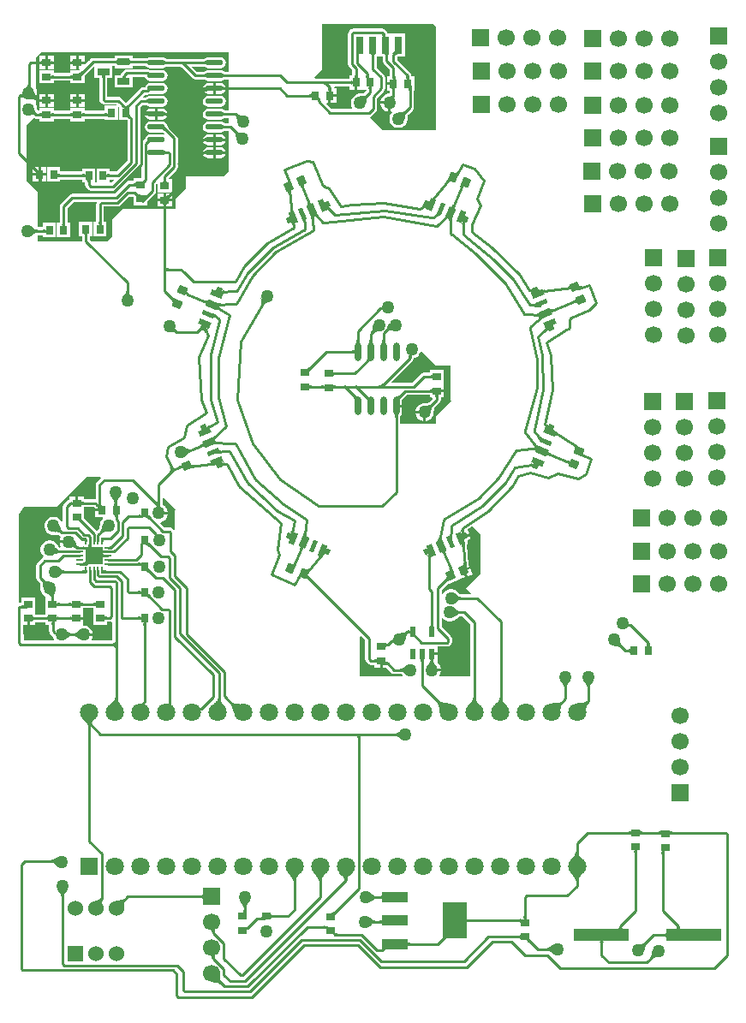
<source format=gtl>
G04*
G04 #@! TF.GenerationSoftware,Altium Limited,Altium Designer,23.5.1 (21)*
G04*
G04 Layer_Physical_Order=1*
G04 Layer_Color=255*
%FSLAX44Y44*%
%MOMM*%
G71*
G04*
G04 #@! TF.SameCoordinates,5C111197-4597-48D1-979B-7C2AAD06A796*
G04*
G04*
G04 #@! TF.FilePolarity,Positive*
G04*
G01*
G75*
%ADD10C,0.2540*%
%ADD19R,5.5000X1.3000*%
%ADD20R,0.9000X0.8000*%
%ADD21O,1.7450X0.5600*%
%ADD22R,0.6000X1.0000*%
%ADD23O,0.6300X1.8650*%
%ADD24R,0.8000X0.9000*%
%ADD25R,1.7018X1.7018*%
%ADD26R,0.7620X0.2540*%
%ADD27R,0.2540X0.7620*%
G04:AMPARAMS|DCode=28|XSize=0.8mm|YSize=0.9mm|CornerRadius=0mm|HoleSize=0mm|Usage=FLASHONLY|Rotation=337.500|XOffset=0mm|YOffset=0mm|HoleType=Round|Shape=Rectangle|*
%AMROTATEDRECTD28*
4,1,4,-0.5418,-0.2627,-0.1973,0.5688,0.5418,0.2627,0.1973,-0.5688,-0.5418,-0.2627,0.0*
%
%ADD28ROTATEDRECTD28*%

G04:AMPARAMS|DCode=29|XSize=0.8mm|YSize=0.9mm|CornerRadius=0mm|HoleSize=0mm|Usage=FLASHONLY|Rotation=202.500|XOffset=0mm|YOffset=0mm|HoleType=Round|Shape=Rectangle|*
%AMROTATEDRECTD29*
4,1,4,0.1973,0.5688,0.5418,-0.2627,-0.1973,-0.5688,-0.5418,0.2627,0.1973,0.5688,0.0*
%
%ADD29ROTATEDRECTD29*%

%ADD30R,0.8000X1.8000*%
%ADD31R,1.2500X0.7000*%
%ADD32R,2.3400X3.6000*%
%ADD33R,2.5000X1.1000*%
G04:AMPARAMS|DCode=34|XSize=0.8mm|YSize=0.9mm|CornerRadius=0mm|HoleSize=0mm|Usage=FLASHONLY|Rotation=247.500|XOffset=0mm|YOffset=0mm|HoleType=Round|Shape=Rectangle|*
%AMROTATEDRECTD34*
4,1,4,-0.2627,0.5418,0.5688,0.1973,0.2627,-0.5418,-0.5688,-0.1973,-0.2627,0.5418,0.0*
%
%ADD34ROTATEDRECTD34*%

G04:AMPARAMS|DCode=35|XSize=0.8mm|YSize=0.9mm|CornerRadius=0mm|HoleSize=0mm|Usage=FLASHONLY|Rotation=112.500|XOffset=0mm|YOffset=0mm|HoleType=Round|Shape=Rectangle|*
%AMROTATEDRECTD35*
4,1,4,0.5688,-0.1973,-0.2627,-0.5418,-0.5688,0.1973,0.2627,0.5418,0.5688,-0.1973,0.0*
%
%ADD35ROTATEDRECTD35*%

%ADD58C,0.2540*%
%AMCUSTOMSHAPE59*
4,1,9,-0.2324,0.7456,-0.6916,-0.3630,-0.1834,-0.5734,-0.0303,-0.2039,0.3854,-0.3762,0.5959,0.1320,0.1800,0.3041,0.2758,0.5352,-0.2324,0.7456,-0.2324,0.7456,0.0*%
%ADD59CUSTOMSHAPE59*%

%AMCUSTOMSHAPE60*
4,1,5,-0.4375,-0.4682,-0.0217,-0.6404,0.4375,0.4682,0.0217,0.6404,-0.4375,-0.4682,-0.4375,-0.4682,0.0*%
%ADD60CUSTOMSHAPE60*%

%AMCUSTOMSHAPE61*
4,1,9,0.6916,0.3630,0.2323,-0.7457,-0.2758,-0.5352,-0.1227,-0.1657,-0.5385,0.0065,-0.3280,0.5147,0.0878,0.3425,0.1834,0.5735,0.6916,0.3630,0.6916,0.3630,0.0*%
%ADD61CUSTOMSHAPE61*%

%AMCUSTOMSHAPE62*
4,1,5,-0.0938,0.6883,-0.5530,-0.4204,0.0938,-0.6883,0.5530,0.4204,-0.0938,0.6883,-0.0938,0.6883,0.0*%
%ADD62CUSTOMSHAPE62*%

%AMCUSTOMSHAPE63*
4,1,5,0.0938,-0.6883,0.5530,0.4204,-0.0938,0.6883,-0.5530,-0.4204,0.0938,-0.6883,0.0938,-0.6883,0.0*%
%ADD63CUSTOMSHAPE63*%

%AMCUSTOMSHAPE64*
4,1,9,-0.6916,-0.3630,-0.2323,0.7457,0.2758,0.5352,0.1227,0.1657,0.5385,-0.0065,0.3280,-0.5147,-0.0878,-0.3425,-0.1834,-0.5735,-0.6916,-0.3630,-0.6916,-0.3630,0.0*%
%ADD64CUSTOMSHAPE64*%

%AMCUSTOMSHAPE65*
4,1,5,0.4375,0.4682,0.0217,0.6404,-0.4375,-0.4682,-0.0217,-0.6404,0.4375,0.4682,0.4375,0.4682,0.0*%
%ADD65CUSTOMSHAPE65*%

%AMCUSTOMSHAPE66*
4,1,9,0.2324,-0.7456,0.6916,0.3630,0.1834,0.5734,0.0303,0.2039,-0.3854,0.3762,-0.5959,-0.1320,-0.1800,-0.3041,-0.2758,-0.5352,0.2324,-0.7456,0.2324,-0.7456,0.0*%
%ADD66CUSTOMSHAPE66*%

%AMCUSTOMSHAPE67*
4,1,5,0.5530,-0.4204,0.0938,0.6883,-0.5530,0.4204,-0.0938,-0.6883,0.5530,-0.4204,0.5530,-0.4204,0.0*%
%ADD67CUSTOMSHAPE67*%

%AMCUSTOMSHAPE68*
4,1,9,-0.2323,-0.7457,-0.6916,0.3630,-0.1834,0.5735,-0.0304,0.2039,0.3854,0.3761,0.5959,-0.1320,0.1801,-0.3042,0.2758,-0.5352,-0.2323,-0.7457,-0.2323,-0.7457,0.0*%
%ADD68CUSTOMSHAPE68*%

%AMCUSTOMSHAPE69*
4,1,5,-0.0217,0.6404,-0.4375,0.4682,0.0217,-0.6404,0.4375,-0.4682,-0.0217,0.6404,-0.0217,0.6404,0.0*%
%ADD69CUSTOMSHAPE69*%

%AMCUSTOMSHAPE70*
4,1,9,0.6916,-0.3629,0.2324,0.7457,-0.2758,0.5351,-0.1228,0.1657,-0.5385,-0.0065,-0.3280,-0.5146,0.0877,-0.3424,0.1834,-0.5735,0.6916,-0.3629,0.6916,-0.3629,0.0*%
%ADD70CUSTOMSHAPE70*%

%AMCUSTOMSHAPE71*
4,1,9,0.7456,0.2324,-0.3630,0.6916,-0.5734,0.1834,-0.2039,0.0303,-0.3762,-0.3854,0.1320,-0.5959,0.3041,-0.1800,0.5352,-0.2758,0.7456,0.2324,0.7456,0.2324,0.0*%
%ADD71CUSTOMSHAPE71*%

%AMCUSTOMSHAPE72*
4,1,5,-0.4682,0.4375,-0.6404,0.0217,0.4682,-0.4375,0.6404,-0.0217,-0.4682,0.4375,-0.4682,0.4375,0.0*%
%ADD72CUSTOMSHAPE72*%

%AMCUSTOMSHAPE73*
4,1,9,0.3630,-0.6916,-0.7457,-0.2323,-0.5352,0.2758,-0.1657,0.1227,0.0065,0.5385,0.5147,0.3280,0.3425,-0.0878,0.5735,-0.1834,0.3630,-0.6916,0.3630,-0.6916,0.0*%
%ADD73CUSTOMSHAPE73*%

%AMCUSTOMSHAPE74*
4,1,5,0.6883,0.0938,-0.4204,0.5530,-0.6883,-0.0938,0.4204,-0.5530,0.6883,0.0938,0.6883,0.0938,0.0*%
%ADD74CUSTOMSHAPE74*%

%AMCUSTOMSHAPE75*
4,1,5,0.4204,0.5530,-0.6883,0.0938,-0.4204,-0.5530,0.6883,-0.0938,0.4204,0.5530,0.4204,0.5530,0.0*%
%ADD75CUSTOMSHAPE75*%

%AMCUSTOMSHAPE76*
4,1,9,0.7457,-0.2323,-0.3630,-0.6916,-0.5735,-0.1834,-0.2039,-0.0304,-0.3761,0.3854,0.1320,0.5959,0.3042,0.1801,0.5352,0.2758,0.7457,-0.2323,0.7457,-0.2323,0.0*%
%ADD76CUSTOMSHAPE76*%

%AMCUSTOMSHAPE77*
4,1,5,-0.6404,-0.0217,-0.4682,-0.4375,0.6404,0.0217,0.4682,0.4375,-0.6404,-0.0217,-0.6404,-0.0217,0.0*%
%ADD77CUSTOMSHAPE77*%

%AMCUSTOMSHAPE78*
4,1,9,0.3629,0.6916,-0.7457,0.2324,-0.5351,-0.2758,-0.1657,-0.1228,0.0065,-0.5385,0.5146,-0.3280,0.3424,0.0877,0.5735,0.1834,0.3629,0.6916,0.3629,0.6916,0.0*%
%ADD78CUSTOMSHAPE78*%

%AMCUSTOMSHAPE79*
4,1,5,-0.6883,-0.0938,0.4204,-0.5530,0.6883,0.0938,-0.4204,0.5530,-0.6883,-0.0938,-0.6883,-0.0938,0.0*%
%ADD79CUSTOMSHAPE79*%

%AMCUSTOMSHAPE80*
4,1,9,-0.3630,0.6916,0.7457,0.2323,0.5352,-0.2758,0.1657,-0.1227,-0.0065,-0.5385,-0.5147,-0.3280,-0.3425,0.0878,-0.5735,0.1834,-0.3630,0.6916,-0.3630,0.6916,0.0*%
%ADD80CUSTOMSHAPE80*%

%AMCUSTOMSHAPE81*
4,1,5,0.4682,-0.4375,0.6404,-0.0217,-0.4682,0.4375,-0.6404,0.0217,0.4682,-0.4375,0.4682,-0.4375,0.0*%
%ADD81CUSTOMSHAPE81*%

%AMCUSTOMSHAPE82*
4,1,9,-0.7456,-0.2324,0.3630,-0.6916,0.5734,-0.1834,0.2039,-0.0303,0.3762,0.3854,-0.1320,0.5959,-0.3041,0.1800,-0.5352,0.2758,-0.7456,-0.2324,-0.7456,-0.2324,0.0*%
%ADD82CUSTOMSHAPE82*%

%AMCUSTOMSHAPE83*
4,1,5,-0.4204,-0.5530,0.6883,-0.0938,0.4204,0.5530,-0.6883,0.0938,-0.4204,-0.5530,-0.4204,-0.5530,0.0*%
%ADD83CUSTOMSHAPE83*%

%AMCUSTOMSHAPE84*
4,1,9,-0.7457,0.2323,0.3630,0.6916,0.5735,0.1834,0.2039,0.0304,0.3761,-0.3854,-0.1320,-0.5959,-0.3042,-0.1801,-0.5352,-0.2758,-0.7457,0.2323,-0.7457,0.2323,0.0*%
%ADD84CUSTOMSHAPE84*%

%AMCUSTOMSHAPE85*
4,1,5,0.6404,0.0217,0.4682,0.4375,-0.6404,-0.0217,-0.4682,-0.4375,0.6404,0.0217,0.6404,0.0217,0.0*%
%ADD85CUSTOMSHAPE85*%

%AMCUSTOMSHAPE86*
4,1,9,-0.3629,-0.6916,0.7457,-0.2324,0.5351,0.2758,0.1657,0.1228,-0.0065,0.5385,-0.5146,0.3280,-0.3424,-0.0877,-0.5735,-0.1834,-0.3629,-0.6916,-0.3629,-0.6916,0.0*%
%ADD86CUSTOMSHAPE86*%

%AMCUSTOMSHAPE87*
4,1,5,-0.5530,0.4204,-0.0938,-0.6883,0.5530,-0.4204,0.0938,0.6883,-0.5530,0.4204,-0.5530,0.4204,0.0*%
%ADD87CUSTOMSHAPE87*%

%AMCUSTOMSHAPE88*
4,1,9,0.2323,0.7457,0.6916,-0.3630,0.1834,-0.5735,0.0304,-0.2039,-0.3854,-0.3761,-0.5959,0.1320,-0.1801,0.3042,-0.2758,0.5352,0.2323,0.7457,0.2323,0.7457,0.0*%
%ADD88CUSTOMSHAPE88*%

%AMCUSTOMSHAPE89*
4,1,5,0.0217,-0.6404,0.4375,-0.4682,-0.0217,0.6404,-0.4375,0.4682,0.0217,-0.6404,0.0217,-0.6404,0.0*%
%ADD89CUSTOMSHAPE89*%

%AMCUSTOMSHAPE90*
4,1,9,-0.6916,0.3629,-0.2324,-0.7457,0.2758,-0.5351,0.1228,-0.1657,0.5385,0.0065,0.3280,0.5146,-0.0877,0.3424,-0.1834,0.5735,-0.6916,0.3629,-0.6916,0.3629,0.0*%
%ADD90CUSTOMSHAPE90*%

%ADD91C,1.7000*%
%ADD92R,1.7000X1.7000*%
%ADD93R,1.7000X1.7000*%
%ADD94C,1.8000*%
%ADD95R,1.8000X1.8000*%
%ADD96R,1.5240X1.5240*%
%ADD97C,1.5240*%
%ADD98C,1.2700*%
G36*
X1299483Y1667700D02*
X1299553Y1667007D01*
X1299614Y1666725D01*
X1299692Y1666486D01*
X1299788Y1666290D01*
X1299902Y1666137D01*
X1300033Y1666028D01*
X1300181Y1665962D01*
X1300347Y1665939D01*
X1296431Y1665970D01*
X1296526Y1665991D01*
X1296612Y1666055D01*
X1296687Y1666162D01*
X1296753Y1666312D01*
X1296808Y1666505D01*
X1296854Y1666741D01*
X1296889Y1667019D01*
X1296929Y1667705D01*
X1296934Y1668112D01*
X1299474D01*
X1299483Y1667700D01*
D02*
G37*
G36*
X1310510Y1648061D02*
X1310470Y1648104D01*
X1310403Y1648111D01*
X1310309Y1648083D01*
X1310189Y1648018D01*
X1310041Y1647919D01*
X1309866Y1647783D01*
X1309436Y1647405D01*
X1308898Y1646884D01*
X1307102Y1648680D01*
X1307517Y1649100D01*
X1309031Y1650823D01*
X1309121Y1650978D01*
X1309164Y1651095D01*
X1309161Y1651175D01*
X1310510Y1648061D01*
D02*
G37*
G36*
X1303621Y1648005D02*
X1303405Y1647929D01*
X1303215Y1647802D01*
X1303049Y1647624D01*
X1302910Y1647395D01*
X1302796Y1647116D01*
X1302707Y1646786D01*
X1302643Y1646405D01*
X1302605Y1645973D01*
X1302592Y1645491D01*
X1300052D01*
X1300040Y1645973D01*
X1300002Y1646405D01*
X1299938Y1646786D01*
X1299849Y1647116D01*
X1299735Y1647395D01*
X1299595Y1647624D01*
X1299430Y1647802D01*
X1299240Y1647929D01*
X1299024Y1648005D01*
X1298782Y1648031D01*
X1303862D01*
X1303621Y1648005D01*
D02*
G37*
G36*
X1289999D02*
X1289783Y1647929D01*
X1289592Y1647802D01*
X1289427Y1647624D01*
X1289288Y1647395D01*
X1289173Y1647116D01*
X1289084Y1646786D01*
X1289021Y1646405D01*
X1288983Y1645973D01*
X1288970Y1645491D01*
X1286430D01*
X1286418Y1645973D01*
X1286379Y1646405D01*
X1286316Y1646786D01*
X1286227Y1647116D01*
X1286113Y1647395D01*
X1285973Y1647624D01*
X1285808Y1647802D01*
X1285617Y1647929D01*
X1285401Y1648005D01*
X1285160Y1648031D01*
X1290240D01*
X1289999Y1648005D01*
D02*
G37*
G36*
X1047455Y1642478D02*
X1047532Y1642262D01*
X1047660Y1642072D01*
X1047840Y1641907D01*
X1048072Y1641767D01*
X1048354Y1641653D01*
X1048689Y1641564D01*
X1049074Y1641500D01*
X1049511Y1641462D01*
X1050000Y1641450D01*
Y1638910D01*
X1049511Y1638897D01*
X1049074Y1638859D01*
X1048689Y1638795D01*
X1048354Y1638706D01*
X1048072Y1638592D01*
X1047840Y1638452D01*
X1047660Y1638287D01*
X1047532Y1638097D01*
X1047455Y1637881D01*
X1047429Y1637640D01*
Y1642720D01*
X1047455Y1642478D01*
D02*
G37*
G36*
X1035051Y1637640D02*
X1035025Y1637881D01*
X1034948Y1638097D01*
X1034819Y1638287D01*
X1034640Y1638452D01*
X1034408Y1638592D01*
X1034126Y1638706D01*
X1033791Y1638795D01*
X1033406Y1638859D01*
X1032969Y1638897D01*
X1032480Y1638910D01*
Y1641450D01*
X1032969Y1641462D01*
X1033406Y1641500D01*
X1033791Y1641564D01*
X1034126Y1641653D01*
X1034408Y1641767D01*
X1034640Y1641907D01*
X1034819Y1642072D01*
X1034948Y1642262D01*
X1035025Y1642478D01*
X1035051Y1642720D01*
Y1637640D01*
D02*
G37*
G36*
X1123763Y1637151D02*
X1123457Y1637369D01*
X1123139Y1637565D01*
X1122809Y1637737D01*
X1122466Y1637886D01*
X1122111Y1638013D01*
X1121743Y1638116D01*
X1121363Y1638197D01*
X1120970Y1638254D01*
X1120565Y1638289D01*
X1120148Y1638300D01*
Y1640840D01*
X1120565Y1640851D01*
X1120970Y1640886D01*
X1121363Y1640943D01*
X1121743Y1641024D01*
X1122111Y1641127D01*
X1122466Y1641254D01*
X1122809Y1641403D01*
X1123139Y1641575D01*
X1123457Y1641771D01*
X1123763Y1641989D01*
Y1637151D01*
D02*
G37*
G36*
X1081263Y1641771D02*
X1081581Y1641575D01*
X1081911Y1641403D01*
X1082254Y1641254D01*
X1082609Y1641127D01*
X1082977Y1641024D01*
X1083357Y1640943D01*
X1083750Y1640886D01*
X1084155Y1640851D01*
X1084572Y1640840D01*
Y1638300D01*
X1084155Y1638289D01*
X1083750Y1638254D01*
X1083357Y1638197D01*
X1082977Y1638116D01*
X1082609Y1638013D01*
X1082254Y1637886D01*
X1081911Y1637737D01*
X1081581Y1637565D01*
X1081263Y1637369D01*
X1080957Y1637151D01*
Y1641989D01*
X1081263Y1641771D01*
D02*
G37*
G36*
X1105036Y1638300D02*
X1104571Y1638282D01*
X1104193Y1638228D01*
X1103902Y1638138D01*
X1103698Y1638013D01*
X1103580Y1637851D01*
X1103549Y1637653D01*
X1103605Y1637420D01*
X1103747Y1637151D01*
X1103976Y1636845D01*
X1104292Y1636504D01*
X1100700D01*
X1100333Y1636845D01*
X1099952Y1637151D01*
X1099555Y1637420D01*
X1099144Y1637653D01*
X1098718Y1637851D01*
X1098277Y1638013D01*
X1097821Y1638138D01*
X1097350Y1638228D01*
X1096864Y1638282D01*
X1096364Y1638300D01*
X1099430Y1640840D01*
X1105036Y1638300D01*
D02*
G37*
G36*
X1063860Y1635720D02*
X1065627Y1634540D01*
X1067710Y1634125D01*
X1079560D01*
X1081644Y1634540D01*
X1082263Y1634953D01*
X1082462Y1635043D01*
X1082694Y1635209D01*
X1082859Y1635310D01*
X1083028Y1635399D01*
X1083206Y1635476D01*
X1083395Y1635543D01*
X1083597Y1635600D01*
X1083813Y1635646D01*
X1084047Y1635680D01*
X1084107Y1635685D01*
X1096784D01*
X1096964Y1635665D01*
X1097233Y1635614D01*
X1097486Y1635544D01*
X1097726Y1635456D01*
X1097958Y1635349D01*
X1098186Y1635219D01*
X1098412Y1635065D01*
X1098554Y1634952D01*
X1109383Y1624123D01*
X1110643Y1623281D01*
X1112130Y1622985D01*
X1120613D01*
X1120673Y1622980D01*
X1120907Y1622946D01*
X1121124Y1622900D01*
X1121325Y1622843D01*
X1121514Y1622776D01*
X1121691Y1622699D01*
X1121861Y1622610D01*
X1122026Y1622509D01*
X1122258Y1622343D01*
X1122457Y1622254D01*
X1123076Y1621840D01*
X1125160Y1621425D01*
X1137010D01*
X1139093Y1621840D01*
X1139713Y1622254D01*
X1139912Y1622343D01*
X1140144Y1622509D01*
X1140309Y1622610D01*
X1140478Y1622699D01*
X1140656Y1622776D01*
X1140845Y1622843D01*
X1141047Y1622900D01*
X1141263Y1622946D01*
X1141497Y1622980D01*
X1141557Y1622985D01*
X1145000D01*
Y1592655D01*
X1141557D01*
X1141497Y1592660D01*
X1141263Y1592694D01*
X1141046Y1592740D01*
X1140845Y1592797D01*
X1140656Y1592864D01*
X1140478Y1592941D01*
X1140309Y1593030D01*
X1140144Y1593131D01*
X1139912Y1593297D01*
X1139713Y1593387D01*
X1139093Y1593800D01*
X1137010Y1594215D01*
X1125160D01*
X1123076Y1593800D01*
X1121310Y1592620D01*
X1120130Y1590854D01*
X1119715Y1588770D01*
X1120130Y1586686D01*
X1121310Y1584920D01*
X1123076Y1583740D01*
X1125160Y1583325D01*
X1137010D01*
X1139093Y1583740D01*
X1139713Y1584153D01*
X1139912Y1584243D01*
X1140144Y1584409D01*
X1140309Y1584510D01*
X1140478Y1584599D01*
X1140656Y1584676D01*
X1140845Y1584743D01*
X1141047Y1584800D01*
X1141263Y1584846D01*
X1141497Y1584880D01*
X1141557Y1584885D01*
X1145000D01*
Y1579955D01*
X1141557D01*
X1141497Y1579960D01*
X1141263Y1579994D01*
X1141046Y1580040D01*
X1140845Y1580097D01*
X1140656Y1580164D01*
X1140478Y1580241D01*
X1140309Y1580330D01*
X1140144Y1580431D01*
X1139912Y1580597D01*
X1139713Y1580686D01*
X1139093Y1581100D01*
X1137010Y1581515D01*
X1125160D01*
X1123076Y1581100D01*
X1121310Y1579920D01*
X1120130Y1578154D01*
X1119715Y1576070D01*
X1120130Y1573986D01*
X1121310Y1572220D01*
X1123076Y1571040D01*
X1125160Y1570625D01*
X1137010D01*
X1139093Y1571040D01*
X1139713Y1571454D01*
X1139912Y1571543D01*
X1140144Y1571709D01*
X1140309Y1571810D01*
X1140478Y1571899D01*
X1140656Y1571976D01*
X1140845Y1572043D01*
X1141047Y1572100D01*
X1141263Y1572146D01*
X1141497Y1572180D01*
X1141557Y1572185D01*
X1145000D01*
Y1532500D01*
X1140000Y1527500D01*
X1102500D01*
Y1515000D01*
X1092500Y1505000D01*
Y1495000D01*
X1040000D01*
X1030000Y1485000D01*
Y1467500D01*
X1025000Y1462500D01*
X1024937Y1462563D01*
X1009930D01*
X1007885Y1464609D01*
Y1467960D01*
X1010540D01*
Y1482040D01*
X997460D01*
Y1467960D01*
X1000115D01*
Y1463000D01*
D01*
Y1463000D01*
X1000202Y1462563D01*
X956000D01*
Y1469115D01*
X961460D01*
Y1466960D01*
X974540D01*
Y1481040D01*
X961460D01*
Y1476884D01*
X956000D01*
Y1511936D01*
X945436Y1522500D01*
X945000D01*
Y1577500D01*
X952476Y1584976D01*
X953143Y1584531D01*
X954630Y1584235D01*
X958160D01*
Y1581580D01*
X972240D01*
Y1584235D01*
X988640D01*
Y1581580D01*
X1002720D01*
Y1584235D01*
X1022780D01*
Y1583000D01*
X1025330D01*
X1025381Y1582990D01*
X1025431Y1583000D01*
X1035860D01*
Y1596402D01*
X1036780Y1595482D01*
Y1583000D01*
X1044789D01*
X1045116Y1582718D01*
Y1542609D01*
X1034391Y1531885D01*
X1027540D01*
Y1535040D01*
X1014460D01*
Y1520960D01*
X1027540D01*
Y1524115D01*
X1032622D01*
X1029391Y1520884D01*
X1010884D01*
Y1520960D01*
X1013540D01*
Y1535040D01*
X1000460D01*
Y1531885D01*
X978740D01*
Y1536120D01*
X965660D01*
Y1522040D01*
X978740D01*
Y1524115D01*
X1000460D01*
Y1520960D01*
X1003115D01*
Y1518488D01*
X1003411Y1517001D01*
X1004253Y1515741D01*
X1005741Y1514253D01*
X1007001Y1513411D01*
X1008488Y1513115D01*
X1031000D01*
X1031000D01*
X1031000D01*
X1031592Y1513233D01*
X1032487Y1513411D01*
X1032487Y1513411D01*
X1032487D01*
X1033121Y1513835D01*
X1033747Y1514253D01*
Y1514253D01*
X1033747D01*
X1056747Y1537253D01*
X1057419Y1538259D01*
X1057589Y1538513D01*
Y1538513D01*
X1057589Y1538513D01*
X1057767Y1539409D01*
X1057885Y1540000D01*
Y1595391D01*
X1060079Y1597585D01*
X1063163D01*
X1063223Y1597580D01*
X1063457Y1597546D01*
X1063674Y1597500D01*
X1063875Y1597443D01*
X1064064Y1597376D01*
X1064242Y1597299D01*
X1064411Y1597210D01*
X1064576Y1597109D01*
X1064808Y1596943D01*
X1065007Y1596853D01*
X1065627Y1596440D01*
X1067710Y1596025D01*
X1079560D01*
X1081644Y1596440D01*
X1083410Y1597620D01*
X1084590Y1599386D01*
X1085005Y1601470D01*
X1084590Y1603554D01*
X1083410Y1605320D01*
X1081644Y1606500D01*
X1079560Y1606915D01*
X1067710D01*
X1065627Y1606500D01*
X1065007Y1606086D01*
X1064808Y1605997D01*
X1064576Y1605831D01*
X1064411Y1605730D01*
X1064242Y1605641D01*
X1064064Y1605564D01*
X1063875Y1605497D01*
X1063673Y1605440D01*
X1063457Y1605394D01*
X1063223Y1605360D01*
X1063163Y1605355D01*
X1059848D01*
X1062250Y1607757D01*
X1064692D01*
X1066179Y1608052D01*
X1067306Y1608806D01*
X1067710Y1608725D01*
X1079560D01*
X1081644Y1609140D01*
X1083410Y1610320D01*
X1084590Y1612086D01*
X1085005Y1614170D01*
X1084590Y1616254D01*
X1083410Y1618020D01*
X1081644Y1619200D01*
X1079560Y1619615D01*
X1067710D01*
X1065627Y1619200D01*
X1063860Y1618020D01*
X1062680Y1616254D01*
X1062535Y1615526D01*
X1060641D01*
X1059401Y1615279D01*
X1059155Y1615230D01*
X1057894Y1614388D01*
X1043378Y1599872D01*
X1038503Y1604747D01*
X1037243Y1605589D01*
X1035756Y1605885D01*
X1025125D01*
Y1624640D01*
X1030030D01*
Y1636295D01*
X1032450D01*
Y1634140D01*
X1050030D01*
Y1636295D01*
X1063476D01*
X1063860Y1635720D01*
D02*
G37*
G36*
X1145000Y1630755D02*
X1141557D01*
X1141497Y1630760D01*
X1141263Y1630794D01*
X1141046Y1630840D01*
X1140845Y1630897D01*
X1140656Y1630964D01*
X1140478Y1631041D01*
X1140309Y1631130D01*
X1140144Y1631231D01*
X1139912Y1631397D01*
X1139713Y1631487D01*
X1139093Y1631900D01*
X1137010Y1632315D01*
X1125160D01*
X1123076Y1631900D01*
X1122457Y1631487D01*
X1122258Y1631397D01*
X1122026Y1631231D01*
X1121861Y1631130D01*
X1121692Y1631041D01*
X1121514Y1630964D01*
X1121325Y1630897D01*
X1121123Y1630840D01*
X1120907Y1630794D01*
X1120673Y1630760D01*
X1120613Y1630755D01*
X1113739D01*
X1108808Y1635685D01*
X1120613D01*
X1120673Y1635680D01*
X1120907Y1635646D01*
X1121124Y1635600D01*
X1121325Y1635543D01*
X1121514Y1635476D01*
X1121691Y1635399D01*
X1121861Y1635310D01*
X1122026Y1635209D01*
X1122258Y1635043D01*
X1122457Y1634953D01*
X1123076Y1634540D01*
X1125160Y1634125D01*
X1137010D01*
X1139093Y1634540D01*
X1140860Y1635720D01*
X1142040Y1637486D01*
X1142455Y1639570D01*
X1142040Y1641654D01*
X1140860Y1643420D01*
X1139093Y1644600D01*
X1137010Y1645015D01*
X1125160D01*
X1123076Y1644600D01*
X1122457Y1644187D01*
X1122258Y1644097D01*
X1122026Y1643931D01*
X1121861Y1643830D01*
X1121692Y1643741D01*
X1121514Y1643664D01*
X1121325Y1643597D01*
X1121123Y1643540D01*
X1120907Y1643494D01*
X1120673Y1643460D01*
X1120613Y1643455D01*
X1084107D01*
X1084047Y1643460D01*
X1083813Y1643494D01*
X1083596Y1643540D01*
X1083395Y1643597D01*
X1083206Y1643664D01*
X1083029Y1643741D01*
X1082859Y1643830D01*
X1082694Y1643931D01*
X1082462Y1644097D01*
X1082263Y1644187D01*
X1081644Y1644600D01*
X1079560Y1645015D01*
X1067710D01*
X1065627Y1644600D01*
X1064825Y1644064D01*
X1050030D01*
Y1646220D01*
X1032450D01*
Y1644064D01*
X1011180D01*
X1009693Y1643768D01*
X1008433Y1642926D01*
X1008096Y1642590D01*
X1008093Y1642589D01*
X1006833Y1641747D01*
X1002720Y1637634D01*
Y1638331D01*
X996950D01*
Y1633060D01*
X998147D01*
X997858Y1632771D01*
X997451Y1632394D01*
X997145Y1632149D01*
X997132Y1632140D01*
X996654D01*
X996557Y1632159D01*
X996460Y1632140D01*
X988640D01*
Y1629485D01*
X972240D01*
Y1632140D01*
X958160D01*
Y1619060D01*
X972240D01*
Y1621715D01*
X988640D01*
Y1619060D01*
X1002720D01*
Y1625880D01*
X1002739Y1625977D01*
X1002720Y1626074D01*
Y1626549D01*
X1003256Y1627182D01*
X1011484Y1635411D01*
X1011487Y1635411D01*
X1012450Y1636055D01*
Y1624640D01*
X1017355D01*
Y1603488D01*
X1017651Y1602001D01*
X1018493Y1600741D01*
X1019981Y1599253D01*
X1021241Y1598411D01*
X1022728Y1598115D01*
X1034147D01*
X1035182Y1597080D01*
X1022780D01*
Y1592004D01*
X1002720D01*
Y1594660D01*
X988640D01*
Y1592004D01*
X972240D01*
Y1594660D01*
X958160D01*
Y1592004D01*
X956440D01*
X956431Y1592018D01*
X956283Y1592290D01*
X956163Y1592554D01*
X956070Y1592814D01*
X955999Y1593071D01*
X955950Y1593329D01*
X955911Y1593696D01*
X955890Y1593763D01*
Y1594171D01*
X955284Y1596431D01*
X954377Y1598002D01*
Y1602411D01*
X954175Y1602588D01*
X953741Y1602874D01*
X953268Y1603098D01*
X952758Y1603260D01*
X952210Y1603361D01*
X951625Y1603401D01*
X951002Y1603379D01*
X950341Y1603295D01*
X949642Y1603150D01*
X948905Y1602943D01*
X953094Y1610784D01*
X953380Y1609838D01*
X954492Y1606782D01*
X954762Y1606199D01*
X955198Y1605420D01*
X955284Y1605569D01*
X955890Y1607830D01*
Y1610170D01*
X955284Y1612431D01*
X954377Y1614002D01*
Y1644377D01*
X960000Y1650000D01*
X1145000D01*
Y1630755D01*
D02*
G37*
G36*
X1001946Y1629570D02*
X1001443Y1629049D01*
X1000652Y1628115D01*
X1000365Y1627702D01*
X1000150Y1627325D01*
X1000006Y1626983D01*
X999934Y1626678D01*
Y1626409D01*
X1000006Y1626175D01*
X1000150Y1625977D01*
X996557Y1629570D01*
X996755Y1629426D01*
X996989Y1629354D01*
X997258D01*
X997563Y1629426D01*
X997905Y1629570D01*
X998282Y1629785D01*
X998695Y1630072D01*
X999144Y1630432D01*
X1000150Y1631366D01*
X1001946Y1629570D01*
D02*
G37*
G36*
X1023539Y1627185D02*
X1023323Y1627109D01*
X1023132Y1626982D01*
X1022967Y1626804D01*
X1022828Y1626575D01*
X1022713Y1626296D01*
X1022624Y1625966D01*
X1022561Y1625585D01*
X1022523Y1625153D01*
X1022510Y1624671D01*
X1019970D01*
X1019957Y1625153D01*
X1019919Y1625585D01*
X1019856Y1625966D01*
X1019767Y1626296D01*
X1019652Y1626575D01*
X1019513Y1626804D01*
X1019348Y1626982D01*
X1019157Y1627109D01*
X1018941Y1627185D01*
X1018700Y1627211D01*
X1023780D01*
X1023539Y1627185D01*
D02*
G37*
G36*
X1283553Y1626527D02*
X1283591Y1626095D01*
X1283655Y1625714D01*
X1283744Y1625384D01*
X1283858Y1625104D01*
X1283998Y1624876D01*
X1284163Y1624698D01*
X1284353Y1624571D01*
X1284569Y1624495D01*
X1284811Y1624469D01*
X1281031D01*
X1281025Y1624495D01*
X1281020Y1624571D01*
X1281004Y1625714D01*
X1281001Y1627009D01*
X1283541D01*
X1283553Y1626527D01*
D02*
G37*
G36*
X1272283D02*
X1272321Y1626095D01*
X1272385Y1625714D01*
X1272474Y1625384D01*
X1272588Y1625104D01*
X1272728Y1624876D01*
X1272893Y1624698D01*
X1273083Y1624571D01*
X1273299Y1624495D01*
X1273540Y1624469D01*
X1268460D01*
X1268702Y1624495D01*
X1268917Y1624571D01*
X1269108Y1624698D01*
X1269273Y1624876D01*
X1269413Y1625104D01*
X1269527Y1625384D01*
X1269616Y1625714D01*
X1269679Y1626095D01*
X1269718Y1626527D01*
X1269730Y1627009D01*
X1272270D01*
X1272283Y1626527D01*
D02*
G37*
G36*
X1138712Y1629071D02*
X1139031Y1628875D01*
X1139361Y1628703D01*
X1139704Y1628554D01*
X1140059Y1628427D01*
X1140427Y1628324D01*
X1140807Y1628243D01*
X1141199Y1628186D01*
X1141604Y1628152D01*
X1142021Y1628140D01*
Y1625600D01*
X1141604Y1625589D01*
X1141199Y1625554D01*
X1140807Y1625497D01*
X1140427Y1625416D01*
X1140059Y1625313D01*
X1139704Y1625186D01*
X1139361Y1625037D01*
X1139031Y1624865D01*
X1138712Y1624669D01*
X1138407Y1624451D01*
Y1629289D01*
X1138712Y1629071D01*
D02*
G37*
G36*
X1123763Y1624451D02*
X1123457Y1624669D01*
X1123139Y1624865D01*
X1122809Y1625037D01*
X1122466Y1625186D01*
X1122111Y1625313D01*
X1121743Y1625416D01*
X1121363Y1625497D01*
X1120970Y1625554D01*
X1120565Y1625589D01*
X1120148Y1625600D01*
Y1628140D01*
X1120565Y1628152D01*
X1120970Y1628186D01*
X1121363Y1628243D01*
X1121743Y1628324D01*
X1122111Y1628427D01*
X1122466Y1628554D01*
X1122809Y1628703D01*
X1123139Y1628875D01*
X1123457Y1629071D01*
X1123763Y1629289D01*
Y1624451D01*
D02*
G37*
G36*
X1323283Y1625527D02*
X1323321Y1625095D01*
X1323385Y1624714D01*
X1323474Y1624384D01*
X1323588Y1624105D01*
X1323728Y1623876D01*
X1323893Y1623698D01*
X1324083Y1623571D01*
X1324299Y1623495D01*
X1324540Y1623470D01*
X1319460D01*
X1319702Y1623495D01*
X1319918Y1623571D01*
X1320108Y1623698D01*
X1320273Y1623876D01*
X1320413Y1624105D01*
X1320527Y1624384D01*
X1320616Y1624714D01*
X1320680Y1625095D01*
X1320718Y1625527D01*
X1320730Y1626010D01*
X1323270D01*
X1323283Y1625527D01*
D02*
G37*
G36*
X1309757Y1625375D02*
X1309789Y1624975D01*
X1309843Y1624622D01*
X1309919Y1624317D01*
X1310017Y1624058D01*
X1310136Y1623846D01*
X1310276Y1623681D01*
X1310439Y1623564D01*
X1310623Y1623493D01*
X1310829Y1623470D01*
X1306123D01*
X1306329Y1623493D01*
X1306513Y1623564D01*
X1306676Y1623681D01*
X1306816Y1623846D01*
X1306935Y1624058D01*
X1307033Y1624317D01*
X1307109Y1624622D01*
X1307163Y1624975D01*
X1307195Y1625375D01*
X1307206Y1625822D01*
X1309746D01*
X1309757Y1625375D01*
D02*
G37*
G36*
X991241Y1623060D02*
X991215Y1623301D01*
X991138Y1623517D01*
X991010Y1623708D01*
X990830Y1623873D01*
X990598Y1624012D01*
X990316Y1624127D01*
X989981Y1624216D01*
X989596Y1624279D01*
X989159Y1624317D01*
X988671Y1624330D01*
Y1626870D01*
X989159Y1626883D01*
X989596Y1626921D01*
X989981Y1626984D01*
X990316Y1627073D01*
X990598Y1627188D01*
X990830Y1627327D01*
X991010Y1627492D01*
X991138Y1627683D01*
X991215Y1627899D01*
X991241Y1628140D01*
Y1623060D01*
D02*
G37*
G36*
X969695Y1627899D02*
X969771Y1627683D01*
X969898Y1627492D01*
X970076Y1627327D01*
X970304Y1627188D01*
X970584Y1627073D01*
X970914Y1626984D01*
X971295Y1626921D01*
X971727Y1626883D01*
X972209Y1626870D01*
Y1624330D01*
X971727Y1624317D01*
X971295Y1624279D01*
X970914Y1624216D01*
X970584Y1624127D01*
X970304Y1624012D01*
X970076Y1623873D01*
X969898Y1623708D01*
X969771Y1623517D01*
X969695Y1623301D01*
X969669Y1623060D01*
Y1628140D01*
X969695Y1627899D01*
D02*
G37*
G36*
X1267061Y1617460D02*
X1267036Y1617701D01*
X1266958Y1617917D01*
X1266830Y1618107D01*
X1266650Y1618273D01*
X1266419Y1618412D01*
X1266136Y1618527D01*
X1265802Y1618616D01*
X1265416Y1618679D01*
X1264979Y1618717D01*
X1264491Y1618730D01*
Y1621270D01*
X1264979Y1621283D01*
X1265416Y1621321D01*
X1265802Y1621384D01*
X1266136Y1621473D01*
X1266419Y1621587D01*
X1266650Y1621727D01*
X1266830Y1621892D01*
X1266958Y1622083D01*
X1267036Y1622298D01*
X1267061Y1622540D01*
Y1617460D01*
D02*
G37*
G36*
X1245606Y1618730D02*
X1245142Y1618712D01*
X1244764Y1618658D01*
X1244472Y1618568D01*
X1244268Y1618442D01*
X1244150Y1618281D01*
X1244119Y1618083D01*
X1244175Y1617850D01*
X1244317Y1617580D01*
X1244546Y1617275D01*
X1244862Y1616934D01*
X1241270D01*
X1240903Y1617275D01*
X1240522Y1617580D01*
X1240126Y1617850D01*
X1239714Y1618083D01*
X1239288Y1618281D01*
X1238847Y1618442D01*
X1238391Y1618568D01*
X1237920Y1618658D01*
X1237435Y1618712D01*
X1236934Y1618730D01*
X1240000Y1621270D01*
X1245606Y1618730D01*
D02*
G37*
G36*
X1287299Y1615535D02*
X1287083Y1615458D01*
X1286893Y1615329D01*
X1286728Y1615150D01*
X1286588Y1614918D01*
X1286474Y1614635D01*
X1286385Y1614301D01*
X1286322Y1613916D01*
X1286283Y1613479D01*
X1286271Y1612990D01*
X1283731D01*
X1283718Y1613479D01*
X1283680Y1613916D01*
X1283616Y1614301D01*
X1283528Y1614635D01*
X1283413Y1614918D01*
X1283273Y1615150D01*
X1283108Y1615329D01*
X1282918Y1615458D01*
X1282702Y1615535D01*
X1282461Y1615561D01*
X1287541D01*
X1287299Y1615535D01*
D02*
G37*
G36*
X1272270Y1612960D02*
X1277540D01*
X1277540Y1612960D01*
X1278461D01*
Y1612960D01*
X1278810Y1612960D01*
X1281116D01*
Y1611609D01*
X1279203Y1609697D01*
X1279075Y1609609D01*
X1278840Y1609485D01*
X1278532Y1609360D01*
X1278146Y1609240D01*
X1277683Y1609134D01*
X1277176Y1609052D01*
X1275813Y1608947D01*
X1275038Y1608939D01*
X1274803Y1608890D01*
X1273830D01*
X1271569Y1608284D01*
X1269542Y1607114D01*
X1267887Y1605458D01*
X1266716Y1603431D01*
X1266110Y1601170D01*
Y1598829D01*
X1266716Y1596568D01*
X1267532Y1595155D01*
X1266815Y1593884D01*
X1246609D01*
X1241707Y1598787D01*
X1242193Y1599960D01*
X1243730D01*
Y1607000D01*
X1245000D01*
Y1608270D01*
X1251540D01*
Y1614040D01*
X1249302D01*
X1249053Y1615098D01*
X1249870Y1616115D01*
X1264460D01*
Y1612960D01*
X1269730D01*
Y1620000D01*
X1272270D01*
Y1612960D01*
D02*
G37*
G36*
X949350Y1618709D02*
X949378Y1618270D01*
X949462Y1617794D01*
X949602Y1617284D01*
X949798Y1616737D01*
X950050Y1616156D01*
X950358Y1615538D01*
X951143Y1614197D01*
X951619Y1613472D01*
X952151Y1612713D01*
X943391Y1614225D01*
X944041Y1614699D01*
X944622Y1615178D01*
X945135Y1615661D01*
X945579Y1616148D01*
X945955Y1616639D01*
X946263Y1617134D01*
X946502Y1617634D01*
X946673Y1618137D01*
X946776Y1618645D01*
X946810Y1619157D01*
X949350Y1618709D01*
D02*
G37*
G36*
X1325970Y1614531D02*
X1325906Y1614505D01*
X1325849Y1614429D01*
X1325798Y1614302D01*
X1325754Y1614124D01*
X1325717Y1613896D01*
X1325687Y1613616D01*
X1325636Y1612473D01*
X1325633Y1611991D01*
X1323093D01*
X1323080Y1612477D01*
X1323042Y1612913D01*
X1322978Y1613298D01*
X1322889Y1613631D01*
X1322775Y1613914D01*
X1322635Y1614145D01*
X1322470Y1614326D01*
X1322280Y1614455D01*
X1322064Y1614534D01*
X1321823Y1614561D01*
X1325970Y1614531D01*
D02*
G37*
G36*
X1310299Y1614535D02*
X1310083Y1614458D01*
X1309892Y1614330D01*
X1309727Y1614150D01*
X1309587Y1613918D01*
X1309473Y1613636D01*
X1309384Y1613302D01*
X1309321Y1612916D01*
X1309283Y1612479D01*
X1309270Y1611991D01*
X1306730D01*
X1306717Y1612479D01*
X1306679Y1612916D01*
X1306616Y1613302D01*
X1306527Y1613636D01*
X1306412Y1613918D01*
X1306273Y1614150D01*
X1306108Y1614330D01*
X1305917Y1614458D01*
X1305701Y1614535D01*
X1305460Y1614561D01*
X1310540D01*
X1310299Y1614535D01*
D02*
G37*
G36*
X1246283Y1613527D02*
X1246321Y1613095D01*
X1246385Y1612714D01*
X1246473Y1612384D01*
X1246588Y1612105D01*
X1246728Y1611876D01*
X1246893Y1611698D01*
X1247083Y1611571D01*
X1247299Y1611495D01*
X1247540Y1611470D01*
X1242460D01*
X1242702Y1611495D01*
X1242917Y1611571D01*
X1243108Y1611698D01*
X1243273Y1611876D01*
X1243413Y1612105D01*
X1243527Y1612384D01*
X1243616Y1612714D01*
X1243680Y1613095D01*
X1243718Y1613527D01*
X1243730Y1614010D01*
X1246270D01*
X1246283Y1613527D01*
D02*
G37*
G36*
X1308898Y1605851D02*
X1308732Y1605678D01*
X1308592Y1605515D01*
X1308477Y1605362D01*
X1308388Y1605220D01*
X1308325Y1605088D01*
X1308287Y1604966D01*
X1308275Y1604855D01*
X1308289Y1604754D01*
X1308329Y1604664D01*
X1308394Y1604584D01*
X1305164Y1606242D01*
X1305264Y1606241D01*
X1305385Y1606272D01*
X1305527Y1606333D01*
X1305690Y1606427D01*
X1305873Y1606552D01*
X1306077Y1606708D01*
X1306548Y1607115D01*
X1307102Y1607647D01*
X1308898Y1605851D01*
D02*
G37*
G36*
X942013Y1605069D02*
X941882Y1605205D01*
X941714Y1605327D01*
X941509Y1605435D01*
X941269Y1605528D01*
X940991Y1605607D01*
X940677Y1605671D01*
X940327Y1605721D01*
X939516Y1605779D01*
X939056Y1605786D01*
Y1608326D01*
X939352Y1608336D01*
X939618Y1608364D01*
X939854Y1608412D01*
X940059Y1608480D01*
X940235Y1608566D01*
X940379Y1608672D01*
X940494Y1608797D01*
X940578Y1608941D01*
X940632Y1609105D01*
X940656Y1609287D01*
X942013Y1605069D01*
D02*
G37*
G36*
X1227061Y1604460D02*
X1227035Y1604701D01*
X1226958Y1604917D01*
X1226829Y1605108D01*
X1226649Y1605273D01*
X1226418Y1605413D01*
X1226135Y1605527D01*
X1225801Y1605616D01*
X1225416Y1605679D01*
X1224979Y1605717D01*
X1224490Y1605730D01*
Y1608270D01*
X1224979Y1608283D01*
X1225416Y1608321D01*
X1225801Y1608384D01*
X1226135Y1608473D01*
X1226418Y1608588D01*
X1226649Y1608727D01*
X1226829Y1608892D01*
X1226958Y1609083D01*
X1227035Y1609299D01*
X1227061Y1609540D01*
Y1604460D01*
D02*
G37*
G36*
X1282992Y1606195D02*
X1282672Y1605831D01*
X1282386Y1605410D01*
X1282136Y1604935D01*
X1281920Y1604405D01*
X1281738Y1603819D01*
X1281591Y1603178D01*
X1281479Y1602482D01*
X1281401Y1601731D01*
X1281350Y1600063D01*
X1275064Y1606349D01*
X1275925Y1606358D01*
X1277483Y1606479D01*
X1278179Y1606591D01*
X1278820Y1606738D01*
X1279405Y1606919D01*
X1279936Y1607135D01*
X1280411Y1607386D01*
X1280831Y1607671D01*
X1281196Y1607991D01*
X1282992Y1606195D01*
D02*
G37*
G36*
X1066313Y1599051D02*
X1066008Y1599269D01*
X1065689Y1599465D01*
X1065359Y1599637D01*
X1065016Y1599786D01*
X1064661Y1599913D01*
X1064293Y1600016D01*
X1063913Y1600097D01*
X1063521Y1600154D01*
X1063116Y1600188D01*
X1062699Y1600200D01*
Y1602740D01*
X1063116Y1602751D01*
X1063521Y1602786D01*
X1063913Y1602843D01*
X1064293Y1602924D01*
X1064661Y1603027D01*
X1065016Y1603154D01*
X1065359Y1603303D01*
X1065689Y1603475D01*
X1066008Y1603671D01*
X1066313Y1603889D01*
Y1599051D01*
D02*
G37*
G36*
X1047101Y1596306D02*
X1046773Y1595959D01*
X1046517Y1595648D01*
X1046334Y1595374D01*
X1046225Y1595137D01*
X1046188Y1594936D01*
X1046225Y1594771D01*
X1046334Y1594643D01*
X1046517Y1594552D01*
X1046773Y1594497D01*
X1047101Y1594479D01*
X1039654D01*
X1039983Y1594497D01*
X1040239Y1594552D01*
X1040422Y1594643D01*
X1040531Y1594771D01*
X1040568Y1594936D01*
X1040531Y1595137D01*
X1040422Y1595374D01*
X1040239Y1595648D01*
X1039983Y1595959D01*
X1039654Y1596306D01*
X1042348Y1597204D01*
X1042884Y1596686D01*
X1043378Y1596261D01*
X1043872Y1596686D01*
X1044407Y1597204D01*
X1047101Y1596306D01*
D02*
G37*
G36*
X953386Y1592950D02*
X953474Y1592487D01*
X953599Y1592030D01*
X953762Y1591579D01*
X953962Y1591136D01*
X954200Y1590699D01*
X954476Y1590269D01*
X954789Y1589845D01*
X955139Y1589428D01*
X955528Y1589018D01*
X953732Y1587222D01*
X953422Y1587502D01*
X953106Y1587728D01*
X952784Y1587900D01*
X952455Y1588019D01*
X952120Y1588084D01*
X951779Y1588096D01*
X951432Y1588054D01*
X951078Y1587959D01*
X950718Y1587809D01*
X950351Y1587607D01*
X953336Y1593421D01*
X953386Y1592950D01*
D02*
G37*
G36*
X1138712Y1590971D02*
X1139031Y1590775D01*
X1139361Y1590603D01*
X1139704Y1590454D01*
X1140059Y1590327D01*
X1140427Y1590224D01*
X1140807Y1590143D01*
X1141199Y1590086D01*
X1141604Y1590052D01*
X1142021Y1590040D01*
Y1587500D01*
X1141604Y1587489D01*
X1141199Y1587454D01*
X1140807Y1587397D01*
X1140427Y1587316D01*
X1140059Y1587213D01*
X1139704Y1587086D01*
X1139361Y1586937D01*
X1139031Y1586765D01*
X1138712Y1586569D01*
X1138407Y1586351D01*
Y1591189D01*
X1138712Y1590971D01*
D02*
G37*
G36*
X1025381Y1585580D02*
X1025355Y1585821D01*
X1025278Y1586037D01*
X1025149Y1586228D01*
X1024969Y1586393D01*
X1024738Y1586532D01*
X1024455Y1586647D01*
X1024121Y1586736D01*
X1023736Y1586799D01*
X1023299Y1586837D01*
X1022810Y1586850D01*
Y1589390D01*
X1023299Y1589402D01*
X1023736Y1589441D01*
X1024121Y1589504D01*
X1024455Y1589593D01*
X1024738Y1589707D01*
X1024969Y1589847D01*
X1025149Y1590012D01*
X1025278Y1590203D01*
X1025355Y1590419D01*
X1025381Y1590660D01*
Y1585580D01*
D02*
G37*
G36*
X1000175Y1590419D02*
X1000251Y1590203D01*
X1000378Y1590012D01*
X1000556Y1589847D01*
X1000785Y1589707D01*
X1001064Y1589593D01*
X1001394Y1589504D01*
X1001775Y1589441D01*
X1002207Y1589402D01*
X1002690Y1589390D01*
Y1586850D01*
X1002207Y1586837D01*
X1001775Y1586799D01*
X1001394Y1586736D01*
X1001064Y1586647D01*
X1000785Y1586532D01*
X1000556Y1586393D01*
X1000378Y1586228D01*
X1000251Y1586037D01*
X1000175Y1585821D01*
X1000150Y1585580D01*
Y1590660D01*
X1000175Y1590419D01*
D02*
G37*
G36*
X991241Y1585580D02*
X991215Y1585821D01*
X991138Y1586037D01*
X991010Y1586228D01*
X990830Y1586393D01*
X990598Y1586532D01*
X990316Y1586647D01*
X989981Y1586736D01*
X989596Y1586799D01*
X989159Y1586837D01*
X988671Y1586850D01*
Y1589390D01*
X989159Y1589402D01*
X989596Y1589441D01*
X989981Y1589504D01*
X990316Y1589593D01*
X990598Y1589707D01*
X990830Y1589847D01*
X991010Y1590012D01*
X991138Y1590203D01*
X991215Y1590419D01*
X991241Y1590660D01*
Y1585580D01*
D02*
G37*
G36*
X969695Y1590419D02*
X969771Y1590203D01*
X969898Y1590012D01*
X970076Y1589847D01*
X970304Y1589707D01*
X970584Y1589593D01*
X970914Y1589504D01*
X971295Y1589441D01*
X971727Y1589402D01*
X972209Y1589390D01*
Y1586850D01*
X971727Y1586837D01*
X971295Y1586799D01*
X970914Y1586736D01*
X970584Y1586647D01*
X970304Y1586532D01*
X970076Y1586393D01*
X969898Y1586228D01*
X969771Y1586037D01*
X969695Y1585821D01*
X969669Y1585580D01*
Y1590660D01*
X969695Y1590419D01*
D02*
G37*
G36*
X960761Y1585580D02*
X960735Y1585821D01*
X960658Y1586037D01*
X960530Y1586228D01*
X960350Y1586393D01*
X960118Y1586532D01*
X959836Y1586647D01*
X959501Y1586736D01*
X959116Y1586799D01*
X958679Y1586837D01*
X958191Y1586850D01*
Y1589390D01*
X958679Y1589402D01*
X959116Y1589441D01*
X959501Y1589504D01*
X959836Y1589593D01*
X960118Y1589707D01*
X960350Y1589847D01*
X960530Y1590012D01*
X960658Y1590203D01*
X960735Y1590419D01*
X960761Y1590660D01*
Y1585580D01*
D02*
G37*
G36*
X1320992Y1590195D02*
X1320672Y1589831D01*
X1320386Y1589411D01*
X1320136Y1588935D01*
X1319919Y1588405D01*
X1319738Y1587819D01*
X1319591Y1587179D01*
X1319479Y1586483D01*
X1319401Y1585731D01*
X1319350Y1584064D01*
X1313064Y1590350D01*
X1313925Y1590358D01*
X1315483Y1590479D01*
X1316178Y1590591D01*
X1316819Y1590738D01*
X1317405Y1590919D01*
X1317935Y1591136D01*
X1318411Y1591386D01*
X1318831Y1591672D01*
X1319196Y1591991D01*
X1320992Y1590195D01*
D02*
G37*
G36*
X1047163Y1589284D02*
X1047147Y1589029D01*
X1047211Y1588726D01*
X1047355Y1588375D01*
X1047579Y1587976D01*
X1047883Y1587528D01*
X1048267Y1587033D01*
X1049275Y1585898D01*
X1049898Y1585258D01*
X1047790Y1583774D01*
X1047262Y1584286D01*
X1046330Y1585090D01*
X1045927Y1585383D01*
X1045564Y1585602D01*
X1045242Y1585748D01*
X1044962Y1585821D01*
X1044723Y1585821D01*
X1044525Y1585747D01*
X1044369Y1585601D01*
X1047259Y1589491D01*
X1047163Y1589284D01*
D02*
G37*
G36*
X1154169Y1588672D02*
X1154589Y1588386D01*
X1155065Y1588136D01*
X1155595Y1587919D01*
X1156181Y1587738D01*
X1156822Y1587591D01*
X1157517Y1587479D01*
X1158269Y1587401D01*
X1159937Y1587350D01*
X1153651Y1581063D01*
X1153642Y1581925D01*
X1153521Y1583483D01*
X1153409Y1584178D01*
X1153262Y1584819D01*
X1153081Y1585405D01*
X1152865Y1585935D01*
X1152614Y1586411D01*
X1152328Y1586830D01*
X1152009Y1587195D01*
X1153804Y1588991D01*
X1154169Y1588672D01*
D02*
G37*
G36*
X1350000Y1675000D02*
Y1572500D01*
X1297500D01*
X1284984Y1585016D01*
X1285402Y1586394D01*
X1285486Y1586411D01*
X1286747Y1587253D01*
X1290844Y1591350D01*
X1291686Y1592611D01*
X1291982Y1594097D01*
Y1604488D01*
X1298747Y1611253D01*
X1299589Y1612513D01*
X1299885Y1614000D01*
Y1625000D01*
X1299589Y1626487D01*
X1298747Y1627747D01*
X1291585Y1634909D01*
Y1645460D01*
X1297438D01*
Y1641678D01*
X1297733Y1640191D01*
X1298575Y1638931D01*
X1304313Y1633193D01*
Y1626100D01*
X1304264Y1626040D01*
X1301460D01*
Y1620270D01*
X1308000D01*
Y1617730D01*
X1301460D01*
Y1611960D01*
X1304115D01*
Y1608890D01*
X1302830D01*
X1300569Y1608284D01*
X1298541Y1607114D01*
X1296886Y1605458D01*
X1295716Y1603431D01*
X1295137Y1601270D01*
X1304000D01*
Y1600000D01*
X1305270D01*
Y1591136D01*
X1305951Y1591319D01*
X1306608Y1590180D01*
X1305886Y1589458D01*
X1304716Y1587431D01*
X1304110Y1585170D01*
Y1582829D01*
X1304716Y1580569D01*
X1305886Y1578541D01*
X1307542Y1576886D01*
X1309569Y1575716D01*
X1311830Y1575110D01*
X1314171D01*
X1316432Y1575716D01*
X1318459Y1576886D01*
X1320114Y1578541D01*
X1321284Y1580569D01*
X1321890Y1582829D01*
Y1583775D01*
X1321938Y1583984D01*
X1321987Y1585558D01*
X1322047Y1586143D01*
X1322134Y1586683D01*
X1322240Y1587146D01*
X1322360Y1587532D01*
X1322486Y1587840D01*
X1322610Y1588075D01*
X1322697Y1588203D01*
X1327110Y1592616D01*
X1327952Y1593876D01*
X1328247Y1595363D01*
Y1611960D01*
X1328540D01*
Y1614402D01*
X1328559Y1614491D01*
X1328557Y1614501D01*
X1328560Y1614512D01*
X1328540Y1614612D01*
Y1626040D01*
X1325885D01*
Y1627000D01*
X1325589Y1628486D01*
X1324747Y1629746D01*
X1311885Y1642609D01*
Y1645460D01*
X1319640D01*
Y1668540D01*
X1302004D01*
X1301793Y1669599D01*
X1300951Y1670859D01*
X1299463Y1672347D01*
X1298203Y1673189D01*
X1296716Y1673485D01*
X1268488D01*
X1267001Y1673189D01*
X1265741Y1672347D01*
X1264253Y1670859D01*
X1263411Y1669599D01*
X1263115Y1668112D01*
Y1638000D01*
X1263411Y1636513D01*
X1264253Y1635253D01*
X1267116Y1632391D01*
Y1627040D01*
X1264460D01*
Y1623884D01*
X1230544D01*
X1230058Y1625058D01*
X1237500Y1632500D01*
Y1677500D01*
X1347500D01*
X1350000Y1675000D01*
D02*
G37*
G36*
X1138712Y1578271D02*
X1139031Y1578076D01*
X1139361Y1577903D01*
X1139704Y1577754D01*
X1140059Y1577627D01*
X1140427Y1577524D01*
X1140807Y1577443D01*
X1141199Y1577386D01*
X1141604Y1577352D01*
X1142021Y1577340D01*
Y1574800D01*
X1141604Y1574789D01*
X1141199Y1574754D01*
X1140807Y1574697D01*
X1140427Y1574616D01*
X1140059Y1574513D01*
X1139704Y1574386D01*
X1139361Y1574237D01*
X1139031Y1574064D01*
X1138712Y1573869D01*
X1138407Y1573651D01*
Y1578489D01*
X1138712Y1578271D01*
D02*
G37*
G36*
X1153169Y1571671D02*
X1153589Y1571386D01*
X1154065Y1571135D01*
X1154595Y1570919D01*
X1155181Y1570738D01*
X1155821Y1570591D01*
X1156517Y1570479D01*
X1157269Y1570401D01*
X1158936Y1570350D01*
X1152650Y1564063D01*
X1152642Y1564925D01*
X1152521Y1566483D01*
X1152409Y1567178D01*
X1152262Y1567819D01*
X1152081Y1568405D01*
X1151864Y1568935D01*
X1151614Y1569411D01*
X1151328Y1569830D01*
X1151009Y1570195D01*
X1152804Y1571991D01*
X1153169Y1571671D01*
D02*
G37*
G36*
X1373626Y1531136D02*
X1372443Y1528968D01*
X1369029Y1530415D01*
X1369263Y1530343D01*
X1369496Y1530326D01*
X1369727Y1530365D01*
X1369957Y1530459D01*
X1370186Y1530608D01*
X1370413Y1530812D01*
X1370639Y1531072D01*
X1370864Y1531386D01*
X1371087Y1531756D01*
X1371309Y1532181D01*
X1373626Y1531136D01*
D02*
G37*
G36*
X1024965Y1530299D02*
X1025042Y1530083D01*
X1025171Y1529892D01*
X1025351Y1529727D01*
X1025582Y1529588D01*
X1025865Y1529473D01*
X1026199Y1529384D01*
X1026584Y1529321D01*
X1027021Y1529283D01*
X1027510Y1529270D01*
Y1526730D01*
X1027021Y1526717D01*
X1026584Y1526679D01*
X1026199Y1526616D01*
X1025865Y1526527D01*
X1025582Y1526413D01*
X1025351Y1526273D01*
X1025171Y1526108D01*
X1025042Y1525917D01*
X1024965Y1525701D01*
X1024939Y1525460D01*
Y1530540D01*
X1024965Y1530299D01*
D02*
G37*
G36*
X1003061Y1525460D02*
X1003035Y1525701D01*
X1002958Y1525917D01*
X1002829Y1526108D01*
X1002650Y1526273D01*
X1002418Y1526413D01*
X1002135Y1526527D01*
X1001801Y1526616D01*
X1001416Y1526679D01*
X1000979Y1526717D01*
X1000490Y1526730D01*
Y1529270D01*
X1000979Y1529283D01*
X1001416Y1529321D01*
X1001801Y1529384D01*
X1002135Y1529473D01*
X1002418Y1529588D01*
X1002650Y1529727D01*
X1002829Y1529892D01*
X1002958Y1530083D01*
X1003035Y1530299D01*
X1003061Y1530540D01*
Y1525460D01*
D02*
G37*
G36*
X976165Y1530299D02*
X976242Y1530083D01*
X976371Y1529892D01*
X976551Y1529727D01*
X976782Y1529588D01*
X977065Y1529473D01*
X977399Y1529384D01*
X977784Y1529321D01*
X978221Y1529283D01*
X978710Y1529270D01*
Y1526730D01*
X978221Y1526717D01*
X977784Y1526679D01*
X977399Y1526616D01*
X977065Y1526527D01*
X976782Y1526413D01*
X976551Y1526273D01*
X976371Y1526108D01*
X976242Y1525917D01*
X976165Y1525701D01*
X976139Y1525460D01*
Y1530540D01*
X976165Y1530299D01*
D02*
G37*
G36*
X1361842Y1524287D02*
X1361834Y1524175D01*
X1361782Y1523995D01*
X1361687Y1523747D01*
X1364956Y1522426D01*
X1364709Y1522500D01*
X1364453Y1522524D01*
X1364190Y1522498D01*
X1363920Y1522422D01*
X1363642Y1522296D01*
X1363357Y1522120D01*
X1363064Y1521894D01*
X1362764Y1521619D01*
X1362456Y1521293D01*
X1362141Y1520918D01*
X1360688Y1523170D01*
X1360983Y1523534D01*
X1361608Y1524216D01*
X1361729Y1524308D01*
X1361808Y1524331D01*
X1361842Y1524287D01*
D02*
G37*
G36*
X1206489Y1522969D02*
X1202880Y1521441D01*
X1203093Y1521559D01*
X1203262Y1521714D01*
X1203389Y1521907D01*
X1203472Y1522137D01*
X1203513Y1522404D01*
X1203510Y1522709D01*
X1203465Y1523051D01*
X1203376Y1523431D01*
X1203245Y1523848D01*
X1203070Y1524302D01*
X1205417Y1525274D01*
X1206489Y1522969D01*
D02*
G37*
G36*
X1009298Y1523535D02*
X1009083Y1523458D01*
X1008892Y1523330D01*
X1008727Y1523150D01*
X1008587Y1522918D01*
X1008473Y1522636D01*
X1008384Y1522301D01*
X1008321Y1521916D01*
X1008282Y1521479D01*
X1008270Y1520990D01*
X1005730D01*
X1005717Y1521479D01*
X1005679Y1521916D01*
X1005615Y1522301D01*
X1005527Y1522636D01*
X1005412Y1522918D01*
X1005273Y1523150D01*
X1005107Y1523330D01*
X1004917Y1523458D01*
X1004701Y1523535D01*
X1004460Y1523561D01*
X1009540D01*
X1009298Y1523535D01*
D02*
G37*
G36*
X1378116Y1516976D02*
X1377882Y1517043D01*
X1377652Y1517053D01*
X1377425Y1517007D01*
X1377202Y1516904D01*
X1376983Y1516744D01*
X1376767Y1516528D01*
X1376554Y1516255D01*
X1376345Y1515925D01*
X1376140Y1515539D01*
X1375938Y1515096D01*
X1373595Y1516078D01*
X1374622Y1518390D01*
X1378116Y1516976D01*
D02*
G37*
G36*
X1219693Y1518766D02*
X1219523Y1518611D01*
X1219397Y1518419D01*
X1219313Y1518189D01*
X1219273Y1517922D01*
X1219275Y1517617D01*
X1219321Y1517275D01*
X1219409Y1516895D01*
X1219541Y1516478D01*
X1219716Y1516023D01*
X1217369Y1515051D01*
X1217175Y1515493D01*
X1216793Y1516215D01*
X1216605Y1516494D01*
X1216418Y1516719D01*
X1216233Y1516890D01*
X1216050Y1517006D01*
X1215868Y1517069D01*
X1215688Y1517077D01*
X1215510Y1517030D01*
X1219905Y1518884D01*
X1219693Y1518766D01*
D02*
G37*
G36*
X1207291Y1513632D02*
X1207095Y1513470D01*
X1206929Y1513267D01*
X1206793Y1513023D01*
X1206688Y1512738D01*
X1206613Y1512413D01*
X1206569Y1512046D01*
X1206555Y1511638D01*
X1206572Y1511189D01*
X1206619Y1510699D01*
X1204183Y1509690D01*
X1204112Y1510170D01*
X1204022Y1510588D01*
X1203914Y1510946D01*
X1203788Y1511242D01*
X1203643Y1511477D01*
X1203481Y1511651D01*
X1203299Y1511764D01*
X1203100Y1511815D01*
X1202882Y1511806D01*
X1202646Y1511735D01*
X1207518Y1513753D01*
X1207291Y1513632D01*
D02*
G37*
G36*
X1350219Y1505961D02*
X1349928Y1505575D01*
X1349693Y1505219D01*
X1349514Y1504893D01*
X1349392Y1504596D01*
X1349327Y1504329D01*
X1349317Y1504092D01*
X1349365Y1503885D01*
X1349469Y1503707D01*
X1349629Y1503560D01*
X1349845Y1503441D01*
X1345396Y1505316D01*
X1345563Y1505273D01*
X1345746Y1505277D01*
X1345945Y1505327D01*
X1346160Y1505423D01*
X1346390Y1505565D01*
X1346636Y1505754D01*
X1346897Y1505989D01*
X1347175Y1506271D01*
X1347777Y1506972D01*
X1350219Y1505961D01*
D02*
G37*
G36*
X1225539Y1501998D02*
X1225741Y1501609D01*
X1225947Y1501277D01*
X1226158Y1501002D01*
X1226371Y1500784D01*
X1226589Y1500624D01*
X1226810Y1500521D01*
X1227036Y1500475D01*
X1227264Y1500487D01*
X1227497Y1500555D01*
X1222804Y1498611D01*
X1223017Y1498727D01*
X1223187Y1498881D01*
X1223314Y1499073D01*
X1223398Y1499302D01*
X1223438Y1499569D01*
X1223435Y1499874D01*
X1223390Y1500217D01*
X1223301Y1500598D01*
X1223169Y1501016D01*
X1222994Y1501472D01*
X1225340Y1502444D01*
X1225539Y1501998D01*
D02*
G37*
G36*
X1368831Y1498360D02*
X1368651Y1497905D01*
X1368516Y1497488D01*
X1368424Y1497109D01*
X1368375Y1496767D01*
X1368371Y1496463D01*
X1368409Y1496197D01*
X1368491Y1495968D01*
X1368617Y1495777D01*
X1368787Y1495623D01*
X1368999Y1495507D01*
X1364306Y1497451D01*
X1364539Y1497383D01*
X1364769Y1497371D01*
X1364995Y1497417D01*
X1365218Y1497519D01*
X1365437Y1497679D01*
X1365653Y1497895D01*
X1365866Y1498169D01*
X1366075Y1498499D01*
X1366281Y1498887D01*
X1366484Y1499332D01*
X1368831Y1498360D01*
D02*
G37*
G36*
X1244874Y1497710D02*
X1244790Y1497486D01*
X1244745Y1497260D01*
X1244740Y1497030D01*
X1244774Y1496797D01*
X1244848Y1496561D01*
X1244962Y1496322D01*
X1245115Y1496080D01*
X1245308Y1495834D01*
X1245541Y1495585D01*
X1243719Y1493814D01*
X1243383Y1494140D01*
X1242854Y1494597D01*
X1242818Y1494622D01*
X1242514Y1494162D01*
X1242419Y1494418D01*
X1242371Y1494609D01*
X1242372Y1494736D01*
X1242420Y1494798D01*
X1242517Y1494796D01*
X1242661Y1494729D01*
X1242818Y1494622D01*
X1244999Y1497929D01*
X1244874Y1497710D01*
D02*
G37*
G36*
X1339915Y1496491D02*
X1340248Y1496545D01*
X1340642Y1496524D01*
X1340932Y1496404D01*
X1341118Y1496182D01*
X1341202Y1495860D01*
X1341181Y1495438D01*
X1341057Y1494915D01*
X1340830Y1494292D01*
X1339915Y1496491D01*
X1339751Y1496464D01*
X1339150Y1496284D01*
X1338446Y1496002D01*
X1335350Y1497418D01*
X1336017Y1497724D01*
X1337110Y1498312D01*
X1337536Y1498595D01*
X1337882Y1498869D01*
X1338147Y1499135D01*
X1338333Y1499394D01*
X1338437Y1499644D01*
X1338462Y1499887D01*
X1338406Y1500121D01*
X1339915Y1496491D01*
D02*
G37*
G36*
X1208548Y1494885D02*
X1208910Y1492916D01*
X1208941Y1492902D01*
X1205154Y1491300D01*
X1205380Y1491422D01*
X1205576Y1491586D01*
X1205742Y1491789D01*
X1205878Y1492034D01*
X1205983Y1492319D01*
X1206057Y1492645D01*
X1206102Y1493011D01*
X1206116Y1493418D01*
X1206099Y1493866D01*
X1206052Y1494354D01*
X1208488Y1495363D01*
X1208548Y1494885D01*
D02*
G37*
G36*
X1354628Y1488576D02*
X1354418Y1488640D01*
X1354187Y1488666D01*
X1353934Y1488655D01*
X1353659Y1488607D01*
X1353362Y1488522D01*
X1353043Y1488400D01*
X1352702Y1488240D01*
X1352340Y1488043D01*
X1351549Y1487538D01*
X1348760Y1488693D01*
X1349153Y1488970D01*
X1350399Y1489958D01*
X1350504Y1490076D01*
X1350561Y1490168D01*
X1350570Y1490234D01*
X1350531Y1490273D01*
X1354628Y1488576D01*
D02*
G37*
G36*
X1232891Y1489879D02*
X1232909Y1489808D01*
X1232964Y1489700D01*
X1233055Y1489555D01*
X1233348Y1489153D01*
X1234373Y1487904D01*
X1231906Y1486882D01*
X1231578Y1487247D01*
X1231259Y1487564D01*
X1230948Y1487831D01*
X1230646Y1488050D01*
X1230352Y1488219D01*
X1230067Y1488340D01*
X1229826Y1488402D01*
X1229789Y1488359D01*
X1229641Y1488118D01*
X1229523Y1487836D01*
X1229433Y1487515D01*
X1229372Y1487153D01*
X1229341Y1486752D01*
X1229338Y1486310D01*
X1229364Y1485828D01*
X1226898Y1484806D01*
X1226857Y1485287D01*
X1226580Y1487186D01*
X1226541Y1487249D01*
X1226503Y1487259D01*
X1229356Y1488417D01*
X1229264Y1488407D01*
X1229014Y1488332D01*
X1232909Y1489913D01*
X1232891Y1489879D01*
D02*
G37*
G36*
X1358846Y1486829D02*
X1362326Y1485421D01*
X1362067Y1485500D01*
X1361797Y1485532D01*
X1361517Y1485519D01*
X1361226Y1485458D01*
X1360924Y1485351D01*
X1360611Y1485198D01*
X1360288Y1484998D01*
X1359953Y1484752D01*
X1359608Y1484459D01*
X1359252Y1484119D01*
X1357393Y1485852D01*
X1357608Y1486063D01*
X1358160Y1486545D01*
X1358313Y1486655D01*
X1358450Y1486740D01*
X1358572Y1486800D01*
X1358679Y1486835D01*
X1358770Y1486844D01*
X1358846Y1486829D01*
D02*
G37*
G36*
X1366690Y1488111D02*
X1366486Y1487855D01*
X1366309Y1487517D01*
X1366159Y1487097D01*
X1366036Y1486595D01*
X1365941Y1486012D01*
X1365872Y1485347D01*
X1365816Y1483771D01*
X1365829Y1482861D01*
X1363299Y1482475D01*
X1363267Y1483185D01*
X1363134Y1484339D01*
X1363034Y1484783D01*
X1362911Y1485137D01*
X1362765Y1485403D01*
X1362596Y1485579D01*
X1362405Y1485667D01*
X1362191Y1485665D01*
X1361955Y1485574D01*
X1366921Y1488286D01*
X1366690Y1488111D01*
D02*
G37*
G36*
X1222059Y1485392D02*
X1221860Y1485232D01*
X1221688Y1485031D01*
X1221543Y1484789D01*
X1221424Y1484507D01*
X1221333Y1484183D01*
X1221268Y1483819D01*
X1221230Y1483414D01*
X1221219Y1482968D01*
X1221235Y1482481D01*
X1218750Y1481452D01*
X1218718Y1481932D01*
X1218537Y1483310D01*
X1218478Y1483520D01*
X1218413Y1483675D01*
X1218344Y1483776D01*
X1218269Y1483822D01*
X1218188Y1483815D01*
X1222285Y1485512D01*
X1222059Y1485392D01*
D02*
G37*
G36*
X1379222Y1481170D02*
X1379009Y1481077D01*
X1378821Y1480954D01*
X1378658Y1480800D01*
X1378521Y1480617D01*
X1378409Y1480403D01*
X1378323Y1480160D01*
X1378262Y1479886D01*
X1378226Y1479583D01*
X1378216Y1479249D01*
X1375675Y1479322D01*
X1375666Y1479790D01*
X1375612Y1480485D01*
X1375610Y1480496D01*
X1375048Y1480388D01*
X1375164Y1480643D01*
X1375268Y1480817D01*
X1375361Y1480912D01*
X1375441Y1480925D01*
X1375510Y1480859D01*
X1375567Y1480712D01*
X1375610Y1480496D01*
X1379461Y1481233D01*
X1379222Y1481170D01*
D02*
G37*
G36*
X1211630Y1481132D02*
X1211391Y1481128D01*
X1211179Y1481056D01*
X1210994Y1480916D01*
X1210836Y1480709D01*
X1210706Y1480434D01*
X1210602Y1480092D01*
X1210526Y1479681D01*
X1210477Y1479204D01*
X1210455Y1478658D01*
X1210461Y1478045D01*
X1207896Y1478866D01*
X1207868Y1479382D01*
X1207816Y1479848D01*
X1207740Y1480262D01*
X1207639Y1480625D01*
X1207515Y1480937D01*
X1207366Y1481197D01*
X1207194Y1481406D01*
X1206997Y1481564D01*
X1206776Y1481671D01*
X1206531Y1481727D01*
X1211630Y1481132D01*
D02*
G37*
G36*
X964061Y1470460D02*
X964035Y1470701D01*
X963958Y1470917D01*
X963829Y1471107D01*
X963649Y1471273D01*
X963418Y1471412D01*
X963135Y1471527D01*
X962801Y1471615D01*
X962415Y1471679D01*
X961979Y1471717D01*
X961490Y1471730D01*
Y1474270D01*
X961979Y1474283D01*
X962415Y1474321D01*
X962801Y1474384D01*
X963135Y1474473D01*
X963418Y1474587D01*
X963649Y1474727D01*
X963829Y1474892D01*
X963958Y1475083D01*
X964035Y1475298D01*
X964061Y1475540D01*
Y1470460D01*
D02*
G37*
G36*
X951150Y1476842D02*
X952337Y1475826D01*
X952908Y1475413D01*
X953465Y1475064D01*
X954008Y1474778D01*
X954536Y1474556D01*
X955049Y1474397D01*
X955548Y1474302D01*
X956032Y1474270D01*
Y1471730D01*
X955548Y1471698D01*
X955049Y1471603D01*
X954536Y1471444D01*
X954008Y1471222D01*
X953465Y1470936D01*
X952908Y1470587D01*
X952337Y1470174D01*
X951751Y1469698D01*
X950535Y1468555D01*
Y1477445D01*
X951150Y1476842D01*
D02*
G37*
G36*
X1006299Y1470535D02*
X1006083Y1470458D01*
X1005892Y1470329D01*
X1005727Y1470150D01*
X1005587Y1469918D01*
X1005473Y1469635D01*
X1005384Y1469301D01*
X1005321Y1468916D01*
X1005283Y1468479D01*
X1005270Y1467990D01*
X1002730D01*
X1002717Y1468479D01*
X1002679Y1468916D01*
X1002616Y1469301D01*
X1002527Y1469635D01*
X1002412Y1469918D01*
X1002273Y1470150D01*
X1002108Y1470329D01*
X1001917Y1470458D01*
X1001701Y1470535D01*
X1001460Y1470561D01*
X1006540D01*
X1006299Y1470535D01*
D02*
G37*
G36*
X1083335Y1438327D02*
X1083412Y1437896D01*
X1083539Y1437514D01*
X1083716Y1437184D01*
X1083945Y1436905D01*
X1084224Y1436676D01*
X1084555Y1436499D01*
X1084936Y1436371D01*
X1085367Y1436295D01*
X1085850Y1436270D01*
Y1433730D01*
X1085367Y1433705D01*
X1084936Y1433628D01*
X1084555Y1433501D01*
X1084224Y1433324D01*
X1083945Y1433095D01*
X1083716Y1432816D01*
X1083539Y1432485D01*
X1083412Y1432104D01*
X1083335Y1431673D01*
X1083310Y1431190D01*
X1080770Y1435000D01*
X1083310Y1438810D01*
X1083335Y1438327D01*
D02*
G37*
G36*
X1491977Y1419141D02*
X1492135Y1418964D01*
X1492333Y1418825D01*
X1492569Y1418725D01*
X1492844Y1418663D01*
X1493158Y1418639D01*
X1493511Y1418653D01*
X1493904Y1418706D01*
X1494335Y1418797D01*
X1494806Y1418927D01*
X1495663Y1416532D01*
X1495223Y1416400D01*
X1493326Y1415957D01*
X1493291Y1415978D01*
X1491858Y1419357D01*
X1491977Y1419141D01*
D02*
G37*
G36*
X1444804Y1415953D02*
X1444785Y1415837D01*
X1444729Y1415770D01*
X1444392Y1412846D01*
X1444426Y1412837D01*
X1444896Y1412664D01*
X1445242Y1412483D01*
X1445464Y1412294D01*
X1445561Y1412096D01*
X1445533Y1411890D01*
X1445381Y1411676D01*
X1445105Y1411453D01*
X1444704Y1411222D01*
X1444178Y1410983D01*
X1444392Y1412846D01*
X1443831Y1413001D01*
X1442626Y1415910D01*
X1443091Y1415804D01*
X1443855Y1415674D01*
X1444153Y1415651D01*
X1444395Y1415656D01*
X1444581Y1415688D01*
X1444711Y1415749D01*
X1444729Y1415770D01*
X1444766Y1416097D01*
X1444804Y1415953D01*
D02*
G37*
G36*
X1484162Y1414739D02*
X1484041Y1414965D01*
X1483880Y1415160D01*
X1483677Y1415325D01*
X1483434Y1415459D01*
X1483149Y1415562D01*
X1482823Y1415634D01*
X1482457Y1415675D01*
X1482049Y1415686D01*
X1481601Y1415666D01*
X1481111Y1415615D01*
X1480105Y1418046D01*
X1480584Y1418121D01*
X1481002Y1418214D01*
X1481360Y1418325D01*
X1481656Y1418453D01*
X1481891Y1418600D01*
X1482064Y1418764D01*
X1482177Y1418946D01*
X1482229Y1419146D01*
X1482219Y1419364D01*
X1482148Y1419600D01*
X1484162Y1414739D01*
D02*
G37*
G36*
X1139137Y1415471D02*
X1139227Y1415258D01*
X1139349Y1415073D01*
X1139503Y1414916D01*
X1139689Y1414786D01*
X1139907Y1414684D01*
X1140158Y1414610D01*
X1140440Y1414563D01*
X1140754Y1414545D01*
X1141100Y1414554D01*
X1140428Y1411966D01*
X1139966Y1411928D01*
X1139712Y1411892D01*
X1139078Y1415712D01*
X1139137Y1415471D01*
D02*
G37*
G36*
X1451260Y1415340D02*
X1451689Y1415177D01*
X1452198Y1415050D01*
X1452787Y1414959D01*
X1453457Y1414904D01*
X1454207Y1414886D01*
X1455949Y1414957D01*
X1458013Y1415174D01*
X1459020Y1412744D01*
X1458369Y1412646D01*
X1457368Y1412414D01*
X1457018Y1412280D01*
X1456769Y1412133D01*
X1456621Y1411974D01*
X1456573Y1411802D01*
X1456626Y1411618D01*
X1456779Y1411421D01*
X1457033Y1411213D01*
X1450912Y1415540D01*
X1451260Y1415340D01*
D02*
G37*
G36*
X1139861Y1410990D02*
X1139513Y1411147D01*
X1139254Y1411290D01*
X1139086Y1411421D01*
X1139007Y1411538D01*
X1139019Y1411642D01*
X1139120Y1411733D01*
X1139312Y1411811D01*
X1139594Y1411876D01*
X1139712Y1411892D01*
X1139861Y1410990D01*
D02*
G37*
G36*
X1104146Y1413877D02*
Y1413699D01*
X1104185Y1413495D01*
X1104262Y1413265D01*
X1104378Y1413010D01*
X1104533Y1412729D01*
X1104726Y1412422D01*
X1105229Y1411732D01*
X1105538Y1411348D01*
X1103637Y1409661D01*
X1103475Y1409847D01*
X1103322Y1409998D01*
X1103181Y1410113D01*
X1103050Y1410194D01*
X1102931Y1410240D01*
X1102822Y1410251D01*
X1102723Y1410227D01*
X1102636Y1410169D01*
X1102559Y1410075D01*
X1102493Y1409946D01*
X1104185Y1414030D01*
X1104146Y1413877D01*
D02*
G37*
G36*
X1046302Y1413548D02*
X1046397Y1413049D01*
X1046556Y1412536D01*
X1046778Y1412008D01*
X1047064Y1411465D01*
X1047413Y1410908D01*
X1047826Y1410337D01*
X1048302Y1409751D01*
X1049445Y1408535D01*
X1040555D01*
X1041158Y1409150D01*
X1042174Y1410337D01*
X1042587Y1410908D01*
X1042936Y1411465D01*
X1043222Y1412008D01*
X1043444Y1412536D01*
X1043603Y1413049D01*
X1043698Y1413548D01*
X1043730Y1414032D01*
X1046270D01*
X1046302Y1413548D01*
D02*
G37*
G36*
X1122778Y1400200D02*
X1122847Y1400432D01*
X1122858Y1400661D01*
X1122812Y1400887D01*
X1122709Y1401108D01*
X1122549Y1401326D01*
X1122331Y1401539D01*
X1122057Y1401749D01*
X1121725Y1401956D01*
X1121336Y1402158D01*
X1120889Y1402357D01*
X1121861Y1404703D01*
X1122317Y1404528D01*
X1122736Y1404396D01*
X1123116Y1404307D01*
X1123459Y1404261D01*
X1123764Y1404259D01*
X1124031Y1404299D01*
X1124260Y1404383D01*
X1124452Y1404510D01*
X1124606Y1404680D01*
X1124722Y1404893D01*
X1122778Y1400200D01*
D02*
G37*
G36*
X1089774Y1407485D02*
X1090371Y1406965D01*
X1090625Y1406779D01*
X1090848Y1406644D01*
X1091041Y1406558D01*
X1091204Y1406521D01*
X1091336Y1406534D01*
X1091439Y1406597D01*
X1091510Y1406710D01*
X1089620Y1402225D01*
X1089704Y1402485D01*
X1089742Y1402755D01*
X1089734Y1403035D01*
X1089679Y1403325D01*
X1089578Y1403626D01*
X1089431Y1403936D01*
X1089237Y1404257D01*
X1088997Y1404588D01*
X1088710Y1404928D01*
X1088378Y1405279D01*
X1089430Y1407819D01*
X1089774Y1407485D01*
D02*
G37*
G36*
X1489531Y1401774D02*
X1489415Y1401988D01*
X1489261Y1402158D01*
X1489069Y1402286D01*
X1488839Y1402372D01*
X1488570Y1402415D01*
X1488264Y1402415D01*
X1487920Y1402373D01*
X1487538Y1402288D01*
X1487118Y1402160D01*
X1486660Y1401990D01*
X1485688Y1404337D01*
X1486136Y1404530D01*
X1486527Y1404728D01*
X1486861Y1404931D01*
X1487137Y1405137D01*
X1487355Y1405348D01*
X1487516Y1405564D01*
X1487620Y1405783D01*
X1487667Y1406007D01*
X1487655Y1406235D01*
X1487587Y1406468D01*
X1489531Y1401774D01*
D02*
G37*
G36*
X1449893Y1397185D02*
X1449779Y1397401D01*
X1449623Y1397595D01*
X1449426Y1397769D01*
X1449187Y1397922D01*
X1448907Y1398054D01*
X1448586Y1398165D01*
X1448223Y1398255D01*
X1447819Y1398324D01*
X1447373Y1398373D01*
X1446886Y1398400D01*
X1445819Y1400977D01*
X1446299Y1400965D01*
X1447682Y1401011D01*
X1447893Y1401046D01*
X1448050Y1401091D01*
X1448153Y1401145D01*
X1448201Y1401208D01*
X1448196Y1401281D01*
X1449893Y1397185D01*
D02*
G37*
G36*
X1184638Y1402865D02*
X1183810Y1402626D01*
X1182342Y1402093D01*
X1181701Y1401799D01*
X1181123Y1401486D01*
X1180608Y1401154D01*
X1180154Y1400804D01*
X1179764Y1400435D01*
X1179435Y1400048D01*
X1179169Y1399642D01*
X1176958Y1400892D01*
X1177169Y1401329D01*
X1177331Y1401810D01*
X1177446Y1402335D01*
X1177512Y1402904D01*
X1177530Y1403517D01*
X1177500Y1404173D01*
X1177422Y1404874D01*
X1177296Y1405618D01*
X1176899Y1407239D01*
X1184638Y1402865D01*
D02*
G37*
G36*
X1297564Y1394718D02*
X1297502Y1394788D01*
X1297405Y1394850D01*
X1297272Y1394906D01*
X1297104Y1394953D01*
X1296901Y1394994D01*
X1296663Y1395027D01*
X1296080Y1395071D01*
X1295356Y1395086D01*
Y1397626D01*
X1295600Y1397631D01*
X1296013Y1397671D01*
X1296180Y1397705D01*
X1296323Y1397750D01*
X1296440Y1397805D01*
X1296531Y1397870D01*
X1296597Y1397944D01*
X1296637Y1398029D01*
X1296651Y1398123D01*
X1297564Y1394718D01*
D02*
G37*
G36*
X1132130Y1402637D02*
X1132386Y1402433D01*
X1132724Y1402256D01*
X1133144Y1402107D01*
X1133644Y1401985D01*
X1134227Y1401890D01*
X1134890Y1401823D01*
X1136462Y1401769D01*
X1137370Y1401783D01*
X1137779Y1399254D01*
X1137067Y1399221D01*
X1135912Y1399086D01*
X1135469Y1398985D01*
X1135341Y1398941D01*
X1135359Y1398805D01*
X1135446Y1398560D01*
X1135585Y1398313D01*
X1135777Y1398063D01*
X1136022Y1397812D01*
X1136320Y1397559D01*
X1136671Y1397303D01*
X1137075Y1397046D01*
X1136092Y1394673D01*
X1135679Y1394907D01*
X1135298Y1395091D01*
X1134951Y1395226D01*
X1134637Y1395311D01*
X1134357Y1395347D01*
X1134109Y1395333D01*
X1133895Y1395270D01*
X1133714Y1395157D01*
X1133566Y1394995D01*
X1133452Y1394783D01*
X1135146Y1398873D01*
X1135114Y1398862D01*
X1134849Y1398716D01*
X1134672Y1398547D01*
X1134585Y1398356D01*
X1134588Y1398142D01*
X1134679Y1397905D01*
X1131955Y1402867D01*
X1132130Y1402637D01*
D02*
G37*
G36*
X1463134Y1396392D02*
X1463288Y1396221D01*
X1463480Y1396093D01*
X1463710Y1396007D01*
X1463978Y1395965D01*
X1464284Y1395964D01*
X1464628Y1396007D01*
X1465011Y1396092D01*
X1465431Y1396219D01*
X1465889Y1396389D01*
X1466861Y1394043D01*
X1466412Y1393849D01*
X1466022Y1393651D01*
X1465688Y1393449D01*
X1465412Y1393242D01*
X1465193Y1393031D01*
X1465032Y1392816D01*
X1464928Y1392596D01*
X1464882Y1392372D01*
X1464893Y1392144D01*
X1464962Y1391911D01*
X1463017Y1396605D01*
X1463134Y1396392D01*
D02*
G37*
G36*
X1454068Y1387184D02*
X1453940Y1387435D01*
X1453938Y1387437D01*
X1454294Y1386561D01*
X1454296Y1386552D01*
X1454258Y1386508D01*
X1454181Y1386430D01*
X1452529Y1384894D01*
X1451401Y1387303D01*
X1451755Y1387644D01*
X1452062Y1387975D01*
X1452320Y1388296D01*
X1452427Y1388455D01*
X1452318Y1388491D01*
X1451906Y1388591D01*
X1451454Y1388670D01*
X1450962Y1388728D01*
X1449864Y1391378D01*
X1450345Y1391347D01*
X1450765Y1391348D01*
X1451122Y1391380D01*
X1451416Y1391443D01*
X1451648Y1391538D01*
X1451818Y1391664D01*
X1451925Y1391822D01*
X1451970Y1392012D01*
X1451953Y1392232D01*
X1451873Y1392485D01*
X1454068Y1387184D01*
D02*
G37*
G36*
X1131804Y1390595D02*
X1131934Y1390548D01*
X1132109Y1390461D01*
X1132327Y1390334D01*
X1132894Y1389961D01*
X1134072Y1389104D01*
X1132806Y1386878D01*
X1132412Y1387159D01*
X1132049Y1387384D01*
X1131717Y1387555D01*
X1131415Y1387670D01*
X1131144Y1387731D01*
X1130903Y1387736D01*
X1130693Y1387686D01*
X1130514Y1387581D01*
X1130365Y1387421D01*
X1130247Y1387206D01*
X1131673Y1390570D01*
X1131717Y1390603D01*
X1131804Y1390595D01*
D02*
G37*
G36*
X1124793Y1377126D02*
X1125325Y1377003D01*
X1125958Y1376773D01*
X1123688Y1375863D01*
X1123647Y1376149D01*
X1123674Y1376557D01*
X1123803Y1376859D01*
X1124032Y1377054D01*
X1124362Y1377144D01*
X1124793Y1377126D01*
D02*
G37*
G36*
X1462023Y1375006D02*
X1461783Y1375123D01*
X1461542Y1375207D01*
X1461299Y1375257D01*
X1461054Y1375274D01*
X1460807Y1375257D01*
X1460558Y1375206D01*
X1460308Y1375123D01*
X1460056Y1375006D01*
X1459802Y1374855D01*
X1459546Y1374671D01*
X1456493Y1375508D01*
X1458542Y1376956D01*
X1462023Y1375006D01*
D02*
G37*
G36*
X1119373Y1374662D02*
X1119270Y1374896D01*
X1119121Y1375050D01*
X1118926Y1375122D01*
X1118687Y1375114D01*
X1118401Y1375025D01*
X1118071Y1374854D01*
X1117695Y1374603D01*
X1117274Y1374271D01*
X1116807Y1373858D01*
X1116296Y1373364D01*
X1116462Y1377123D01*
X1116779Y1377457D01*
X1117054Y1377786D01*
X1117286Y1378109D01*
X1117477Y1378427D01*
X1117625Y1378739D01*
X1117732Y1379044D01*
X1117796Y1379344D01*
X1117819Y1379639D01*
X1117799Y1379928D01*
X1117738Y1380210D01*
X1119373Y1374662D01*
D02*
G37*
G36*
X1307350Y1374229D02*
X1306681Y1374508D01*
X1306041Y1374716D01*
X1305430Y1374854D01*
X1304849Y1374922D01*
X1304298Y1374919D01*
X1303775Y1374846D01*
X1303282Y1374702D01*
X1302819Y1374488D01*
X1302384Y1374203D01*
X1301980Y1373849D01*
X1300476Y1375937D01*
X1300790Y1376280D01*
X1301116Y1376692D01*
X1301454Y1377174D01*
X1302167Y1378347D01*
X1302928Y1379797D01*
X1304161Y1382496D01*
X1307350Y1374229D01*
D02*
G37*
G36*
X1092987Y1376801D02*
X1092955Y1376492D01*
X1092965Y1376182D01*
X1093017Y1375869D01*
X1093111Y1375554D01*
X1093248Y1375237D01*
X1093426Y1374919D01*
X1093647Y1374598D01*
X1093909Y1374275D01*
X1094214Y1373950D01*
X1092418Y1372154D01*
X1092107Y1372444D01*
X1091798Y1372691D01*
X1091490Y1372895D01*
X1091184Y1373055D01*
X1090880Y1373173D01*
X1090577Y1373247D01*
X1090276Y1373279D01*
X1089977Y1373267D01*
X1089679Y1373212D01*
X1089382Y1373114D01*
X1093062Y1377108D01*
X1092987Y1376801D01*
D02*
G37*
G36*
X1293936Y1373650D02*
X1293075Y1373642D01*
X1291517Y1373521D01*
X1290821Y1373409D01*
X1290181Y1373262D01*
X1289595Y1373080D01*
X1289065Y1372864D01*
X1288589Y1372614D01*
X1288169Y1372328D01*
X1287805Y1372008D01*
X1286008Y1373804D01*
X1286328Y1374169D01*
X1286614Y1374589D01*
X1286864Y1375064D01*
X1287081Y1375595D01*
X1287262Y1376181D01*
X1287409Y1376821D01*
X1287521Y1377517D01*
X1287599Y1378268D01*
X1287650Y1379936D01*
X1293936Y1373650D01*
D02*
G37*
G36*
X1123720Y1375635D02*
X1123895Y1375014D01*
X1124170Y1374287D01*
X1122650Y1371333D01*
X1122359Y1371998D01*
X1121796Y1373089D01*
X1121523Y1373515D01*
X1121257Y1373861D01*
X1120997Y1374127D01*
X1120744Y1374314D01*
X1120496Y1374420D01*
X1120255Y1374447D01*
X1120020Y1374394D01*
X1123688Y1375863D01*
X1123720Y1375635D01*
D02*
G37*
G36*
X1299450Y1364582D02*
X1299550Y1363432D01*
X1299637Y1362964D01*
X1299749Y1362569D01*
X1299886Y1362245D01*
X1300048Y1361994D01*
X1300235Y1361814D01*
X1300447Y1361706D01*
X1300683Y1361670D01*
X1295652D01*
X1295889Y1361706D01*
X1296100Y1361814D01*
X1296287Y1361994D01*
X1296449Y1362245D01*
X1296586Y1362569D01*
X1296698Y1362964D01*
X1296785Y1363432D01*
X1296848Y1363971D01*
X1296885Y1364582D01*
X1296898Y1365265D01*
X1299438D01*
X1299450Y1364582D01*
D02*
G37*
G36*
X1286750D02*
X1286850Y1363432D01*
X1286937Y1362964D01*
X1287049Y1362569D01*
X1287186Y1362245D01*
X1287348Y1361994D01*
X1287535Y1361814D01*
X1287747Y1361706D01*
X1287983Y1361670D01*
X1282952D01*
X1283188Y1361706D01*
X1283400Y1361814D01*
X1283587Y1361994D01*
X1283749Y1362245D01*
X1283886Y1362569D01*
X1283998Y1362964D01*
X1284086Y1363432D01*
X1284148Y1363971D01*
X1284185Y1364582D01*
X1284198Y1365265D01*
X1286738D01*
X1286750Y1364582D01*
D02*
G37*
G36*
X1274050D02*
X1274150Y1363432D01*
X1274237Y1362964D01*
X1274349Y1362569D01*
X1274486Y1362245D01*
X1274648Y1361994D01*
X1274835Y1361814D01*
X1275047Y1361706D01*
X1275283Y1361670D01*
X1270252D01*
X1270489Y1361706D01*
X1270700Y1361814D01*
X1270887Y1361994D01*
X1271049Y1362245D01*
X1271186Y1362569D01*
X1271298Y1362964D01*
X1271385Y1363432D01*
X1271448Y1363971D01*
X1271485Y1364582D01*
X1271498Y1365265D01*
X1274038D01*
X1274050Y1364582D01*
D02*
G37*
G36*
X1269652Y1351160D02*
X1269626Y1351401D01*
X1269549Y1351617D01*
X1269420Y1351807D01*
X1269240Y1351972D01*
X1269009Y1352112D01*
X1268726Y1352226D01*
X1268392Y1352315D01*
X1268007Y1352379D01*
X1267570Y1352417D01*
X1267081Y1352430D01*
Y1354970D01*
X1267570Y1354982D01*
X1268007Y1355020D01*
X1268392Y1355084D01*
X1268726Y1355173D01*
X1269009Y1355287D01*
X1269240Y1355427D01*
X1269420Y1355592D01*
X1269549Y1355782D01*
X1269626Y1355998D01*
X1269652Y1356240D01*
Y1351160D01*
D02*
G37*
G36*
X1326828Y1349704D02*
X1326668Y1349667D01*
X1326525Y1349600D01*
X1326399Y1349504D01*
X1326290Y1349377D01*
X1326197Y1349221D01*
X1326121Y1349036D01*
X1326062Y1348820D01*
X1326020Y1348575D01*
X1325995Y1348300D01*
X1325987Y1347995D01*
X1323447D01*
X1323440Y1348405D01*
X1323384Y1349121D01*
X1323335Y1349428D01*
X1323272Y1349700D01*
X1323195Y1349938D01*
X1323104Y1350141D01*
X1322999Y1350311D01*
X1322880Y1350445D01*
X1322747Y1350546D01*
X1326828Y1349704D01*
D02*
G37*
G36*
X1285977Y1344476D02*
X1285781Y1344615D01*
X1285553Y1344686D01*
X1285292Y1344690D01*
X1284999Y1344625D01*
X1284673Y1344493D01*
X1284314Y1344293D01*
X1283923Y1344025D01*
X1283499Y1343690D01*
X1283043Y1343286D01*
X1282554Y1342815D01*
X1280758Y1344611D01*
X1281223Y1345093D01*
X1281948Y1345960D01*
X1282209Y1346345D01*
X1282403Y1346697D01*
X1282528Y1347017D01*
X1282586Y1347304D01*
X1282576Y1347559D01*
X1282498Y1347781D01*
X1282352Y1347970D01*
X1285977Y1344476D01*
D02*
G37*
G36*
X1226794Y1336969D02*
X1226288Y1336445D01*
X1225492Y1335508D01*
X1225201Y1335094D01*
X1224983Y1334716D01*
X1224836Y1334375D01*
X1224761Y1334071D01*
X1224758Y1333803D01*
X1224827Y1333572D01*
X1224967Y1333377D01*
X1221406Y1336939D01*
X1221601Y1336798D01*
X1221832Y1336729D01*
X1222100Y1336732D01*
X1222404Y1336807D01*
X1222745Y1336954D01*
X1223123Y1337173D01*
X1223537Y1337463D01*
X1223987Y1337825D01*
X1224998Y1338765D01*
X1226794Y1336969D01*
D02*
G37*
G36*
X1248465Y1334299D02*
X1248542Y1334083D01*
X1248670Y1333893D01*
X1248850Y1333728D01*
X1249082Y1333588D01*
X1249364Y1333474D01*
X1249699Y1333385D01*
X1250084Y1333321D01*
X1250521Y1333283D01*
X1251010Y1333270D01*
Y1330730D01*
X1250521Y1330718D01*
X1250084Y1330680D01*
X1249699Y1330616D01*
X1249364Y1330527D01*
X1249082Y1330413D01*
X1248850Y1330273D01*
X1248670Y1330108D01*
X1248542Y1329918D01*
X1248465Y1329702D01*
X1248439Y1329460D01*
Y1334540D01*
X1248465Y1334299D01*
D02*
G37*
G36*
X1346531Y1326461D02*
X1346505Y1326702D01*
X1346429Y1326918D01*
X1346302Y1327108D01*
X1346124Y1327273D01*
X1345896Y1327413D01*
X1345616Y1327527D01*
X1345286Y1327616D01*
X1344905Y1327680D01*
X1344473Y1327718D01*
X1343991Y1327731D01*
Y1330271D01*
X1344473Y1330283D01*
X1344905Y1330321D01*
X1345286Y1330385D01*
X1345616Y1330474D01*
X1345896Y1330588D01*
X1346124Y1330728D01*
X1346302Y1330893D01*
X1346429Y1331083D01*
X1346505Y1331299D01*
X1346531Y1331541D01*
Y1326461D01*
D02*
G37*
G36*
X1300268Y1321725D02*
X1300039Y1321420D01*
X1299896Y1321150D01*
X1299841Y1320917D01*
X1299872Y1320719D01*
X1299989Y1320558D01*
X1300194Y1320432D01*
X1300485Y1320342D01*
X1300863Y1320288D01*
X1301328Y1320270D01*
X1295722Y1317730D01*
X1292655Y1320270D01*
X1293156Y1320288D01*
X1293642Y1320342D01*
X1294113Y1320432D01*
X1294568Y1320558D01*
X1295009Y1320719D01*
X1295436Y1320917D01*
X1295847Y1321150D01*
X1296243Y1321420D01*
X1296625Y1321725D01*
X1296992Y1322066D01*
X1300584D01*
X1300268Y1321725D01*
D02*
G37*
G36*
X1248465Y1321299D02*
X1248542Y1321083D01*
X1248670Y1320892D01*
X1248850Y1320727D01*
X1249082Y1320588D01*
X1249364Y1320473D01*
X1249699Y1320385D01*
X1250084Y1320321D01*
X1250521Y1320283D01*
X1251010Y1320270D01*
Y1317730D01*
X1250521Y1317717D01*
X1250084Y1317679D01*
X1249699Y1317616D01*
X1249364Y1317527D01*
X1249082Y1317413D01*
X1248850Y1317273D01*
X1248670Y1317108D01*
X1248542Y1316917D01*
X1248465Y1316702D01*
X1248439Y1316460D01*
Y1321540D01*
X1248465Y1321299D01*
D02*
G37*
G36*
X1239530Y1316460D02*
X1239505Y1316702D01*
X1239429Y1316917D01*
X1239302Y1317108D01*
X1239124Y1317273D01*
X1238895Y1317413D01*
X1238616Y1317527D01*
X1238286Y1317616D01*
X1237905Y1317679D01*
X1237473Y1317717D01*
X1236991Y1317730D01*
Y1320270D01*
X1237473Y1320283D01*
X1237905Y1320321D01*
X1238286Y1320385D01*
X1238616Y1320473D01*
X1238895Y1320588D01*
X1239124Y1320727D01*
X1239302Y1320892D01*
X1239429Y1321083D01*
X1239505Y1321299D01*
X1239530Y1321540D01*
Y1316460D01*
D02*
G37*
G36*
X1224993Y1321299D02*
X1225070Y1321083D01*
X1225199Y1320892D01*
X1225379Y1320727D01*
X1225610Y1320588D01*
X1225893Y1320473D01*
X1226227Y1320385D01*
X1226613Y1320321D01*
X1227049Y1320283D01*
X1227538Y1320270D01*
Y1317730D01*
X1227049Y1317717D01*
X1226613Y1317679D01*
X1226227Y1317616D01*
X1225893Y1317527D01*
X1225610Y1317413D01*
X1225379Y1317273D01*
X1225199Y1317108D01*
X1225070Y1316917D01*
X1224993Y1316702D01*
X1224967Y1316460D01*
Y1321540D01*
X1224993Y1321299D01*
D02*
G37*
G36*
X1276815Y1317730D02*
X1276350Y1317712D01*
X1275972Y1317658D01*
X1275681Y1317569D01*
X1275476Y1317443D01*
X1275359Y1317281D01*
X1275328Y1317084D01*
X1275383Y1316850D01*
X1275526Y1316581D01*
X1275755Y1316275D01*
X1276071Y1315934D01*
X1272478D01*
X1272112Y1316275D01*
X1271730Y1316581D01*
X1271334Y1316850D01*
X1270923Y1317084D01*
X1270497Y1317281D01*
X1270055Y1317443D01*
X1269600Y1317569D01*
X1269129Y1317658D01*
X1268643Y1317712D01*
X1268142Y1317730D01*
X1271208Y1320270D01*
X1276815Y1317730D01*
D02*
G37*
G36*
X1265599D02*
X1265134Y1317712D01*
X1264756Y1317658D01*
X1264465Y1317569D01*
X1264260Y1317443D01*
X1264143Y1317281D01*
X1264111Y1317084D01*
X1264167Y1316850D01*
X1264309Y1316581D01*
X1264539Y1316275D01*
X1264855Y1315934D01*
X1261262D01*
X1260896Y1316275D01*
X1260514Y1316581D01*
X1260118Y1316850D01*
X1259706Y1317084D01*
X1259280Y1317281D01*
X1258839Y1317443D01*
X1258383Y1317569D01*
X1257913Y1317658D01*
X1257427Y1317712D01*
X1256926Y1317730D01*
X1259992Y1320270D01*
X1265599Y1317730D01*
D02*
G37*
G36*
X1346531Y1312460D02*
X1346505Y1312702D01*
X1346429Y1312917D01*
X1346302Y1313108D01*
X1346124Y1313273D01*
X1345896Y1313413D01*
X1345616Y1313527D01*
X1345286Y1313616D01*
X1344905Y1313679D01*
X1344473Y1313717D01*
X1343991Y1313730D01*
Y1316270D01*
X1344473Y1316283D01*
X1344905Y1316321D01*
X1345286Y1316384D01*
X1345616Y1316473D01*
X1345896Y1316588D01*
X1346124Y1316727D01*
X1346302Y1316893D01*
X1346429Y1317083D01*
X1346505Y1317299D01*
X1346531Y1317540D01*
Y1312460D01*
D02*
G37*
G36*
X1315616Y1309044D02*
X1315151Y1308561D01*
X1314422Y1307691D01*
X1314158Y1307303D01*
X1313961Y1306947D01*
X1313832Y1306623D01*
X1313769Y1306331D01*
X1313773Y1306071D01*
X1313845Y1305842D01*
X1313983Y1305645D01*
X1310512Y1309294D01*
X1310701Y1309147D01*
X1310922Y1309069D01*
X1311176Y1309059D01*
X1311463Y1309117D01*
X1311783Y1309243D01*
X1312135Y1309437D01*
X1312521Y1309699D01*
X1312940Y1310030D01*
X1313391Y1310428D01*
X1313876Y1310895D01*
X1315616Y1309044D01*
D02*
G37*
G36*
X1353299Y1311035D02*
X1353083Y1310958D01*
X1352892Y1310830D01*
X1352727Y1310650D01*
X1352588Y1310419D01*
X1352473Y1310136D01*
X1352384Y1309802D01*
X1352321Y1309416D01*
X1352283Y1308979D01*
X1352270Y1308491D01*
X1349730D01*
X1349717Y1308979D01*
X1349679Y1309416D01*
X1349616Y1309802D01*
X1349527Y1310136D01*
X1349413Y1310419D01*
X1349273Y1310650D01*
X1349108Y1310830D01*
X1348917Y1310958D01*
X1348701Y1311035D01*
X1348460Y1311061D01*
X1353540D01*
X1353299Y1311035D01*
D02*
G37*
G36*
X1270343Y1310463D02*
X1271223Y1309724D01*
X1271614Y1309456D01*
X1271973Y1309256D01*
X1272299Y1309124D01*
X1272592Y1309060D01*
X1272853Y1309063D01*
X1273081Y1309134D01*
X1273277Y1309273D01*
X1269652Y1305779D01*
X1269798Y1305969D01*
X1269876Y1306191D01*
X1269886Y1306445D01*
X1269828Y1306732D01*
X1269703Y1307052D01*
X1269509Y1307404D01*
X1269248Y1307789D01*
X1268919Y1308206D01*
X1268522Y1308656D01*
X1268058Y1309138D01*
X1269854Y1310934D01*
X1270343Y1310463D01*
D02*
G37*
G36*
X1346992Y1300195D02*
X1346672Y1299831D01*
X1346386Y1299411D01*
X1346136Y1298935D01*
X1345919Y1298405D01*
X1345738Y1297819D01*
X1345591Y1297178D01*
X1345479Y1296483D01*
X1345401Y1295731D01*
X1345350Y1294064D01*
X1339064Y1300350D01*
X1339925Y1300358D01*
X1341483Y1300479D01*
X1342179Y1300591D01*
X1342819Y1300738D01*
X1343405Y1300919D01*
X1343936Y1301135D01*
X1344411Y1301386D01*
X1344831Y1301671D01*
X1345196Y1301991D01*
X1346992Y1300195D01*
D02*
G37*
G36*
X1313147Y1292043D02*
X1312935Y1291935D01*
X1312748Y1291756D01*
X1312586Y1291504D01*
X1312449Y1291180D01*
X1312337Y1290785D01*
X1312250Y1290318D01*
X1312187Y1289778D01*
X1312150Y1289167D01*
X1312138Y1288484D01*
X1309598D01*
X1309585Y1289167D01*
X1309485Y1290318D01*
X1309398Y1290785D01*
X1309286Y1291180D01*
X1309149Y1291504D01*
X1308987Y1291756D01*
X1308800Y1291935D01*
X1308589Y1292043D01*
X1308352Y1292079D01*
X1313383D01*
X1313147Y1292043D01*
D02*
G37*
G36*
X1350250Y1339750D02*
X1364099D01*
Y1305901D01*
X1365000Y1305000D01*
X1350000Y1290000D01*
Y1282500D01*
X1314752D01*
Y1289292D01*
X1314768Y1289551D01*
X1314779Y1289645D01*
X1314970Y1289772D01*
X1316227Y1291655D01*
X1316669Y1293875D01*
Y1298780D01*
X1310868D01*
Y1301320D01*
X1316669D01*
Y1306225D01*
X1316651Y1306318D01*
X1316973Y1306702D01*
X1321385Y1311116D01*
X1343960D01*
Y1308460D01*
X1346171D01*
X1346697Y1307190D01*
X1343203Y1303697D01*
X1343075Y1303609D01*
X1342840Y1303486D01*
X1342532Y1303360D01*
X1342146Y1303240D01*
X1341683Y1303134D01*
X1341176Y1303053D01*
X1339812Y1302947D01*
X1339038Y1302939D01*
X1338802Y1302890D01*
X1337830D01*
X1335569Y1302284D01*
X1333542Y1301114D01*
X1331886Y1299458D01*
X1330716Y1297431D01*
X1330137Y1295270D01*
X1339000D01*
Y1294000D01*
X1340270D01*
Y1285137D01*
X1342431Y1285716D01*
X1344459Y1286886D01*
X1346114Y1288541D01*
X1347284Y1290569D01*
X1347890Y1292830D01*
Y1293775D01*
X1347938Y1293984D01*
X1347987Y1295558D01*
X1348047Y1296143D01*
X1348134Y1296683D01*
X1348241Y1297146D01*
X1348360Y1297531D01*
X1348486Y1297840D01*
X1348609Y1298074D01*
X1348697Y1298203D01*
X1353747Y1303253D01*
X1354589Y1304513D01*
X1354885Y1306000D01*
Y1308460D01*
X1358040D01*
Y1313730D01*
X1351000D01*
Y1316270D01*
X1358040D01*
Y1321540D01*
X1358040D01*
Y1322461D01*
X1358040D01*
Y1335541D01*
X1343960D01*
Y1332885D01*
X1338001D01*
X1336514Y1332590D01*
X1335254Y1331747D01*
X1326391Y1322885D01*
X1306759D01*
X1306273Y1324058D01*
X1327464Y1345248D01*
X1328306Y1346509D01*
X1328496Y1347465D01*
X1329431Y1347716D01*
X1331458Y1348886D01*
X1333114Y1350541D01*
X1334284Y1352568D01*
X1334570Y1353634D01*
X1335986Y1354014D01*
X1350250Y1339750D01*
D02*
G37*
G36*
X1128407Y1279442D02*
X1127899Y1279139D01*
X1127108Y1278572D01*
X1126826Y1278309D01*
X1126619Y1278060D01*
X1126488Y1277824D01*
X1126432Y1277602D01*
X1126452Y1277393D01*
X1126547Y1277198D01*
X1126717Y1277017D01*
X1122568Y1280502D01*
X1122781Y1280346D01*
X1123006Y1280226D01*
X1123242Y1280142D01*
X1123491Y1280094D01*
X1123752Y1280083D01*
X1124025Y1280107D01*
X1124310Y1280167D01*
X1124607Y1280263D01*
X1124917Y1280394D01*
X1125238Y1280562D01*
X1128407Y1279442D01*
D02*
G37*
G36*
X1459941Y1281852D02*
X1460187Y1281659D01*
X1460429Y1281505D01*
X1460668Y1281391D01*
X1460904Y1281317D01*
X1461136Y1281282D01*
X1461366Y1281288D01*
X1461592Y1281332D01*
X1461815Y1281417D01*
X1462034Y1281541D01*
X1458263Y1279050D01*
X1458305Y1279172D01*
X1458331Y1279294D01*
X1458340Y1279415D01*
X1458332Y1279536D01*
X1458307Y1279656D01*
X1458266Y1279776D01*
X1458208Y1279896D01*
X1458134Y1280014D01*
X1458042Y1280133D01*
X1457934Y1280251D01*
X1459693Y1282085D01*
X1459941Y1281852D01*
D02*
G37*
G36*
X1466404Y1277250D02*
X1466604Y1276860D01*
X1466891Y1276444D01*
X1467263Y1276002D01*
X1467721Y1275535D01*
X1468264Y1275042D01*
X1469609Y1273979D01*
X1471297Y1272813D01*
X1470308Y1270425D01*
X1469752Y1270774D01*
X1468837Y1271251D01*
X1468479Y1271380D01*
X1468187Y1271435D01*
X1467961Y1271417D01*
X1467801Y1271325D01*
X1467707Y1271160D01*
X1467679Y1270922D01*
X1467717Y1270610D01*
X1466289Y1277615D01*
X1466404Y1277250D01*
D02*
G37*
G36*
X1132904Y1268864D02*
X1132554Y1268519D01*
X1132252Y1268184D01*
X1131997Y1267858D01*
X1131789Y1267543D01*
X1131629Y1267238D01*
X1131516Y1266943D01*
X1131452Y1266657D01*
X1131434Y1266382D01*
X1131464Y1266117D01*
X1131542Y1265862D01*
X1130064Y1269508D01*
X1130019Y1269499D01*
X1130018Y1269528D01*
X1130060Y1269594D01*
X1130146Y1269697D01*
X1130449Y1270017D01*
X1131582Y1271106D01*
X1132904Y1268864D01*
D02*
G37*
G36*
X1452618Y1270123D02*
X1453151Y1269554D01*
X1453381Y1269355D01*
X1453587Y1269212D01*
X1453767Y1269126D01*
X1453923Y1269097D01*
X1454055Y1269124D01*
X1454162Y1269208D01*
X1454244Y1269349D01*
X1452547Y1265252D01*
X1452576Y1265380D01*
X1452569Y1265536D01*
X1452525Y1265721D01*
X1452445Y1265934D01*
X1452329Y1266175D01*
X1452176Y1266445D01*
X1451762Y1267070D01*
X1451202Y1267809D01*
X1452314Y1270492D01*
X1452618Y1270123D01*
D02*
G37*
G36*
X1131273Y1266038D02*
X1131264Y1265824D01*
X1131347Y1265631D01*
X1131521Y1265459D01*
X1131785Y1265307D01*
X1132141Y1265175D01*
X1132588Y1265064D01*
X1133126Y1264974D01*
X1133755Y1264904D01*
X1134475Y1264855D01*
X1133748Y1262349D01*
X1132873Y1262381D01*
X1130711Y1262305D01*
X1130145Y1262221D01*
X1129655Y1262110D01*
X1129242Y1261969D01*
X1128907Y1261799D01*
X1128648Y1261601D01*
X1128466Y1261374D01*
X1131372Y1266272D01*
X1131273Y1266038D01*
D02*
G37*
G36*
X1487852Y1261976D02*
X1489495Y1260739D01*
X1489445Y1260720D01*
X1489303Y1260756D01*
X1489069Y1260845D01*
X1487723Y1257517D01*
X1487793Y1257758D01*
X1487811Y1258003D01*
X1487777Y1258252D01*
X1487689Y1258506D01*
X1487550Y1258763D01*
X1487358Y1259025D01*
X1487113Y1259291D01*
X1486816Y1259561D01*
X1486466Y1259835D01*
X1486064Y1260113D01*
X1487254Y1262370D01*
X1487852Y1261976D01*
D02*
G37*
G36*
X1121366Y1259404D02*
X1121250Y1259617D01*
X1121096Y1259787D01*
X1120904Y1259913D01*
X1120675Y1259997D01*
X1120407Y1260038D01*
X1120102Y1260035D01*
X1119760Y1259989D01*
X1119379Y1259900D01*
X1118961Y1259768D01*
X1118505Y1259593D01*
X1117533Y1261940D01*
X1117979Y1262138D01*
X1118368Y1262341D01*
X1118700Y1262547D01*
X1118975Y1262757D01*
X1119193Y1262971D01*
X1119353Y1263188D01*
X1119456Y1263410D01*
X1119502Y1263635D01*
X1119490Y1263864D01*
X1119422Y1264097D01*
X1121366Y1259404D01*
D02*
G37*
G36*
X1102671Y1258880D02*
X1103202Y1258450D01*
X1103730Y1258096D01*
X1104255Y1257816D01*
X1104778Y1257612D01*
X1105297Y1257483D01*
X1105814Y1257430D01*
X1106327Y1257451D01*
X1106837Y1257548D01*
X1107345Y1257720D01*
X1107327Y1254963D01*
X1107031Y1254817D01*
X1106686Y1254605D01*
X1106293Y1254325D01*
X1105359Y1253565D01*
X1104229Y1252538D01*
X1102168Y1250495D01*
X1102150Y1255580D01*
X1101668Y1256743D01*
X1101784Y1256530D01*
X1101938Y1256360D01*
X1102130Y1256233D01*
X1102148Y1256227D01*
X1102136Y1259385D01*
X1102671Y1258880D01*
D02*
G37*
G36*
X1449186Y1261848D02*
X1449720Y1261278D01*
X1449950Y1261076D01*
X1450154Y1260930D01*
X1450334Y1260839D01*
X1450488Y1260805D01*
X1450617Y1260826D01*
X1450721Y1260902D01*
X1450800Y1261034D01*
X1450641Y1260645D01*
X1450654Y1260663D01*
X1450783Y1260914D01*
X1448832Y1256205D01*
X1448832Y1256204D01*
X1448832Y1256204D01*
X1448590Y1255621D01*
X1448670Y1255873D01*
X1448687Y1256094D01*
X1448642Y1256283D01*
X1448535Y1256441D01*
X1448365Y1256568D01*
X1448133Y1256664D01*
X1447838Y1256728D01*
X1447481Y1256761D01*
X1447062Y1256763D01*
X1446580Y1256734D01*
X1447676Y1259380D01*
X1447875Y1259402D01*
X1447771Y1259538D01*
X1448881Y1262217D01*
X1449186Y1261848D01*
D02*
G37*
G36*
X1134899Y1256968D02*
X1134792Y1256751D01*
X1134805Y1256563D01*
X1134935Y1256402D01*
X1135185Y1256270D01*
X1135553Y1256166D01*
X1136040Y1256089D01*
X1136645Y1256041D01*
X1138213Y1256030D01*
X1135238Y1253416D01*
X1134387Y1253382D01*
X1132193Y1253142D01*
X1131581Y1253015D01*
X1131030Y1252865D01*
X1130539Y1252691D01*
X1130108Y1252495D01*
X1129738Y1252274D01*
X1129427Y1252031D01*
X1135124Y1257213D01*
X1134899Y1256968D01*
D02*
G37*
G36*
X1461374Y1255390D02*
X1461362Y1255161D01*
X1461408Y1254936D01*
X1461511Y1254714D01*
X1461671Y1254497D01*
X1461889Y1254283D01*
X1462164Y1254073D01*
X1462496Y1253867D01*
X1462885Y1253664D01*
X1463331Y1253466D01*
X1462359Y1251119D01*
X1461903Y1251294D01*
X1461485Y1251426D01*
X1461104Y1251515D01*
X1460761Y1251561D01*
X1460457Y1251563D01*
X1460189Y1251523D01*
X1459960Y1251439D01*
X1459768Y1251312D01*
X1459614Y1251143D01*
X1459498Y1250929D01*
X1461442Y1255623D01*
X1461374Y1255390D01*
D02*
G37*
G36*
X1495674Y1253440D02*
X1495663Y1253210D01*
X1495710Y1252985D01*
X1495814Y1252763D01*
X1495974Y1252545D01*
X1496192Y1252332D01*
X1496466Y1252122D01*
X1496797Y1251916D01*
X1497185Y1251714D01*
X1497629Y1251516D01*
X1496657Y1249170D01*
X1494289Y1250090D01*
X1495741Y1253673D01*
X1495674Y1253440D01*
D02*
G37*
G36*
X1481261Y1241915D02*
X1481329Y1242148D01*
X1481341Y1242377D01*
X1481295Y1242602D01*
X1481192Y1242823D01*
X1481031Y1243041D01*
X1480814Y1243255D01*
X1480539Y1243465D01*
X1480207Y1243671D01*
X1479818Y1243873D01*
X1479372Y1244072D01*
X1480344Y1246419D01*
X1480800Y1246244D01*
X1481218Y1246112D01*
X1481599Y1246023D01*
X1481942Y1245977D01*
X1482246Y1245974D01*
X1482514Y1246015D01*
X1482743Y1246098D01*
X1482935Y1246225D01*
X1483089Y1246395D01*
X1483205Y1246608D01*
X1481261Y1241915D01*
D02*
G37*
G36*
X1140061Y1244431D02*
X1140246Y1244405D01*
X1140629Y1244375D01*
X1141095Y1244358D01*
X1141346Y1241811D01*
X1141010Y1241806D01*
X1140706Y1241775D01*
X1140431Y1241718D01*
X1140188Y1241636D01*
X1139974Y1241527D01*
X1139792Y1241393D01*
X1139639Y1241233D01*
X1139518Y1241047D01*
X1139426Y1240835D01*
X1139366Y1240597D01*
X1140061Y1244431D01*
X1139946Y1244447D01*
X1139730Y1244501D01*
X1139597Y1244568D01*
X1139547Y1244647D01*
X1139580Y1244738D01*
X1139697Y1244842D01*
X1139897Y1244958D01*
X1140180Y1245086D01*
X1140061Y1244431D01*
D02*
G37*
G36*
X1129155Y1240520D02*
X1129074Y1240653D01*
X1128948Y1240765D01*
X1128777Y1240856D01*
X1128562Y1240927D01*
X1128303Y1240977D01*
X1127999Y1241006D01*
X1127651Y1241014D01*
X1127258Y1241002D01*
X1126339Y1240915D01*
X1125331Y1243347D01*
X1125809Y1243421D01*
X1126226Y1243513D01*
X1126582Y1243623D01*
X1126878Y1243751D01*
X1127113Y1243896D01*
X1127287Y1244060D01*
X1127400Y1244242D01*
X1127452Y1244442D01*
X1127444Y1244660D01*
X1127375Y1244896D01*
X1129155Y1240520D01*
D02*
G37*
G36*
X1444946Y1239717D02*
X1444614Y1239853D01*
X1443090Y1240370D01*
X1442987Y1240383D01*
X1442912Y1240379D01*
X1444070Y1243174D01*
X1444229Y1243216D01*
X1444371Y1243282D01*
X1444496Y1243371D01*
X1444605Y1243483D01*
X1444696Y1243618D01*
X1444770Y1243776D01*
X1444827Y1243958D01*
X1444867Y1244163D01*
X1444890Y1244391D01*
X1444895Y1244642D01*
X1444946Y1239717D01*
D02*
G37*
G36*
X1107748Y1242136D02*
X1107911Y1241941D01*
X1108115Y1241776D01*
X1108360Y1241641D01*
X1108644Y1241538D01*
X1108970Y1241465D01*
X1109336Y1241422D01*
X1109742Y1241411D01*
X1110189Y1241429D01*
X1110677Y1241479D01*
X1110120Y1238847D01*
X1109655Y1238792D01*
X1108732Y1238735D01*
X1108581Y1238752D01*
X1108509Y1238787D01*
X1108516Y1238840D01*
X1108601Y1238912D01*
X1108764Y1239001D01*
X1109006Y1239108D01*
X1107625Y1242362D01*
X1107748Y1242136D01*
D02*
G37*
G36*
X1099829Y1237826D02*
X1099713Y1238040D01*
X1099561Y1238210D01*
X1099372Y1238338D01*
X1099147Y1238424D01*
X1098885Y1238466D01*
X1098586Y1238466D01*
X1098250Y1238423D01*
X1097878Y1238338D01*
X1097469Y1238210D01*
X1097024Y1238039D01*
X1096052Y1240386D01*
X1096488Y1240580D01*
X1096867Y1240779D01*
X1097191Y1240981D01*
X1097458Y1241188D01*
X1097670Y1241400D01*
X1097825Y1241615D01*
X1097924Y1241835D01*
X1097967Y1242059D01*
X1097954Y1242287D01*
X1097885Y1242520D01*
X1099829Y1237826D01*
D02*
G37*
G36*
X1089535Y1239909D02*
X1089796Y1239550D01*
X1090081Y1239257D01*
X1090391Y1239029D01*
X1090726Y1238866D01*
X1091085Y1238768D01*
X1091469Y1238734D01*
X1091877Y1238766D01*
X1092309Y1238863D01*
X1092767Y1239025D01*
X1092872Y1236320D01*
X1092409Y1236117D01*
X1091514Y1235662D01*
X1091083Y1235410D01*
X1090255Y1234856D01*
X1089857Y1234555D01*
X1089094Y1233903D01*
X1088730Y1233551D01*
X1086469Y1234883D01*
X1086799Y1235247D01*
X1087071Y1235621D01*
X1087284Y1236004D01*
X1087439Y1236397D01*
X1087536Y1236800D01*
X1087574Y1237212D01*
X1087554Y1237634D01*
X1087475Y1238066D01*
X1087338Y1238507D01*
X1087143Y1238958D01*
X1089298Y1240332D01*
X1089535Y1239909D01*
D02*
G37*
G36*
X1018986Y1228730D02*
X1015003Y1224747D01*
X1014161Y1223487D01*
X1013865Y1222000D01*
Y1209052D01*
X1013500Y1207885D01*
X1002040D01*
Y1210540D01*
X996270D01*
Y1204000D01*
X993730D01*
Y1210540D01*
X987960D01*
Y1207532D01*
X987467Y1207433D01*
X986692Y1207279D01*
X986692Y1207279D01*
X986692Y1207279D01*
X986137Y1206908D01*
X985432Y1206437D01*
X982253Y1203259D01*
X982253Y1203259D01*
X982253Y1203259D01*
X981919Y1202759D01*
X981411Y1201999D01*
X981411Y1201999D01*
X981411Y1201999D01*
X981256Y1201222D01*
X981115Y1200512D01*
X981115Y1200512D01*
X981115Y1200512D01*
Y1186032D01*
X979845Y1185692D01*
X979114Y1186959D01*
X977459Y1188614D01*
X975431Y1189784D01*
X973170Y1190390D01*
X970830D01*
X968569Y1189784D01*
X966541Y1188614D01*
X964886Y1186959D01*
X963716Y1184931D01*
X963110Y1182670D01*
Y1180330D01*
X963716Y1178069D01*
X964886Y1176041D01*
X966541Y1174386D01*
X968569Y1173216D01*
X970830Y1172610D01*
X973170D01*
X973395Y1172670D01*
X974115Y1172770D01*
X974714Y1172818D01*
X975245Y1172827D01*
X975704Y1172800D01*
X976091Y1172745D01*
X976407Y1172669D01*
X976657Y1172580D01*
X976852Y1172483D01*
X976970Y1172404D01*
X977122Y1172253D01*
X977247Y1172169D01*
X977260Y1172158D01*
X977288Y1172142D01*
X977378Y1172082D01*
X977441Y1172013D01*
X977569Y1171954D01*
X978382Y1171411D01*
X978637Y1171360D01*
X979161Y1170203D01*
X978716Y1169432D01*
X978137Y1167270D01*
X987000D01*
Y1164730D01*
X978137D01*
X978716Y1162569D01*
X979532Y1161155D01*
X978949Y1160123D01*
X977657Y1160083D01*
X977557Y1160155D01*
X977367Y1160333D01*
X977153Y1160583D01*
X976921Y1160916D01*
X976681Y1161336D01*
X976559Y1161590D01*
X976534Y1161681D01*
X976421Y1161878D01*
X976401Y1161919D01*
X976384Y1161942D01*
X975364Y1163709D01*
X973709Y1165364D01*
X971681Y1166534D01*
X969420Y1167140D01*
X967080D01*
X964819Y1166534D01*
X962791Y1165364D01*
X961136Y1163709D01*
X959966Y1161681D01*
X959360Y1159420D01*
Y1157080D01*
X959966Y1154819D01*
X961136Y1152791D01*
X962206Y1151722D01*
X961788Y1150344D01*
X961763Y1150339D01*
X960503Y1149497D01*
X956003Y1144997D01*
X955161Y1143737D01*
X954865Y1142250D01*
Y1130237D01*
X955161Y1128750D01*
X956003Y1127490D01*
X958807Y1124686D01*
X958889Y1124564D01*
X958993Y1124358D01*
X959092Y1124090D01*
X959180Y1123753D01*
X959248Y1123343D01*
X959289Y1122860D01*
X959299Y1122306D01*
X959272Y1121680D01*
X959228Y1121226D01*
X959191Y1121089D01*
Y1118748D01*
X959797Y1116487D01*
X960967Y1114460D01*
X962623Y1112805D01*
X964345Y1111810D01*
X964122Y1110540D01*
X964122D01*
Y1097460D01*
X964122D01*
Y1096540D01*
X964122D01*
Y1093972D01*
X954202D01*
Y1096627D01*
X954202Y1096627D01*
Y1097548D01*
X954202D01*
X954202Y1097897D01*
Y1110628D01*
X940123D01*
Y1105242D01*
X938488D01*
X938482Y1105241D01*
X937500Y1106047D01*
Y1192500D01*
X942500Y1200000D01*
X975000D01*
X1005000Y1230000D01*
X1018460D01*
X1018986Y1228730D01*
D02*
G37*
G36*
X1077270Y1201000D02*
X1077282Y1200519D01*
X1077320Y1200089D01*
X1077383Y1199709D01*
X1077471Y1199380D01*
X1077585Y1199102D01*
X1077723Y1198875D01*
X1077887Y1198697D01*
X1078076Y1198571D01*
X1078291Y1198495D01*
X1078530Y1198470D01*
X1075174D01*
X1074730Y1197934D01*
X1074712Y1198434D01*
X1074708Y1198470D01*
X1073470D01*
X1073709Y1198495D01*
X1073923Y1198571D01*
X1074112Y1198697D01*
X1074276Y1198875D01*
X1074415Y1199102D01*
X1074528Y1199380D01*
X1074549Y1199459D01*
X1074443Y1199847D01*
X1074281Y1200288D01*
X1074083Y1200714D01*
X1073850Y1201125D01*
X1073580Y1201522D01*
X1073275Y1201903D01*
X1072934Y1202270D01*
Y1205862D01*
X1073275Y1205546D01*
X1073580Y1205317D01*
X1073850Y1205175D01*
X1074083Y1205119D01*
X1074281Y1205150D01*
X1074443Y1205268D01*
X1074568Y1205472D01*
X1074658Y1205763D01*
X1074712Y1206141D01*
X1074730Y1206606D01*
X1077270Y1201000D01*
D02*
G37*
G36*
X1037092Y1209600D02*
X1036076Y1208413D01*
X1035663Y1207842D01*
X1035314Y1207285D01*
X1035028Y1206742D01*
X1034806Y1206215D01*
X1034647Y1205701D01*
X1034552Y1205202D01*
X1034520Y1204718D01*
X1031980D01*
X1031948Y1205202D01*
X1031853Y1205701D01*
X1031694Y1206215D01*
X1031472Y1206742D01*
X1031186Y1207285D01*
X1030837Y1207842D01*
X1030424Y1208413D01*
X1029948Y1208999D01*
X1028805Y1210215D01*
X1037695D01*
X1037092Y1209600D01*
D02*
G37*
G36*
X1019033Y1203527D02*
X1019071Y1203095D01*
X1019134Y1202714D01*
X1019223Y1202384D01*
X1019337Y1202104D01*
X1019477Y1201876D01*
X1019642Y1201698D01*
X1019833Y1201571D01*
X1020049Y1201495D01*
X1020290Y1201469D01*
X1019622D01*
X1016423Y1198270D01*
X1020000D01*
Y1195730D01*
X1013460D01*
Y1189960D01*
X1020872D01*
X1021117Y1188690D01*
X1019636Y1187209D01*
X1018466Y1185181D01*
X1017860Y1182920D01*
Y1182693D01*
X1017761Y1181865D01*
X1017650Y1181150D01*
X1017364Y1179835D01*
X1017220Y1179353D01*
X1017063Y1178924D01*
X1016908Y1178580D01*
X1016764Y1178320D01*
X1016675Y1178192D01*
X1014738Y1176255D01*
X1002664Y1188330D01*
X1002286Y1188736D01*
X1002040Y1189041D01*
Y1196540D01*
X1002040D01*
Y1197460D01*
X1002040D01*
Y1200116D01*
X1011891D01*
X1012825Y1199182D01*
X1013206Y1198771D01*
X1013451Y1198465D01*
X1013460Y1198452D01*
Y1198270D01*
X1016234D01*
X1016246Y1198308D01*
Y1198578D01*
X1016174Y1198883D01*
X1016031Y1199224D01*
X1015815Y1199601D01*
X1015528Y1200014D01*
X1015168Y1200464D01*
X1014234Y1201469D01*
X1016031Y1203266D01*
X1016445Y1202866D01*
X1016462Y1203095D01*
X1016480Y1204009D01*
X1019020D01*
X1019033Y1203527D01*
D02*
G37*
G36*
X1034533D02*
X1034571Y1203095D01*
X1034634Y1202714D01*
X1034723Y1202384D01*
X1034837Y1202104D01*
X1034977Y1201876D01*
X1035142Y1201698D01*
X1035333Y1201571D01*
X1035549Y1201495D01*
X1035790Y1201469D01*
X1030710D01*
X1030951Y1201495D01*
X1031167Y1201571D01*
X1031358Y1201698D01*
X1031523Y1201876D01*
X1031663Y1202104D01*
X1031777Y1202384D01*
X1031866Y1202714D01*
X1031929Y1203095D01*
X1031967Y1203527D01*
X1031980Y1204009D01*
X1034520D01*
X1034533Y1203527D01*
D02*
G37*
G36*
X999465Y1206299D02*
X999542Y1206083D01*
X999671Y1205892D01*
X999851Y1205727D01*
X1000082Y1205588D01*
X1000365Y1205473D01*
X1000699Y1205384D01*
X1001084Y1205321D01*
X1001521Y1205283D01*
X1002010Y1205270D01*
Y1202730D01*
X1001521Y1202717D01*
X1001084Y1202679D01*
X1000699Y1202616D01*
X1000365Y1202527D01*
X1000082Y1202413D01*
X999851Y1202273D01*
X999671Y1202108D01*
X999542Y1201917D01*
X999465Y1201701D01*
X999439Y1201460D01*
Y1206540D01*
X999465Y1206299D01*
D02*
G37*
G36*
X990531Y1201338D02*
X990507Y1201544D01*
X990437Y1201728D01*
X990319Y1201890D01*
X990154Y1202031D01*
X989943Y1202150D01*
X989684Y1202247D01*
X989378Y1202323D01*
X989025Y1202377D01*
X988625Y1202409D01*
X988178Y1202420D01*
Y1204960D01*
X988625Y1204971D01*
X989025Y1205004D01*
X989378Y1205058D01*
X989684Y1205133D01*
X989943Y1205231D01*
X990154Y1205350D01*
X990319Y1205491D01*
X990437Y1205653D01*
X990507Y1205837D01*
X990531Y1206043D01*
Y1201338D01*
D02*
G37*
G36*
X1036299Y1192535D02*
X1036083Y1192458D01*
X1035893Y1192329D01*
X1035728Y1192150D01*
X1035588Y1191918D01*
X1035474Y1191636D01*
X1035385Y1191301D01*
X1035321Y1190916D01*
X1035283Y1190479D01*
X1035270Y1189990D01*
X1032730D01*
X1032718Y1190479D01*
X1032680Y1190916D01*
X1032616Y1191301D01*
X1032527Y1191636D01*
X1032413Y1191918D01*
X1032273Y1192150D01*
X1032108Y1192329D01*
X1031918Y1192458D01*
X1031702Y1192535D01*
X1031460Y1192561D01*
X1036541D01*
X1036299Y1192535D01*
D02*
G37*
G36*
X1058030Y1189531D02*
X1058005Y1189568D01*
X1057928Y1189602D01*
X1057801Y1189632D01*
X1057624Y1189658D01*
X1057115Y1189698D01*
X1055490Y1189730D01*
Y1192270D01*
X1055977Y1192283D01*
X1056412Y1192321D01*
X1056797Y1192384D01*
X1057130Y1192473D01*
X1057413Y1192587D01*
X1057645Y1192727D01*
X1057825Y1192892D01*
X1057954Y1193083D01*
X1058033Y1193299D01*
X1058060Y1193540D01*
X1058030Y1189531D01*
D02*
G37*
G36*
X1065829Y1193397D02*
X1065805Y1193121D01*
X1065865Y1192796D01*
X1066010Y1192421D01*
X1066240Y1191997D01*
X1066555Y1191523D01*
X1066955Y1191000D01*
X1068009Y1189805D01*
X1068663Y1189133D01*
X1066469Y1187735D01*
X1065923Y1188263D01*
X1064956Y1189089D01*
X1064534Y1189387D01*
X1064154Y1189608D01*
X1063816Y1189752D01*
X1063519Y1189820D01*
X1063263Y1189810D01*
X1063049Y1189724D01*
X1062877Y1189561D01*
X1065938Y1193623D01*
X1065829Y1193397D01*
D02*
G37*
G36*
X999299Y1189427D02*
X999230Y1189196D01*
X999233Y1188928D01*
X999308Y1188624D01*
X999455Y1188283D01*
X999673Y1187905D01*
X999964Y1187491D01*
X1000326Y1187041D01*
X1001266Y1186030D01*
X999470Y1184234D01*
X998946Y1184740D01*
X998009Y1185536D01*
X997595Y1185827D01*
X997217Y1186045D01*
X996876Y1186192D01*
X996572Y1186267D01*
X996304Y1186270D01*
X996072Y1186201D01*
X995878Y1186061D01*
X999439Y1189622D01*
X999299Y1189427D01*
D02*
G37*
G36*
X1092500Y1197500D02*
X1092000Y1197000D01*
Y1177669D01*
X1090802Y1177277D01*
X1090730Y1177276D01*
X1089259Y1178747D01*
X1087999Y1179589D01*
X1086512Y1179885D01*
X1081608D01*
X1077586Y1183907D01*
X1077966Y1185323D01*
X1079431Y1185716D01*
X1081459Y1186886D01*
X1081532Y1186960D01*
X1082540D01*
Y1187968D01*
X1083114Y1188542D01*
X1084284Y1190569D01*
X1084863Y1192730D01*
X1076000D01*
Y1195270D01*
X1084863D01*
X1084284Y1197432D01*
X1083114Y1199459D01*
X1082540Y1200033D01*
Y1201040D01*
X1081532D01*
X1081459Y1201114D01*
X1079884Y1202023D01*
Y1208456D01*
X1081058Y1208942D01*
X1092500Y1197500D01*
D02*
G37*
G36*
X1025964Y1175449D02*
X1025145Y1175531D01*
X1024375Y1175567D01*
X1023654Y1175557D01*
X1022981Y1175501D01*
X1022357Y1175399D01*
X1021782Y1175250D01*
X1021256Y1175056D01*
X1020778Y1174815D01*
X1020349Y1174529D01*
X1019969Y1174196D01*
X1018383Y1176202D01*
X1018686Y1176546D01*
X1018967Y1176952D01*
X1019226Y1177419D01*
X1019463Y1177947D01*
X1019679Y1178537D01*
X1019873Y1179189D01*
X1020197Y1180676D01*
X1020327Y1181512D01*
X1020434Y1182410D01*
X1025964Y1175449D01*
D02*
G37*
G36*
X1377359Y1176890D02*
X1377378Y1176560D01*
X1377422Y1176259D01*
X1377491Y1175987D01*
X1377585Y1175745D01*
X1377703Y1175531D01*
X1377845Y1175347D01*
X1378012Y1175191D01*
X1378204Y1175065D01*
X1378420Y1174968D01*
X1378661Y1174900D01*
X1374382Y1175802D01*
X1374468Y1175850D01*
X1374545Y1175917D01*
X1374612Y1176004D01*
X1374669Y1176112D01*
X1374717Y1176239D01*
X1374755Y1176385D01*
X1374784Y1176552D01*
X1374803Y1176739D01*
X1374812Y1176945D01*
X1374812Y1177171D01*
X1377359Y1176890D01*
D02*
G37*
G36*
X1209863Y1178185D02*
X1209831Y1178092D01*
X1208959Y1175929D01*
X1205340Y1174689D01*
X1205607Y1174795D01*
X1205851Y1174923D01*
X1206073Y1175071D01*
X1206273Y1175242D01*
X1206451Y1175434D01*
X1206608Y1175648D01*
X1206742Y1175883D01*
X1206855Y1176140D01*
X1206945Y1176418D01*
X1207013Y1176718D01*
X1209877Y1178238D01*
X1209863Y1178185D01*
D02*
G37*
G36*
X978429Y1181496D02*
X978961Y1179153D01*
X979172Y1178499D01*
X979400Y1177909D01*
X979644Y1177383D01*
X979905Y1176920D01*
X980183Y1176521D01*
X980478Y1176186D01*
X978965Y1174107D01*
X978581Y1174443D01*
X978150Y1174730D01*
X977673Y1174967D01*
X977149Y1175154D01*
X976579Y1175292D01*
X975962Y1175380D01*
X975299Y1175418D01*
X974589Y1175406D01*
X973833Y1175345D01*
X973030Y1175234D01*
X978285Y1182405D01*
X978429Y1181496D01*
D02*
G37*
G36*
X1074816Y1172992D02*
X1074865Y1172391D01*
X1074908Y1172146D01*
X1074962Y1171940D01*
X1075029Y1171771D01*
X1075108Y1171639D01*
X1075200Y1171545D01*
X1075303Y1171489D01*
X1075419Y1171470D01*
X1072030D01*
X1072076Y1171489D01*
X1072117Y1171545D01*
X1072153Y1171639D01*
X1072184Y1171771D01*
X1072210Y1171940D01*
X1072249Y1172391D01*
X1072268Y1172992D01*
X1072270Y1173349D01*
X1074810D01*
X1074816Y1172992D01*
D02*
G37*
G36*
X1366211Y1170659D02*
X1366220Y1169853D01*
X1366312Y1168405D01*
X1366396Y1167764D01*
X1366505Y1167178D01*
X1366639Y1166648D01*
X1366798Y1166172D01*
X1366983Y1165752D01*
X1367192Y1165386D01*
X1367426Y1165076D01*
X1362414Y1170812D01*
X1362652Y1170585D01*
X1362865Y1170477D01*
X1363054Y1170489D01*
X1363218Y1170620D01*
X1363358Y1170870D01*
X1363473Y1171239D01*
X1363563Y1171727D01*
X1363629Y1172334D01*
X1363687Y1173907D01*
X1366211Y1170659D01*
D02*
G37*
G36*
X1221758Y1173529D02*
X1221723Y1173039D01*
X1221717Y1172591D01*
X1221740Y1172182D01*
X1221793Y1171815D01*
X1221875Y1171488D01*
X1221986Y1171202D01*
X1222127Y1170957D01*
X1222297Y1170752D01*
X1222496Y1170588D01*
X1222725Y1170465D01*
X1218755Y1172142D01*
X1218835Y1172345D01*
X1218978Y1172776D01*
X1219099Y1173241D01*
X1219198Y1173737D01*
X1219306Y1174545D01*
X1221758Y1173529D01*
D02*
G37*
G36*
X1023780Y1167494D02*
X1023293Y1167482D01*
X1022857Y1167443D01*
X1022473Y1167380D01*
X1022139Y1167291D01*
X1021857Y1167177D01*
X1021625Y1167037D01*
X1021445Y1166872D01*
X1021315Y1166681D01*
X1021237Y1166466D01*
X1021209Y1166224D01*
X1021239Y1170004D01*
X1021265Y1170010D01*
X1021341Y1170015D01*
X1022484Y1170032D01*
X1023780Y1170034D01*
Y1167494D01*
D02*
G37*
G36*
X1002791Y1166194D02*
X1002769Y1166349D01*
X1002704Y1166489D01*
X1002597Y1166612D01*
X1002449Y1166718D01*
X1002258Y1166808D01*
X1002025Y1166882D01*
X1001749Y1166939D01*
X1001432Y1166980D01*
X1001073Y1167005D01*
X1000671Y1167013D01*
Y1169553D01*
X1001068Y1169558D01*
X1002008Y1169625D01*
X1002238Y1169666D01*
X1002426Y1169715D01*
X1002572Y1169774D01*
X1002677Y1169842D01*
X1002740Y1169918D01*
X1002760Y1170004D01*
X1002791Y1166194D01*
D02*
G37*
G36*
X1355156Y1169654D02*
X1355105Y1169245D01*
X1355093Y1168898D01*
X1355121Y1168613D01*
X1355190Y1168391D01*
X1355300Y1168230D01*
X1355450Y1168133D01*
X1355639Y1168097D01*
X1355870Y1168124D01*
X1356140Y1168213D01*
X1350404Y1165837D01*
X1350680Y1165982D01*
X1350943Y1166183D01*
X1351193Y1166441D01*
X1351430Y1166754D01*
X1351654Y1167123D01*
X1351864Y1167548D01*
X1352062Y1168030D01*
X1352246Y1168567D01*
X1352575Y1169809D01*
X1355249Y1170126D01*
X1355156Y1169654D01*
D02*
G37*
G36*
X1031800Y1161240D02*
X1031458Y1160892D01*
X1030452Y1159722D01*
X1030291Y1159485D01*
X1030165Y1159271D01*
X1030075Y1159078D01*
X1030022Y1158908D01*
X1030004Y1158761D01*
X1026411Y1161209D01*
X1026636Y1161099D01*
X1026891Y1161053D01*
X1027176Y1161073D01*
X1027490Y1161158D01*
X1027834Y1161308D01*
X1028208Y1161523D01*
X1028613Y1161804D01*
X1029046Y1162149D01*
X1030004Y1163036D01*
X1031800Y1161240D01*
D02*
G37*
G36*
X1378774Y1164679D02*
X1378622Y1164537D01*
X1378493Y1164353D01*
X1378388Y1164125D01*
X1378306Y1163855D01*
X1378246Y1163542D01*
X1378210Y1163186D01*
X1378197Y1162787D01*
X1378207Y1162346D01*
X1378241Y1161861D01*
X1375781Y1160842D01*
X1375726Y1161322D01*
X1375650Y1161741D01*
X1375554Y1162098D01*
X1375438Y1162395D01*
X1375301Y1162630D01*
X1375145Y1162805D01*
X1374968Y1162918D01*
X1374771Y1162970D01*
X1374553Y1162961D01*
X1374315Y1162890D01*
X1378949Y1164777D01*
X1378774Y1164679D01*
D02*
G37*
G36*
X1065829Y1166397D02*
X1065805Y1166121D01*
X1065865Y1165796D01*
X1066010Y1165421D01*
X1066240Y1164997D01*
X1066555Y1164523D01*
X1066955Y1164000D01*
X1068009Y1162805D01*
X1068663Y1162133D01*
X1066469Y1160735D01*
X1065923Y1161263D01*
X1064956Y1162089D01*
X1064534Y1162387D01*
X1064154Y1162608D01*
X1063816Y1162752D01*
X1063519Y1162820D01*
X1063263Y1162811D01*
X1063049Y1162724D01*
X1062877Y1162561D01*
X1065938Y1166623D01*
X1065829Y1166397D01*
D02*
G37*
G36*
X1061568Y1162534D02*
X1061352Y1162455D01*
X1061162Y1162326D01*
X1060997Y1162145D01*
X1060857Y1161914D01*
X1060743Y1161631D01*
X1060654Y1161298D01*
X1060590Y1160913D01*
X1060552Y1160478D01*
X1060539Y1159991D01*
X1057999D01*
X1058030Y1162531D01*
X1061809Y1162561D01*
X1061568Y1162534D01*
D02*
G37*
G36*
X1009283Y1162530D02*
X1009321Y1162093D01*
X1009384Y1161708D01*
X1009473Y1161374D01*
X1009587Y1161091D01*
X1009727Y1160860D01*
X1009892Y1160680D01*
X1010083Y1160551D01*
X1010299Y1160474D01*
X1010540Y1160448D01*
X1009416D01*
X1009569Y1160032D01*
X1009802Y1159632D01*
X1010101Y1159284D01*
X1010467Y1158988D01*
X1010900Y1158744D01*
X1011398Y1158551D01*
X1011964Y1158411D01*
X1012596Y1158322D01*
X1010067Y1156481D01*
X1005650Y1152064D01*
X1005642Y1152925D01*
X1005521Y1154483D01*
X1005409Y1155179D01*
X1005262Y1155820D01*
X1005081Y1156405D01*
X1004865Y1156936D01*
X1004614Y1157411D01*
X1004328Y1157831D01*
X1004008Y1158196D01*
X1005805Y1159992D01*
X1006169Y1159672D01*
X1006589Y1159387D01*
X1006671Y1159343D01*
X1006718Y1160448D01*
X1005460D01*
X1005701Y1160474D01*
X1005917Y1160551D01*
X1006108Y1160680D01*
X1006273Y1160860D01*
X1006413Y1161091D01*
X1006527Y1161374D01*
X1006616Y1161708D01*
X1006679Y1162093D01*
X1006717Y1162530D01*
X1006730Y1163019D01*
X1009270D01*
X1009283Y1162530D01*
D02*
G37*
G36*
X1219750Y1158846D02*
X1219517Y1158915D01*
X1219288Y1158926D01*
X1219063Y1158880D01*
X1218841Y1158777D01*
X1218624Y1158617D01*
X1218410Y1158399D01*
X1218200Y1158125D01*
X1217994Y1157793D01*
X1217791Y1157404D01*
X1217593Y1156957D01*
X1215246Y1157929D01*
X1215421Y1158385D01*
X1215553Y1158804D01*
X1215642Y1159184D01*
X1215688Y1159527D01*
X1215691Y1159832D01*
X1215650Y1160099D01*
X1215566Y1160329D01*
X1215440Y1160520D01*
X1215270Y1160674D01*
X1215057Y1160790D01*
X1219750Y1158846D01*
D02*
G37*
G36*
X993406Y1166585D02*
X994402Y1163544D01*
X994659Y1162958D01*
X994920Y1162441D01*
X995184Y1161994D01*
X995213Y1161954D01*
X995382Y1161812D01*
X995785Y1161534D01*
X996159Y1161322D01*
X996504Y1161175D01*
X996819Y1161093D01*
X997105Y1161077D01*
X997361Y1161126D01*
X997589Y1161240D01*
X993997Y1158761D01*
X993979Y1158908D01*
X993925Y1159078D01*
X993835Y1159271D01*
X993709Y1159485D01*
X993574Y1159684D01*
X993532Y1159711D01*
X993067Y1159929D01*
X992560Y1160091D01*
X992011Y1160196D01*
X991421Y1160244D01*
X990789Y1160235D01*
X990115Y1160169D01*
X989400Y1160046D01*
X988643Y1159866D01*
X993165Y1167520D01*
X993406Y1166585D01*
D02*
G37*
G36*
X1003521Y1160479D02*
X1003552Y1157460D01*
X1003524Y1157701D01*
X1003445Y1157917D01*
X1003315Y1158108D01*
X1003135Y1158273D01*
X1002903Y1158413D01*
X1002620Y1158527D01*
X1002287Y1158616D01*
X1001903Y1158679D01*
X1001468Y1158717D01*
X1000982Y1158730D01*
Y1161270D01*
X1003521Y1160479D01*
D02*
G37*
G36*
X1020504Y1158299D02*
X1020580Y1158083D01*
X1020707Y1157893D01*
X1020885Y1157727D01*
X1021114Y1157588D01*
X1021393Y1157473D01*
X1021723Y1157384D01*
X1022104Y1157321D01*
X1022536Y1157283D01*
X1023018Y1157270D01*
Y1154730D01*
X1022536Y1154717D01*
X1022104Y1154679D01*
X1021723Y1154616D01*
X1021393Y1154527D01*
X1021114Y1154413D01*
X1020885Y1154273D01*
X1020707Y1154108D01*
X1020635Y1154000D01*
X1020707Y1153893D01*
X1020885Y1153727D01*
X1021114Y1153588D01*
X1021393Y1153473D01*
X1021723Y1153384D01*
X1022104Y1153321D01*
X1022536Y1153283D01*
X1023018Y1153270D01*
Y1150730D01*
X1022536Y1150717D01*
X1022104Y1150679D01*
X1021723Y1150616D01*
X1021393Y1150527D01*
X1021114Y1150413D01*
X1020885Y1150273D01*
X1020707Y1150108D01*
X1020580Y1149917D01*
X1020504Y1149702D01*
X1020479Y1149460D01*
Y1150421D01*
X1020007Y1150222D01*
X1019465Y1149937D01*
X1018908Y1149587D01*
X1018337Y1149174D01*
X1017751Y1148698D01*
X1016535Y1147555D01*
Y1153858D01*
X1013372Y1158200D01*
X1014202Y1158024D01*
X1018042Y1157419D01*
X1018748Y1157354D01*
X1020479Y1157281D01*
Y1158540D01*
X1020504Y1158299D01*
D02*
G37*
G36*
X1359867Y1156812D02*
X1359696Y1156660D01*
X1359568Y1156471D01*
X1359482Y1156246D01*
X1359439Y1155983D01*
X1359439Y1155685D01*
X1359481Y1155349D01*
X1359566Y1154977D01*
X1359693Y1154568D01*
X1359863Y1154122D01*
X1357517Y1153150D01*
X1357323Y1153586D01*
X1357125Y1153966D01*
X1356923Y1154289D01*
X1356717Y1154557D01*
X1356506Y1154768D01*
X1356291Y1154924D01*
X1356071Y1155023D01*
X1355847Y1155066D01*
X1355619Y1155053D01*
X1355387Y1154984D01*
X1360080Y1156928D01*
X1359867Y1156812D01*
D02*
G37*
G36*
X974387Y1160129D02*
X974732Y1159529D01*
X975100Y1159000D01*
X975491Y1158541D01*
X975907Y1158153D01*
X976345Y1157835D01*
X976807Y1157588D01*
X977293Y1157411D01*
X977802Y1157306D01*
X978334Y1157270D01*
X977345Y1154730D01*
X976997Y1154708D01*
X976583Y1154641D01*
X976103Y1154528D01*
X974948Y1154169D01*
X973532Y1153631D01*
X970916Y1152487D01*
X974065Y1160800D01*
X974387Y1160129D01*
D02*
G37*
G36*
X1238611Y1151002D02*
X1238413Y1151057D01*
X1238202Y1151066D01*
X1237977Y1151028D01*
X1237738Y1150944D01*
X1237486Y1150813D01*
X1237219Y1150635D01*
X1236940Y1150410D01*
X1236646Y1150138D01*
X1236339Y1149820D01*
X1236019Y1149455D01*
X1233556Y1150475D01*
X1233857Y1150852D01*
X1234101Y1151201D01*
X1234287Y1151521D01*
X1234416Y1151812D01*
X1234487Y1152074D01*
X1234500Y1152308D01*
X1234455Y1152513D01*
X1234352Y1152689D01*
X1234192Y1152836D01*
X1233974Y1152954D01*
X1238611Y1151002D01*
D02*
G37*
G36*
X1344922Y1150412D02*
X1344811Y1150357D01*
X1344712Y1150289D01*
X1344625Y1150209D01*
X1344549Y1150115D01*
X1344485Y1150008D01*
X1344433Y1149888D01*
X1344392Y1149755D01*
X1344363Y1149609D01*
X1344346Y1149449D01*
X1344340Y1149277D01*
X1341800Y1150908D01*
X1341787Y1151163D01*
X1341748Y1151407D01*
X1341684Y1151639D01*
X1341595Y1151860D01*
X1341479Y1152070D01*
X1341338Y1152269D01*
X1341172Y1152456D01*
X1340979Y1152632D01*
X1340762Y1152797D01*
X1340518Y1152950D01*
X1344922Y1150412D01*
D02*
G37*
G36*
X1011936Y1145651D02*
X1011075Y1145642D01*
X1009517Y1145521D01*
X1008821Y1145409D01*
X1008181Y1145262D01*
X1007595Y1145081D01*
X1007065Y1144865D01*
X1006589Y1144614D01*
X1006169Y1144329D01*
X1005805Y1144009D01*
X1004008Y1145805D01*
X1004328Y1146170D01*
X1004614Y1146590D01*
X1004865Y1147065D01*
X1005081Y1147595D01*
X1005262Y1148181D01*
X1005409Y1148822D01*
X1005521Y1149518D01*
X1005599Y1150269D01*
X1005650Y1151937D01*
X1011936Y1145651D01*
D02*
G37*
G36*
X1212547Y1144775D02*
X1212365Y1144328D01*
X1211902Y1142980D01*
X1211851Y1142754D01*
X1211827Y1142571D01*
X1211828Y1142433D01*
X1211856Y1142339D01*
X1211910Y1142289D01*
X1208043Y1143858D01*
X1208277Y1143791D01*
X1208506Y1143781D01*
X1208732Y1143828D01*
X1208953Y1143931D01*
X1209171Y1144092D01*
X1209385Y1144309D01*
X1209594Y1144583D01*
X1209800Y1144914D01*
X1210002Y1145302D01*
X1210200Y1145747D01*
X1212547Y1144775D01*
D02*
G37*
G36*
X1379785Y1144444D02*
X1379822Y1143978D01*
X1379835Y1143051D01*
X1379807Y1142900D01*
X1379763Y1142828D01*
X1379703Y1142834D01*
X1379626Y1142920D01*
X1379533Y1143084D01*
X1379424Y1143328D01*
X1376190Y1141955D01*
X1376420Y1142079D01*
X1376620Y1142243D01*
X1376792Y1142449D01*
X1376935Y1142694D01*
X1377049Y1142981D01*
X1377134Y1143308D01*
X1377190Y1143676D01*
X1377217Y1144084D01*
X1377215Y1144533D01*
X1377184Y1145023D01*
X1379785Y1144444D01*
D02*
G37*
G36*
X1003521Y1143522D02*
X1003496Y1143371D01*
X1003420Y1143237D01*
X1003293Y1143118D01*
X1003115Y1143015D01*
X1002887Y1142928D01*
X1002607Y1142857D01*
X1002277Y1142801D01*
X1001896Y1142761D01*
X1000982Y1142730D01*
Y1145270D01*
X1001468Y1145282D01*
X1001903Y1145321D01*
X1002287Y1145384D01*
X1002620Y1145473D01*
X1002903Y1145587D01*
X1003135Y1145727D01*
X1003315Y1145892D01*
X1003445Y1146083D01*
X1003524Y1146298D01*
X1003552Y1146540D01*
X1003521Y1143522D01*
D02*
G37*
G36*
X1058061Y1141460D02*
X1058033Y1141701D01*
X1057955Y1141917D01*
X1057825Y1142107D01*
X1057645Y1142272D01*
X1057413Y1142412D01*
X1057131Y1142526D01*
X1056797Y1142615D01*
X1056413Y1142679D01*
X1055977Y1142717D01*
X1055490Y1142730D01*
Y1145270D01*
X1055973Y1145272D01*
X1057929Y1145398D01*
X1058005Y1145432D01*
X1058030Y1145470D01*
X1058061Y1141460D01*
D02*
G37*
G36*
X1225897Y1137458D02*
X1225591Y1137103D01*
X1224942Y1136441D01*
X1224815Y1136355D01*
X1224732Y1136336D01*
X1224693Y1136384D01*
X1224699Y1136500D01*
X1224750Y1136682D01*
X1224845Y1136932D01*
X1221590Y1138247D01*
X1221840Y1138172D01*
X1222099Y1138146D01*
X1222366Y1138169D01*
X1222641Y1138242D01*
X1222925Y1138363D01*
X1223217Y1138534D01*
X1223518Y1138753D01*
X1223827Y1139022D01*
X1224145Y1139340D01*
X1224471Y1139706D01*
X1225897Y1137458D01*
D02*
G37*
G36*
X1366490Y1137970D02*
X1363011Y1136496D01*
X1363224Y1136614D01*
X1363393Y1136769D01*
X1363520Y1136962D01*
X1363604Y1137192D01*
X1363644Y1137459D01*
X1363642Y1137764D01*
X1363597Y1138107D01*
X1363509Y1138486D01*
X1363378Y1138904D01*
X1363205Y1139358D01*
X1365552Y1140329D01*
X1366490Y1137970D01*
D02*
G37*
G36*
X1065830Y1140396D02*
X1065805Y1140121D01*
X1065865Y1139796D01*
X1066011Y1139421D01*
X1066241Y1138997D01*
X1066555Y1138523D01*
X1066955Y1138000D01*
X1068009Y1136804D01*
X1068663Y1136133D01*
X1066469Y1134735D01*
X1065923Y1135263D01*
X1064956Y1136089D01*
X1064534Y1136387D01*
X1064154Y1136608D01*
X1063816Y1136752D01*
X1063519Y1136820D01*
X1063263Y1136811D01*
X1063049Y1136724D01*
X1062877Y1136562D01*
X1065939Y1140623D01*
X1065830Y1140396D01*
D02*
G37*
G36*
X1021236Y1138298D02*
X1021315Y1138083D01*
X1021444Y1137892D01*
X1021624Y1137727D01*
X1021856Y1137587D01*
X1022139Y1137473D01*
X1022472Y1137384D01*
X1022857Y1137321D01*
X1023293Y1137282D01*
X1023780Y1137270D01*
Y1134730D01*
X1023297Y1134722D01*
X1022484Y1134664D01*
X1022154Y1134613D01*
X1021874Y1134547D01*
X1021646Y1134466D01*
X1021468Y1134371D01*
X1021341Y1134261D01*
X1021265Y1134136D01*
X1021239Y1133997D01*
X1021209Y1138540D01*
X1021236Y1138298D01*
D02*
G37*
G36*
X1002760Y1133997D02*
X1002735Y1134136D01*
X1002659Y1134261D01*
X1002532Y1134371D01*
X1002354Y1134466D01*
X1002125Y1134547D01*
X1001846Y1134613D01*
X1001516Y1134664D01*
X1001135Y1134700D01*
X1000220Y1134730D01*
Y1137270D01*
X1000707Y1137282D01*
X1001143Y1137321D01*
X1001528Y1137384D01*
X1001861Y1137473D01*
X1002144Y1137587D01*
X1002376Y1137727D01*
X1002556Y1137892D01*
X1002685Y1138083D01*
X1002764Y1138298D01*
X1002791Y1138540D01*
X1002760Y1133997D01*
D02*
G37*
G36*
X978150Y1139842D02*
X979336Y1138826D01*
X979908Y1138413D01*
X980465Y1138064D01*
X981007Y1137778D01*
X981535Y1137555D01*
X982048Y1137397D01*
X982547Y1137301D01*
X983031Y1137270D01*
Y1134730D01*
X982547Y1134698D01*
X982048Y1134603D01*
X981535Y1134444D01*
X981007Y1134222D01*
X980465Y1133936D01*
X979908Y1133587D01*
X979336Y1133174D01*
X978750Y1132698D01*
X977535Y1131555D01*
Y1140445D01*
X978150Y1139842D01*
D02*
G37*
G36*
X1217477Y1130275D02*
X1217243Y1130347D01*
X1217008Y1130365D01*
X1216773Y1130328D01*
X1216539Y1130236D01*
X1216304Y1130090D01*
X1216070Y1129889D01*
X1215836Y1129633D01*
X1215603Y1129323D01*
X1215369Y1128959D01*
X1215136Y1128539D01*
X1212832Y1129614D01*
X1213047Y1130023D01*
X1214053Y1131700D01*
X1214089Y1131711D01*
X1217477Y1130275D01*
D02*
G37*
G36*
X1394027Y1172973D02*
Y1134027D01*
X1380000Y1120000D01*
X1384942Y1115058D01*
X1384456Y1113885D01*
X1374828D01*
X1374676Y1113913D01*
X1374423Y1113992D01*
X1374116Y1114121D01*
X1373759Y1114309D01*
X1373356Y1114562D01*
X1372940Y1114862D01*
X1371901Y1115752D01*
X1371348Y1116294D01*
X1371147Y1116426D01*
X1370459Y1117114D01*
X1368432Y1118284D01*
X1366170Y1118890D01*
X1363830D01*
X1361569Y1118284D01*
X1359541Y1117114D01*
X1357886Y1115458D01*
X1357155Y1114191D01*
X1355885Y1114531D01*
Y1118179D01*
X1361047Y1123342D01*
X1361185Y1123315D01*
X1361185Y1123315D01*
X1373269Y1128320D01*
X1373269Y1128320D01*
X1374442Y1128806D01*
X1378988Y1130689D01*
X1376294Y1137193D01*
X1377467Y1137679D01*
X1376981Y1138852D01*
X1383024Y1141355D01*
X1382592Y1142398D01*
X1380789Y1162723D01*
X1380788Y1162775D01*
X1380792Y1162908D01*
X1380823Y1162928D01*
X1380823Y1162928D01*
X1380824Y1162929D01*
X1381112Y1163360D01*
X1381384Y1163768D01*
X1381384Y1163769D01*
X1381385Y1163769D01*
X1381478Y1164240D01*
X1381582Y1164760D01*
X1381582Y1164760D01*
X1381582Y1164760D01*
X1381519Y1165077D01*
X1381519Y1165090D01*
X1381510Y1165119D01*
X1381478Y1165280D01*
X1381384Y1165751D01*
X1381189Y1166223D01*
X1381675Y1167396D01*
X1382610Y1167783D01*
X1382611Y1167783D01*
X1382611Y1167783D01*
X1383013Y1168052D01*
X1383451Y1168344D01*
X1383451Y1168345D01*
X1383451Y1168345D01*
X1383743Y1168783D01*
X1384012Y1169185D01*
X1384012Y1169185D01*
X1384012Y1169185D01*
X1384111Y1169683D01*
X1384209Y1170176D01*
X1384209Y1170176D01*
X1384209Y1170176D01*
X1384111Y1170669D01*
X1384012Y1171167D01*
X1384012Y1171167D01*
X1384012Y1171167D01*
X1383732Y1171842D01*
X1376720Y1168937D01*
X1375748Y1171284D01*
X1382760Y1174188D01*
X1381907Y1176248D01*
X1381497Y1176862D01*
X1381427Y1177696D01*
X1381493Y1178188D01*
X1381610Y1178439D01*
X1385860Y1181140D01*
X1394027Y1172973D01*
D02*
G37*
G36*
X1223448Y1133578D02*
X1223414Y1133309D01*
X1223427Y1133029D01*
X1223487Y1132738D01*
X1223593Y1132436D01*
X1223746Y1132123D01*
X1223946Y1131798D01*
X1224193Y1131462D01*
X1224487Y1131115D01*
X1224827Y1130757D01*
X1223775Y1128217D01*
X1223424Y1128550D01*
X1223099Y1128821D01*
X1222800Y1129030D01*
X1222526Y1129176D01*
X1222278Y1129261D01*
X1222056Y1129284D01*
X1221860Y1129245D01*
X1221689Y1129144D01*
X1221544Y1128980D01*
X1221425Y1128755D01*
X1223529Y1133835D01*
X1223448Y1133578D01*
D02*
G37*
G36*
X1362575Y1126755D02*
X1362456Y1126980D01*
X1362311Y1127143D01*
X1362140Y1127245D01*
X1361944Y1127284D01*
X1361722Y1127261D01*
X1361474Y1127177D01*
X1361200Y1127030D01*
X1360901Y1126821D01*
X1360576Y1126550D01*
X1360225Y1126217D01*
X1359173Y1128757D01*
X1359513Y1129115D01*
X1359807Y1129462D01*
X1360053Y1129798D01*
X1360253Y1130123D01*
X1360407Y1130436D01*
X1360513Y1130738D01*
X1360573Y1131029D01*
X1360585Y1131309D01*
X1360551Y1131578D01*
X1360471Y1131835D01*
X1362575Y1126755D01*
D02*
G37*
G36*
X962854Y1127970D02*
X963260Y1127689D01*
X963728Y1127430D01*
X964256Y1127194D01*
X964846Y1126979D01*
X965498Y1126786D01*
X966210Y1126616D01*
X967819Y1126341D01*
X968716Y1126237D01*
X961777Y1120680D01*
X961856Y1121500D01*
X961889Y1122271D01*
X961877Y1122994D01*
X961819Y1123667D01*
X961715Y1124292D01*
X961566Y1124867D01*
X961370Y1125394D01*
X961130Y1125872D01*
X960843Y1126300D01*
X960511Y1126680D01*
X962509Y1128273D01*
X962854Y1127970D01*
D02*
G37*
G36*
X1058060Y1113460D02*
X1058035Y1113701D01*
X1057958Y1113917D01*
X1057829Y1114108D01*
X1057649Y1114273D01*
X1057418Y1114412D01*
X1057135Y1114527D01*
X1056801Y1114615D01*
X1056415Y1114679D01*
X1055978Y1114717D01*
X1055490Y1114730D01*
Y1117270D01*
X1055978Y1117282D01*
X1056415Y1117321D01*
X1056801Y1117384D01*
X1057135Y1117473D01*
X1057418Y1117587D01*
X1057649Y1117727D01*
X1057829Y1117892D01*
X1057958Y1118083D01*
X1058035Y1118298D01*
X1058060Y1118540D01*
Y1113460D01*
D02*
G37*
G36*
X1065829Y1115397D02*
X1065805Y1115121D01*
X1065865Y1114796D01*
X1066010Y1114421D01*
X1066240Y1113997D01*
X1066555Y1113523D01*
X1066955Y1113000D01*
X1068009Y1111805D01*
X1068663Y1111133D01*
X1066469Y1109734D01*
X1065923Y1110263D01*
X1064956Y1111089D01*
X1064535Y1111386D01*
X1064155Y1111608D01*
X1063816Y1111752D01*
X1063519Y1111819D01*
X1063264Y1111810D01*
X1063050Y1111724D01*
X1062877Y1111561D01*
X1065938Y1115623D01*
X1065829Y1115397D01*
D02*
G37*
G36*
X973778Y1116932D02*
X972499Y1112220D01*
X972449Y1111818D01*
X972432Y1111484D01*
X970739Y1110510D01*
X972432D01*
X972445Y1110022D01*
X972483Y1109585D01*
X972547Y1109199D01*
X972636Y1108865D01*
X972750Y1108582D01*
X972890Y1108351D01*
X973055Y1108171D01*
X973245Y1108042D01*
X973461Y1107965D01*
X973702Y1107939D01*
X968622D01*
X968864Y1107965D01*
X969080Y1108042D01*
X969270Y1108171D01*
X969435Y1108351D01*
X969575Y1108582D01*
X969689Y1108865D01*
X969778Y1109199D01*
X969842Y1109585D01*
X969880Y1110022D01*
X969883Y1110163D01*
X969857Y1110566D01*
X969753Y1111073D01*
X969578Y1111543D01*
X969333Y1111976D01*
X969018Y1112372D01*
X968633Y1112730D01*
X968179Y1113053D01*
X967654Y1113337D01*
X967059Y1113586D01*
X966395Y1113797D01*
X974094Y1117876D01*
X973778Y1116932D01*
D02*
G37*
G36*
X1370150Y1113842D02*
X1371337Y1112826D01*
X1371908Y1112413D01*
X1372465Y1112064D01*
X1373008Y1111778D01*
X1373535Y1111556D01*
X1374049Y1111397D01*
X1374547Y1111302D01*
X1375032Y1111270D01*
Y1108730D01*
X1374547Y1108698D01*
X1374049Y1108603D01*
X1373535Y1108444D01*
X1373008Y1108222D01*
X1372465Y1107936D01*
X1371908Y1107587D01*
X1371337Y1107174D01*
X1370751Y1106698D01*
X1369535Y1105555D01*
Y1114445D01*
X1370150Y1113842D01*
D02*
G37*
G36*
X1013692Y1101460D02*
X1013667Y1101702D01*
X1013590Y1101917D01*
X1013463Y1102108D01*
X1013286Y1102273D01*
X1013057Y1102413D01*
X1012778Y1102527D01*
X1012447Y1102616D01*
X1012066Y1102680D01*
X1011635Y1102718D01*
X1011152Y1102730D01*
Y1105270D01*
X1011635Y1105283D01*
X1012066Y1105321D01*
X1012447Y1105385D01*
X1012778Y1105473D01*
X1013057Y1105588D01*
X1013286Y1105727D01*
X1013463Y1105893D01*
X1013590Y1106083D01*
X1013667Y1106299D01*
X1013692Y1106540D01*
Y1101460D01*
D02*
G37*
G36*
X998627Y1106299D02*
X998704Y1106083D01*
X998832Y1105893D01*
X999012Y1105727D01*
X999244Y1105588D01*
X999527Y1105473D01*
X999861Y1105385D01*
X1000246Y1105321D01*
X1000683Y1105283D01*
X1001172Y1105270D01*
Y1102730D01*
X1000683Y1102718D01*
X1000246Y1102680D01*
X999861Y1102616D01*
X999527Y1102527D01*
X999244Y1102413D01*
X999012Y1102273D01*
X998832Y1102108D01*
X998704Y1101917D01*
X998627Y1101702D01*
X998601Y1101460D01*
Y1106540D01*
X998627Y1106299D01*
D02*
G37*
G36*
X989693Y1101460D02*
X989667Y1101702D01*
X989591Y1101917D01*
X989464Y1102108D01*
X989286Y1102273D01*
X989058Y1102413D01*
X988778Y1102527D01*
X988448Y1102616D01*
X988067Y1102680D01*
X987635Y1102718D01*
X987153Y1102730D01*
Y1105270D01*
X987635Y1105283D01*
X988067Y1105321D01*
X988448Y1105385D01*
X988778Y1105473D01*
X989058Y1105588D01*
X989286Y1105727D01*
X989464Y1105893D01*
X989591Y1106083D01*
X989667Y1106299D01*
X989693Y1106540D01*
Y1101460D01*
D02*
G37*
G36*
X975627Y1106299D02*
X975704Y1106083D01*
X975833Y1105893D01*
X976013Y1105727D01*
X976244Y1105588D01*
X976527Y1105473D01*
X976861Y1105385D01*
X977246Y1105321D01*
X977683Y1105283D01*
X978172Y1105270D01*
Y1102730D01*
X977683Y1102718D01*
X977246Y1102680D01*
X976861Y1102616D01*
X976527Y1102527D01*
X976244Y1102413D01*
X976013Y1102273D01*
X975833Y1102108D01*
X975704Y1101917D01*
X975627Y1101702D01*
X975601Y1101460D01*
Y1106540D01*
X975627Y1106299D01*
D02*
G37*
G36*
X942693Y1100118D02*
X942667Y1100112D01*
X942591Y1100107D01*
X941448Y1100090D01*
X940153Y1100088D01*
Y1102628D01*
X940639Y1102640D01*
X941075Y1102679D01*
X941460Y1102742D01*
X941793Y1102831D01*
X942076Y1102945D01*
X942307Y1103085D01*
X942488Y1103250D01*
X942617Y1103440D01*
X942696Y1103656D01*
X942723Y1103898D01*
X942693Y1100118D01*
D02*
G37*
G36*
X1369239Y1099717D02*
X1370393Y1098687D01*
X1370952Y1098269D01*
X1371499Y1097915D01*
X1372035Y1097625D01*
X1372560Y1097400D01*
X1373072Y1097239D01*
X1373573Y1097142D01*
X1374062Y1097110D01*
X1373997Y1094570D01*
X1373518Y1094539D01*
X1373021Y1094445D01*
X1372507Y1094288D01*
X1371976Y1094069D01*
X1371427Y1093788D01*
X1370861Y1093444D01*
X1370277Y1093037D01*
X1369676Y1092568D01*
X1368421Y1091442D01*
X1368645Y1100329D01*
X1369239Y1099717D01*
D02*
G37*
G36*
X1022626Y1092819D02*
X1022703Y1092603D01*
X1022832Y1092413D01*
X1023012Y1092248D01*
X1023243Y1092108D01*
X1023526Y1091994D01*
X1023860Y1091905D01*
X1024246Y1091841D01*
X1024683Y1091803D01*
X1025171Y1091791D01*
Y1089251D01*
X1024683Y1089238D01*
X1024246Y1089200D01*
X1023860Y1089136D01*
X1023526Y1089047D01*
X1023243Y1088933D01*
X1023012Y1088793D01*
X1022832Y1088628D01*
X1022703Y1088438D01*
X1022626Y1088222D01*
X1022601Y1087981D01*
Y1093061D01*
X1022626Y1092819D01*
D02*
G37*
G36*
X1058060Y1087948D02*
X1058035Y1088189D01*
X1057958Y1088405D01*
X1057829Y1088596D01*
X1057649Y1088761D01*
X1057418Y1088901D01*
X1057135Y1089015D01*
X1056801Y1089104D01*
X1056415Y1089167D01*
X1055978Y1089205D01*
X1055490Y1089218D01*
Y1091758D01*
X1055978Y1091771D01*
X1056415Y1091809D01*
X1056801Y1091872D01*
X1057135Y1091961D01*
X1057418Y1092076D01*
X1057649Y1092215D01*
X1057829Y1092380D01*
X1057958Y1092571D01*
X1058035Y1092787D01*
X1058060Y1093028D01*
Y1087948D01*
D02*
G37*
G36*
X989693Y1087547D02*
X989667Y1087788D01*
X989591Y1088004D01*
X989464Y1088195D01*
X989286Y1088360D01*
X989058Y1088500D01*
X988778Y1088614D01*
X988448Y1088703D01*
X988067Y1088766D01*
X987635Y1088804D01*
X987153Y1088817D01*
Y1091357D01*
X987635Y1091370D01*
X988067Y1091408D01*
X988448Y1091471D01*
X988778Y1091560D01*
X989058Y1091675D01*
X989286Y1091814D01*
X989464Y1091980D01*
X989591Y1092170D01*
X989667Y1092386D01*
X989693Y1092627D01*
Y1087547D01*
D02*
G37*
G36*
X975627Y1092386D02*
X975704Y1092170D01*
X975833Y1091980D01*
X976013Y1091814D01*
X976244Y1091675D01*
X976527Y1091560D01*
X976861Y1091471D01*
X977246Y1091408D01*
X977683Y1091370D01*
X978172Y1091357D01*
Y1088817D01*
X977683Y1088804D01*
X977246Y1088766D01*
X976861Y1088703D01*
X976527Y1088614D01*
X976244Y1088500D01*
X976013Y1088360D01*
X975833Y1088195D01*
X975704Y1088004D01*
X975627Y1087788D01*
X975601Y1087547D01*
Y1092627D01*
X975627Y1092386D01*
D02*
G37*
G36*
X966693Y1087547D02*
X966667Y1087788D01*
X966591Y1088004D01*
X966464Y1088195D01*
X966286Y1088360D01*
X966058Y1088500D01*
X965779Y1088614D01*
X965448Y1088703D01*
X965067Y1088766D01*
X964635Y1088804D01*
X964153Y1088817D01*
Y1091357D01*
X964635Y1091370D01*
X965067Y1091408D01*
X965448Y1091471D01*
X965779Y1091560D01*
X966058Y1091675D01*
X966286Y1091814D01*
X966464Y1091980D01*
X966591Y1092170D01*
X966667Y1092386D01*
X966693Y1092627D01*
Y1087547D01*
D02*
G37*
G36*
X951657Y1092386D02*
X951734Y1092170D01*
X951861Y1091980D01*
X952038Y1091814D01*
X952267Y1091675D01*
X952546Y1091560D01*
X952877Y1091471D01*
X953258Y1091408D01*
X953689Y1091370D01*
X954172Y1091357D01*
Y1088817D01*
X953689Y1088804D01*
X953258Y1088766D01*
X952877Y1088703D01*
X952546Y1088614D01*
X952267Y1088500D01*
X952038Y1088360D01*
X951861Y1088195D01*
X951734Y1088004D01*
X951657Y1087788D01*
X951632Y1087547D01*
Y1092627D01*
X951657Y1092386D01*
D02*
G37*
G36*
X1383965Y1084541D02*
Y1032500D01*
X1353684D01*
X1353246Y1033770D01*
X1354284Y1035569D01*
X1354863Y1037730D01*
X1346000D01*
Y1040270D01*
X1354863D01*
X1354284Y1042431D01*
X1353114Y1044459D01*
X1352444Y1045128D01*
X1352330Y1045310D01*
X1351504Y1046189D01*
X1351537Y1047459D01*
X1351537Y1047459D01*
Y1053729D01*
X1345997D01*
Y1056269D01*
X1351537D01*
Y1062115D01*
X1361303D01*
X1362790Y1062411D01*
X1364050Y1063253D01*
X1364747Y1063950D01*
X1365589Y1065210D01*
X1365885Y1066697D01*
Y1070000D01*
X1365589Y1071487D01*
X1364747Y1072747D01*
X1355885Y1081609D01*
Y1089893D01*
X1357155Y1090273D01*
X1358541Y1088886D01*
X1360568Y1087716D01*
X1362829Y1087110D01*
X1365170D01*
X1367431Y1087716D01*
X1369458Y1088886D01*
X1369994Y1089421D01*
X1370151Y1089514D01*
X1371339Y1090581D01*
X1371815Y1090952D01*
X1372275Y1091272D01*
X1372692Y1091526D01*
X1373062Y1091716D01*
X1373380Y1091847D01*
X1373641Y1091926D01*
X1373794Y1091955D01*
X1376551D01*
X1383965Y1084541D01*
D02*
G37*
G36*
X973961Y1086035D02*
X973745Y1085958D01*
X973555Y1085829D01*
X973390Y1085649D01*
X973250Y1085418D01*
X973136Y1085135D01*
X973047Y1084801D01*
X972983Y1084416D01*
X972945Y1083979D01*
X972932Y1083490D01*
X970392D01*
X970380Y1083979D01*
X970341Y1084416D01*
X970278Y1084801D01*
X970189Y1085135D01*
X970075Y1085418D01*
X969935Y1085649D01*
X969770Y1085829D01*
X969579Y1085958D01*
X969364Y1086035D01*
X969122Y1086061D01*
X974202D01*
X973961Y1086035D01*
D02*
G37*
G36*
X1064298Y1085535D02*
X1064082Y1085458D01*
X1063892Y1085330D01*
X1063727Y1085150D01*
X1063587Y1084918D01*
X1063473Y1084635D01*
X1063384Y1084301D01*
X1063320Y1083916D01*
X1063282Y1083479D01*
X1063269Y1082990D01*
X1060729D01*
X1060717Y1083479D01*
X1060679Y1083916D01*
X1060615Y1084301D01*
X1060526Y1084635D01*
X1060412Y1084918D01*
X1060272Y1085150D01*
X1060107Y1085330D01*
X1059917Y1085458D01*
X1059701Y1085535D01*
X1059459Y1085561D01*
X1064539D01*
X1064298Y1085535D01*
D02*
G37*
G36*
X1347283Y1084021D02*
X1347321Y1083584D01*
X1347384Y1083199D01*
X1347473Y1082865D01*
X1347587Y1082582D01*
X1347727Y1082350D01*
X1347892Y1082170D01*
X1348083Y1082042D01*
X1348298Y1081965D01*
X1348540Y1081939D01*
X1343460D01*
X1343701Y1081965D01*
X1343917Y1082042D01*
X1344108Y1082170D01*
X1344273Y1082350D01*
X1344412Y1082582D01*
X1344527Y1082865D01*
X1344615Y1083199D01*
X1344679Y1083584D01*
X1344717Y1084021D01*
X1344730Y1084510D01*
X1347270D01*
X1347283Y1084021D01*
D02*
G37*
G36*
X1541364Y1085028D02*
X1541404Y1084944D01*
X1541470Y1084869D01*
X1541561Y1084805D01*
X1541678Y1084750D01*
X1541820Y1084705D01*
X1541988Y1084670D01*
X1542181Y1084646D01*
X1542400Y1084631D01*
X1542644Y1084626D01*
Y1082086D01*
X1542265Y1082082D01*
X1541099Y1081994D01*
X1540896Y1081953D01*
X1540728Y1081906D01*
X1540596Y1081850D01*
X1540498Y1081788D01*
X1540436Y1081718D01*
X1541349Y1085123D01*
X1541364Y1085028D01*
D02*
G37*
G36*
X1324059Y1074324D02*
X1324035Y1074529D01*
X1323964Y1074713D01*
X1323845Y1074876D01*
X1323678Y1075016D01*
X1323463Y1075135D01*
X1323201Y1075233D01*
X1322892Y1075309D01*
X1322534Y1075363D01*
X1322129Y1075395D01*
X1321783Y1075404D01*
X1321992Y1075195D01*
X1321672Y1074830D01*
X1321386Y1074410D01*
X1321136Y1073935D01*
X1320919Y1073405D01*
X1320738Y1072819D01*
X1320591Y1072178D01*
X1320479Y1071482D01*
X1320401Y1070731D01*
X1320350Y1069063D01*
X1314064Y1075350D01*
X1314925Y1075358D01*
X1316483Y1075479D01*
X1317179Y1075591D01*
X1317820Y1075738D01*
X1318405Y1075919D01*
X1318936Y1076135D01*
X1319411Y1076386D01*
X1319831Y1076672D01*
X1320196Y1076991D01*
X1321676Y1075511D01*
Y1077946D01*
X1322129Y1077957D01*
X1322534Y1077989D01*
X1322892Y1078043D01*
X1323201Y1078119D01*
X1323463Y1078217D01*
X1323678Y1078336D01*
X1323845Y1078476D01*
X1323964Y1078639D01*
X1324035Y1078823D01*
X1324059Y1079028D01*
Y1074324D01*
D02*
G37*
G36*
X1329824Y1075425D02*
X1329752Y1075192D01*
Y1074922D01*
X1329824Y1074617D01*
X1329968Y1074276D01*
X1330183Y1073898D01*
X1330470Y1073485D01*
X1330830Y1073036D01*
X1331764Y1072031D01*
X1329968Y1070235D01*
X1329447Y1070738D01*
X1328513Y1071528D01*
X1328100Y1071815D01*
X1327723Y1072031D01*
X1327381Y1072174D01*
X1327076Y1072246D01*
X1326807D01*
X1326573Y1072174D01*
X1326375Y1072031D01*
X1329968Y1075623D01*
X1329824Y1075425D01*
D02*
G37*
G36*
X997465Y1069555D02*
X996850Y1070158D01*
X995663Y1071174D01*
X995092Y1071587D01*
X994535Y1071936D01*
X993992Y1072222D01*
X993465Y1072444D01*
X992951Y1072603D01*
X992452Y1072698D01*
X991968Y1072730D01*
Y1075270D01*
X992452Y1075302D01*
X992951Y1075397D01*
X993465Y1075556D01*
X993992Y1075778D01*
X994535Y1076064D01*
X995092Y1076413D01*
X995663Y1076826D01*
X996249Y1077302D01*
X997465Y1078445D01*
Y1069555D01*
D02*
G37*
G36*
X985150Y1077842D02*
X986337Y1076826D01*
X986908Y1076413D01*
X987465Y1076064D01*
X988008Y1075778D01*
X988535Y1075556D01*
X989049Y1075397D01*
X989548Y1075302D01*
X990032Y1075270D01*
Y1072730D01*
X989548Y1072698D01*
X989049Y1072603D01*
X988535Y1072444D01*
X988008Y1072222D01*
X987465Y1071936D01*
X986908Y1071587D01*
X986337Y1071174D01*
X985751Y1070698D01*
X984535Y1069555D01*
Y1078445D01*
X985150Y1077842D01*
D02*
G37*
G36*
X1011122Y1097460D02*
X1011122D01*
Y1096540D01*
X1011122D01*
Y1083460D01*
X1025201D01*
Y1086636D01*
X1027512D01*
X1028845Y1086901D01*
X1029310Y1086765D01*
X1030115Y1086335D01*
Y1067885D01*
X1010185D01*
X1009468Y1069155D01*
X1010284Y1070569D01*
X1010863Y1072730D01*
X1002000D01*
Y1075270D01*
X1010863D01*
X1010284Y1077431D01*
X1009114Y1079459D01*
X1007459Y1081114D01*
X1005431Y1082284D01*
X1003170Y1082890D01*
X1002236D01*
X1001202Y1083460D01*
Y1088730D01*
X994162D01*
Y1091270D01*
X1001202D01*
Y1096540D01*
X1001202D01*
Y1097460D01*
X1001202D01*
Y1100116D01*
X1011122D01*
Y1097460D01*
D02*
G37*
G36*
X948432Y1083547D02*
X954202D01*
Y1086203D01*
X964122D01*
Y1083460D01*
X967778D01*
Y1077337D01*
X967778Y1077337D01*
X967778Y1077337D01*
X967922Y1076613D01*
X968073Y1075851D01*
X968074Y1075851D01*
X968074Y1075850D01*
X968483Y1075237D01*
X968915Y1074591D01*
X968916Y1074590D01*
X968916Y1074590D01*
X970610Y1072897D01*
X971197Y1072505D01*
X971716Y1070569D01*
X972532Y1069155D01*
X971815Y1067885D01*
X942500D01*
Y1074548D01*
X941885Y1075163D01*
Y1083547D01*
X945892D01*
Y1090087D01*
X948432D01*
Y1083547D01*
D02*
G37*
G36*
X1308564Y1065718D02*
X1308502Y1065788D01*
X1308405Y1065851D01*
X1308272Y1065906D01*
X1308104Y1065953D01*
X1307901Y1065994D01*
X1307663Y1066027D01*
X1307080Y1066071D01*
X1306356Y1066086D01*
Y1068626D01*
X1306600Y1068631D01*
X1307012Y1068671D01*
X1307180Y1068705D01*
X1307323Y1068750D01*
X1307439Y1068805D01*
X1307531Y1068869D01*
X1307596Y1068944D01*
X1307636Y1069028D01*
X1307651Y1069122D01*
X1308564Y1065718D01*
D02*
G37*
G36*
X1561283Y1064527D02*
X1561321Y1064095D01*
X1561384Y1063714D01*
X1561473Y1063384D01*
X1561588Y1063104D01*
X1561727Y1062876D01*
X1561892Y1062698D01*
X1562083Y1062571D01*
X1562299Y1062495D01*
X1562540Y1062469D01*
X1557460D01*
X1557701Y1062495D01*
X1557917Y1062571D01*
X1558108Y1062698D01*
X1558273Y1062876D01*
X1558412Y1063104D01*
X1558527Y1063384D01*
X1558616Y1063714D01*
X1558679Y1064095D01*
X1558717Y1064527D01*
X1558730Y1065010D01*
X1561270D01*
X1561283Y1064527D01*
D02*
G37*
G36*
X1300493Y1065803D02*
X1300564Y1065654D01*
X1300681Y1065522D01*
X1300846Y1065408D01*
X1301058Y1065312D01*
X1301316Y1065233D01*
X1301622Y1065171D01*
X1301975Y1065127D01*
X1302375Y1065101D01*
X1302822Y1065092D01*
Y1062552D01*
X1302370Y1062541D01*
X1301966Y1062509D01*
X1301610Y1062455D01*
X1301300Y1062379D01*
X1301038Y1062281D01*
X1300824Y1062162D01*
X1300656Y1062022D01*
X1300537Y1061859D01*
X1300464Y1061675D01*
X1300439Y1061470D01*
X1300470Y1065970D01*
X1300493Y1065803D01*
D02*
G37*
G36*
X1532358Y1068075D02*
X1532479Y1066518D01*
X1532591Y1065822D01*
X1532738Y1065181D01*
X1532919Y1064595D01*
X1533136Y1064065D01*
X1533386Y1063590D01*
X1533672Y1063169D01*
X1533992Y1062805D01*
X1532195Y1061009D01*
X1531831Y1061329D01*
X1531411Y1061614D01*
X1530935Y1061865D01*
X1530405Y1062081D01*
X1529819Y1062262D01*
X1529178Y1062409D01*
X1528483Y1062521D01*
X1527731Y1062599D01*
X1526064Y1062651D01*
X1532350Y1068937D01*
X1532358Y1068075D01*
D02*
G37*
G36*
X1035270Y1064000D02*
X1032730Y1060190D01*
X1032705Y1060673D01*
X1032628Y1061104D01*
X1032501Y1061485D01*
X1032324Y1061815D01*
X1032095Y1062095D01*
X1031816Y1062324D01*
X1031485Y1062501D01*
X1031104Y1062628D01*
X1030673Y1062704D01*
X1030190Y1062730D01*
Y1065270D01*
X1030673Y1065295D01*
X1031104Y1065371D01*
X1031485Y1065499D01*
X1031816Y1065676D01*
X1032095Y1065905D01*
X1032324Y1066184D01*
X1032501Y1066515D01*
X1032628Y1066896D01*
X1032705Y1067327D01*
X1032730Y1067810D01*
X1035270Y1064000D01*
D02*
G37*
G36*
X1542061Y1055460D02*
X1542035Y1055701D01*
X1541958Y1055917D01*
X1541829Y1056108D01*
X1541649Y1056273D01*
X1541418Y1056413D01*
X1541135Y1056527D01*
X1540801Y1056616D01*
X1540415Y1056679D01*
X1539978Y1056717D01*
X1539490Y1056730D01*
Y1059270D01*
X1539978Y1059283D01*
X1540415Y1059321D01*
X1540801Y1059384D01*
X1541135Y1059473D01*
X1541418Y1059587D01*
X1541649Y1059727D01*
X1541829Y1059892D01*
X1541958Y1060083D01*
X1542035Y1060299D01*
X1542061Y1060540D01*
Y1055460D01*
D02*
G37*
G36*
X1338796Y1050004D02*
X1338580Y1049928D01*
X1338390Y1049800D01*
X1338225Y1049623D01*
X1338085Y1049394D01*
X1337971Y1049115D01*
X1337882Y1048784D01*
X1337818Y1048403D01*
X1337780Y1047972D01*
X1337768Y1047489D01*
X1335228D01*
X1335215Y1047972D01*
X1335177Y1048403D01*
X1335113Y1048784D01*
X1335025Y1049115D01*
X1334910Y1049394D01*
X1334771Y1049623D01*
X1334605Y1049800D01*
X1334415Y1049928D01*
X1334199Y1050004D01*
X1333958Y1050029D01*
X1339038D01*
X1338796Y1050004D01*
D02*
G37*
G36*
X1291530Y1045460D02*
X1291505Y1045701D01*
X1291429Y1045917D01*
X1291302Y1046108D01*
X1291124Y1046273D01*
X1290895Y1046412D01*
X1290616Y1046527D01*
X1290286Y1046616D01*
X1289905Y1046679D01*
X1289473Y1046717D01*
X1288990Y1046730D01*
Y1049270D01*
X1289473Y1049283D01*
X1289905Y1049321D01*
X1290286Y1049384D01*
X1290616Y1049473D01*
X1290895Y1049587D01*
X1291124Y1049727D01*
X1291302Y1049892D01*
X1291429Y1050083D01*
X1291505Y1050299D01*
X1291530Y1050540D01*
Y1045460D01*
D02*
G37*
G36*
X1300459Y1047223D02*
X1300515Y1047127D01*
X1300609Y1047043D01*
X1300740Y1046969D01*
X1300908Y1046907D01*
X1301113Y1046856D01*
X1301355Y1046817D01*
X1301634Y1046788D01*
X1302304Y1046766D01*
Y1044226D01*
X1301956Y1044224D01*
X1300635Y1044130D01*
X1300543Y1044101D01*
X1300488Y1044068D01*
X1300470Y1044030D01*
X1300439Y1047331D01*
X1300459Y1047223D01*
D02*
G37*
G36*
X1348297Y1050004D02*
X1348082Y1049928D01*
X1347891Y1049800D01*
X1347726Y1049623D01*
X1347586Y1049394D01*
X1347472Y1049115D01*
X1347383Y1048784D01*
X1347323Y1048427D01*
X1347396Y1048049D01*
X1347554Y1047536D01*
X1347777Y1047008D01*
X1348062Y1046465D01*
X1348412Y1045909D01*
X1348825Y1045337D01*
X1349301Y1044751D01*
X1350444Y1043536D01*
X1341554Y1043534D01*
X1342157Y1044149D01*
X1343173Y1045336D01*
X1343586Y1045908D01*
X1343935Y1046465D01*
X1344221Y1047007D01*
X1344443Y1047535D01*
X1344602Y1048048D01*
X1344674Y1048427D01*
X1344614Y1048784D01*
X1344525Y1049115D01*
X1344411Y1049394D01*
X1344272Y1049623D01*
X1344106Y1049800D01*
X1343916Y1049928D01*
X1343700Y1050004D01*
X1343459Y1050029D01*
X1348539D01*
X1348297Y1050004D01*
D02*
G37*
G36*
X1320465Y1034555D02*
X1319850Y1035158D01*
X1318663Y1036174D01*
X1318092Y1036587D01*
X1317535Y1036936D01*
X1316992Y1037222D01*
X1316465Y1037444D01*
X1315951Y1037603D01*
X1315453Y1037698D01*
X1314968Y1037730D01*
Y1040270D01*
X1315453Y1040302D01*
X1315951Y1040397D01*
X1316465Y1040556D01*
X1316992Y1040778D01*
X1317535Y1041064D01*
X1318092Y1041413D01*
X1318663Y1041826D01*
X1319249Y1042302D01*
X1320465Y1043445D01*
Y1034555D01*
D02*
G37*
G36*
X1280115Y1068179D02*
Y1049488D01*
X1280411Y1048001D01*
X1281253Y1046741D01*
X1282741Y1045253D01*
X1284001Y1044411D01*
X1285488Y1044115D01*
X1288960D01*
Y1041460D01*
X1294730D01*
Y1048000D01*
X1297270D01*
Y1041460D01*
X1300248D01*
X1300299Y1041446D01*
X1300397Y1041459D01*
X1300493Y1041441D01*
X1300585Y1041460D01*
X1300846D01*
X1306053Y1036253D01*
X1307313Y1035411D01*
X1308800Y1035115D01*
X1315172D01*
X1315324Y1035086D01*
X1315578Y1035008D01*
X1315884Y1034879D01*
X1316242Y1034690D01*
X1316644Y1034438D01*
X1317060Y1034137D01*
X1317489Y1033770D01*
X1317020Y1032500D01*
X1275000D01*
Y1071635D01*
X1276173Y1072122D01*
X1280115Y1068179D01*
D02*
G37*
G36*
X1504841Y1026850D02*
X1503826Y1025663D01*
X1503413Y1025092D01*
X1503064Y1024535D01*
X1502778Y1023992D01*
X1502556Y1023465D01*
X1502397Y1022951D01*
X1502301Y1022452D01*
X1502270Y1021968D01*
X1499730D01*
X1499698Y1022452D01*
X1499603Y1022951D01*
X1499444Y1023465D01*
X1499222Y1023992D01*
X1498936Y1024535D01*
X1498587Y1025092D01*
X1498174Y1025663D01*
X1497698Y1026249D01*
X1496555Y1027465D01*
X1505445D01*
X1504841Y1026850D01*
D02*
G37*
G36*
X1481842D02*
X1480826Y1025663D01*
X1480413Y1025092D01*
X1480064Y1024535D01*
X1479778Y1023992D01*
X1479556Y1023465D01*
X1479397Y1022951D01*
X1479302Y1022452D01*
X1479270Y1021968D01*
X1476730D01*
X1476698Y1022452D01*
X1476603Y1022951D01*
X1476444Y1023465D01*
X1476222Y1023992D01*
X1475936Y1024535D01*
X1475587Y1025092D01*
X1475174Y1025663D01*
X1474698Y1026249D01*
X1473555Y1027465D01*
X1482445D01*
X1481842Y1026850D01*
D02*
G37*
G36*
X1500624Y1006332D02*
X1500238Y1005877D01*
X1499889Y1005318D01*
X1499575Y1004657D01*
X1499298Y1003892D01*
X1499057Y1003024D01*
X1498853Y1002053D01*
X1498552Y999802D01*
X1498456Y998522D01*
X1498396Y997139D01*
X1489841Y1006389D01*
X1491175Y1006346D01*
X1493558Y1006410D01*
X1494607Y1006516D01*
X1495560Y1006672D01*
X1496418Y1006878D01*
X1497181Y1007134D01*
X1497849Y1007439D01*
X1498422Y1007794D01*
X1498899Y1008199D01*
X1500624Y1006332D01*
D02*
G37*
G36*
X1475464Y1005968D02*
X1475092Y1005528D01*
X1474747Y1004980D01*
X1474430Y1004325D01*
X1474140Y1003561D01*
X1473877Y1002690D01*
X1473642Y1001710D01*
X1473253Y999427D01*
X1472974Y996712D01*
X1464867Y1006358D01*
X1466171Y1006256D01*
X1468505Y1006225D01*
X1469537Y1006295D01*
X1470478Y1006423D01*
X1471328Y1006608D01*
X1472088Y1006850D01*
X1472758Y1007150D01*
X1473336Y1007507D01*
X1473825Y1007921D01*
X1475464Y1005968D01*
D02*
G37*
G36*
X1389120Y1011703D02*
X1389170Y1011095D01*
X1389321Y1010446D01*
X1389571Y1009756D01*
X1389922Y1009026D01*
X1390374Y1008255D01*
X1390925Y1007444D01*
X1391578Y1006592D01*
X1393183Y1004766D01*
X1394136Y1003792D01*
X1381536Y1003862D01*
X1382494Y1004821D01*
X1384108Y1006623D01*
X1384764Y1007466D01*
X1385319Y1008271D01*
X1385773Y1009037D01*
X1386126Y1009765D01*
X1386378Y1010454D01*
X1386530Y1011105D01*
X1386580Y1011717D01*
X1389120Y1011703D01*
D02*
G37*
G36*
X1415370Y1011535D02*
X1415417Y1010967D01*
X1415559Y1010340D01*
X1415797Y1009653D01*
X1416128Y1008906D01*
X1416555Y1008099D01*
X1417077Y1007233D01*
X1418404Y1005319D01*
X1420111Y1003165D01*
X1407574Y1004425D01*
X1408573Y1005256D01*
X1410255Y1006856D01*
X1410938Y1007624D01*
X1411516Y1008371D01*
X1411989Y1009098D01*
X1412357Y1009803D01*
X1412620Y1010487D01*
X1412777Y1011150D01*
X1412830Y1011792D01*
X1415370Y1011535D01*
D02*
G37*
G36*
X1035270Y1011260D02*
X1035314Y1010753D01*
X1035445Y1010163D01*
X1035665Y1009489D01*
X1035972Y1008732D01*
X1036367Y1007892D01*
X1037420Y1005960D01*
X1038824Y1003695D01*
X1039658Y1002438D01*
X1027313Y1004957D01*
X1028342Y1005656D01*
X1030076Y1007043D01*
X1030780Y1007731D01*
X1031376Y1008416D01*
X1031863Y1009097D01*
X1032242Y1009774D01*
X1032513Y1010448D01*
X1032676Y1011118D01*
X1032730Y1011784D01*
X1035270Y1011260D01*
D02*
G37*
G36*
X1137355Y1011068D02*
X1137397Y1010604D01*
X1137522Y1010043D01*
X1137730Y1009383D01*
X1138022Y1008625D01*
X1138856Y1006815D01*
X1140024Y1004612D01*
X1141525Y1002017D01*
X1129338Y1005216D01*
X1130379Y1005844D01*
X1131310Y1006478D01*
X1132132Y1007117D01*
X1132843Y1007761D01*
X1133446Y1008411D01*
X1133939Y1009066D01*
X1134322Y1009727D01*
X1134596Y1010394D01*
X1134760Y1011065D01*
X1134815Y1011743D01*
X1137355Y1011068D01*
D02*
G37*
G36*
X1116239Y1001857D02*
X1116327Y1001809D01*
X1116452Y1001767D01*
X1116614Y1001730D01*
X1116812Y1001699D01*
X1117320Y1001654D01*
X1117975Y1001631D01*
X1118358Y1001628D01*
Y999088D01*
X1118148Y999084D01*
X1117798Y999053D01*
X1117657Y999026D01*
X1117541Y998991D01*
X1117447Y998948D01*
X1117377Y998897D01*
X1117330Y998839D01*
X1117306Y998773D01*
X1117306Y998699D01*
X1116188Y1001911D01*
X1116239Y1001857D01*
D02*
G37*
G36*
X1353647Y1008021D02*
X1354213Y1007668D01*
X1354878Y1007358D01*
X1355642Y1007092D01*
X1356506Y1006869D01*
X1357469Y1006689D01*
X1358530Y1006552D01*
X1360951Y1006407D01*
X1362310Y1006400D01*
X1353401Y997490D01*
X1353393Y998849D01*
X1353249Y1001270D01*
X1353112Y1002331D01*
X1352932Y1003294D01*
X1352708Y1004158D01*
X1352442Y1004922D01*
X1352132Y1005587D01*
X1351779Y1006153D01*
X1351383Y1006621D01*
X1353179Y1008417D01*
X1353647Y1008021D01*
D02*
G37*
G36*
X1149139Y1006734D02*
X1149728Y1006375D01*
X1150396Y1006091D01*
X1151142Y1005881D01*
X1151967Y1005746D01*
X1152871Y1005686D01*
X1153854Y1005700D01*
X1154915Y1005789D01*
X1156055Y1005953D01*
X1157274Y1006191D01*
X1150372Y995650D01*
X1150065Y997131D01*
X1148817Y1001841D01*
X1148500Y1002715D01*
X1148181Y1003467D01*
X1147860Y1004097D01*
X1147537Y1004606D01*
X1147211Y1004993D01*
X1148629Y1007168D01*
X1149139Y1006734D01*
D02*
G37*
G36*
X1012669Y990409D02*
X1010504Y987515D01*
X1009975Y986661D01*
X1009542Y985862D01*
X1009206Y985118D01*
X1008965Y984430D01*
X1008821Y983797D01*
X1008773Y983219D01*
X1006233Y983018D01*
X1006181Y983654D01*
X1006024Y984315D01*
X1005764Y985001D01*
X1005399Y985712D01*
X1004930Y986447D01*
X1004357Y987208D01*
X1003679Y987994D01*
X1002897Y988804D01*
X1001021Y990501D01*
X1013583Y991484D01*
X1012669Y990409D01*
D02*
G37*
G36*
X1277810Y973730D02*
X1277327Y973704D01*
X1276896Y973628D01*
X1276515Y973501D01*
X1276184Y973323D01*
X1275905Y973095D01*
X1275676Y972815D01*
X1275499Y972485D01*
X1275372Y972104D01*
X1275295Y971672D01*
X1275270Y971190D01*
X1272730D01*
X1272705Y971672D01*
X1272628Y972104D01*
X1272501Y972485D01*
X1272324Y972815D01*
X1272095Y973095D01*
X1271816Y973323D01*
X1271485Y973501D01*
X1271104Y973628D01*
X1270673Y973704D01*
X1270190Y973730D01*
X1274000Y976270D01*
X1277810Y973730D01*
D02*
G37*
G36*
X1315465Y970555D02*
X1314850Y971158D01*
X1313663Y972174D01*
X1313092Y972587D01*
X1312535Y972936D01*
X1311992Y973222D01*
X1311465Y973444D01*
X1310951Y973603D01*
X1310452Y973698D01*
X1309968Y973730D01*
Y976270D01*
X1310452Y976302D01*
X1310951Y976397D01*
X1311465Y976556D01*
X1311992Y976778D01*
X1312535Y977064D01*
X1313092Y977413D01*
X1313663Y977826D01*
X1314249Y978302D01*
X1315465Y979445D01*
Y970555D01*
D02*
G37*
G36*
X1581465Y880299D02*
X1581542Y880083D01*
X1581670Y879893D01*
X1581850Y879728D01*
X1582082Y879588D01*
X1582364Y879474D01*
X1582699Y879385D01*
X1583084Y879321D01*
X1583521Y879283D01*
X1584010Y879270D01*
Y876730D01*
X1583521Y876718D01*
X1583084Y876680D01*
X1582699Y876616D01*
X1582364Y876527D01*
X1582082Y876413D01*
X1581850Y876273D01*
X1581670Y876108D01*
X1581542Y875918D01*
X1581465Y875702D01*
X1581439Y875461D01*
Y880540D01*
X1581465Y880299D01*
D02*
G37*
G36*
X1572531Y875461D02*
X1572505Y875702D01*
X1572429Y875918D01*
X1572302Y876108D01*
X1572124Y876273D01*
X1571895Y876413D01*
X1571616Y876527D01*
X1571286Y876616D01*
X1570905Y876680D01*
X1570473Y876718D01*
X1569991Y876730D01*
Y879270D01*
X1570473Y879283D01*
X1570905Y879321D01*
X1571286Y879385D01*
X1571616Y879474D01*
X1571895Y879588D01*
X1572124Y879728D01*
X1572302Y879893D01*
X1572429Y880083D01*
X1572505Y880299D01*
X1572531Y880540D01*
Y875461D01*
D02*
G37*
G36*
X1551965Y880299D02*
X1552042Y880083D01*
X1552170Y879893D01*
X1552350Y879728D01*
X1552582Y879588D01*
X1552864Y879474D01*
X1553199Y879385D01*
X1553584Y879321D01*
X1554021Y879283D01*
X1554509Y879270D01*
Y876730D01*
X1554021Y876718D01*
X1553584Y876680D01*
X1553199Y876616D01*
X1552864Y876527D01*
X1552582Y876413D01*
X1552350Y876273D01*
X1552170Y876108D01*
X1552042Y875918D01*
X1551965Y875702D01*
X1551939Y875461D01*
Y880540D01*
X1551965Y880299D01*
D02*
G37*
G36*
X1543031Y875461D02*
X1543005Y875702D01*
X1542929Y875918D01*
X1542802Y876108D01*
X1542624Y876273D01*
X1542395Y876413D01*
X1542116Y876527D01*
X1541786Y876616D01*
X1541405Y876680D01*
X1540973Y876718D01*
X1540491Y876730D01*
Y879270D01*
X1540973Y879283D01*
X1541405Y879321D01*
X1541786Y879385D01*
X1542116Y879474D01*
X1542395Y879588D01*
X1542624Y879728D01*
X1542802Y879893D01*
X1542929Y880083D01*
X1543005Y880299D01*
X1543031Y880540D01*
Y875461D01*
D02*
G37*
G36*
X1549799Y860035D02*
X1549583Y859958D01*
X1549392Y859830D01*
X1549227Y859650D01*
X1549088Y859418D01*
X1548973Y859136D01*
X1548884Y858801D01*
X1548821Y858416D01*
X1548783Y857979D01*
X1548770Y857490D01*
X1546230D01*
X1546217Y857979D01*
X1546179Y858416D01*
X1546116Y858801D01*
X1546027Y859136D01*
X1545912Y859418D01*
X1545773Y859650D01*
X1545608Y859830D01*
X1545417Y859958D01*
X1545201Y860035D01*
X1544960Y860061D01*
X1550040D01*
X1549799Y860035D01*
D02*
G37*
G36*
X1576446Y859284D02*
X1576230Y859205D01*
X1576039Y859076D01*
X1575874Y858895D01*
X1575735Y858664D01*
X1575620Y858381D01*
X1575531Y858047D01*
X1575468Y857663D01*
X1575430Y857227D01*
X1575417Y856740D01*
X1572877D01*
X1572874Y857223D01*
X1572752Y858874D01*
X1572707Y859052D01*
X1572655Y859179D01*
X1572596Y859255D01*
X1572531Y859280D01*
X1576687Y859311D01*
X1576446Y859284D01*
D02*
G37*
G36*
X1490720Y858700D02*
X1490871Y858050D01*
X1491123Y857361D01*
X1491475Y856632D01*
X1491928Y855863D01*
X1492481Y855055D01*
X1493135Y854208D01*
X1494744Y852394D01*
X1495700Y851427D01*
X1483100D01*
X1484056Y852394D01*
X1485665Y854208D01*
X1486319Y855055D01*
X1486873Y855863D01*
X1487325Y856632D01*
X1487677Y857361D01*
X1487929Y858050D01*
X1488080Y858700D01*
X1488130Y859310D01*
X1490670D01*
X1490720Y858700D01*
D02*
G37*
G36*
X974822Y845324D02*
X974337Y845972D01*
X973849Y846550D01*
X973359Y847061D01*
X972866Y847504D01*
X972369Y847878D01*
X971870Y848185D01*
X971368Y848423D01*
X970864Y848594D01*
X970356Y848696D01*
X969846Y848730D01*
X970260Y851270D01*
X970703Y851298D01*
X971181Y851383D01*
X971693Y851525D01*
X972238Y851723D01*
X972817Y851978D01*
X973430Y852290D01*
X974758Y853083D01*
X975473Y853565D01*
X976222Y854104D01*
X974822Y845324D01*
D02*
G37*
G36*
X1265955Y837489D02*
X1264420Y835834D01*
X1263797Y835043D01*
X1263269Y834276D01*
X1262838Y833532D01*
X1262502Y832813D01*
X1262262Y832118D01*
X1262118Y831447D01*
X1262070Y830800D01*
X1259530D01*
X1259482Y831447D01*
X1259338Y832118D01*
X1259098Y832813D01*
X1258763Y833532D01*
X1258331Y834276D01*
X1257803Y835043D01*
X1257180Y835834D01*
X1256460Y836649D01*
X1254734Y838352D01*
X1266867D01*
X1265955Y837489D01*
D02*
G37*
G36*
X1494744Y837607D02*
X1493135Y835793D01*
X1492481Y834945D01*
X1491928Y834137D01*
X1491475Y833369D01*
X1491123Y832640D01*
X1490871Y831950D01*
X1490720Y831300D01*
X1490670Y830690D01*
X1488130D01*
X1488080Y831300D01*
X1487929Y831950D01*
X1487677Y832640D01*
X1487325Y833369D01*
X1486873Y834137D01*
X1486319Y834945D01*
X1485665Y835793D01*
X1484056Y837607D01*
X1483100Y838573D01*
X1495700D01*
X1494744Y837607D01*
D02*
G37*
G36*
X1240744D02*
X1239135Y835793D01*
X1238481Y834945D01*
X1237928Y834137D01*
X1237475Y833369D01*
X1237123Y832640D01*
X1236871Y831950D01*
X1236720Y831300D01*
X1236670Y830690D01*
X1234130D01*
X1234080Y831300D01*
X1233929Y831950D01*
X1233677Y832640D01*
X1233325Y833369D01*
X1232873Y834137D01*
X1232319Y834945D01*
X1231665Y835793D01*
X1230056Y837607D01*
X1229100Y838573D01*
X1241700D01*
X1240744Y837607D01*
D02*
G37*
G36*
X1215344D02*
X1213735Y835793D01*
X1213081Y834945D01*
X1212528Y834137D01*
X1212075Y833369D01*
X1211723Y832640D01*
X1211471Y831950D01*
X1211320Y831300D01*
X1211270Y830690D01*
X1208730D01*
X1208680Y831300D01*
X1208529Y831950D01*
X1208277Y832640D01*
X1207925Y833369D01*
X1207473Y834137D01*
X1206919Y834945D01*
X1206265Y835793D01*
X1204656Y837607D01*
X1203700Y838573D01*
X1216300D01*
X1215344Y837607D01*
D02*
G37*
G36*
X984842Y819850D02*
X983826Y818663D01*
X983413Y818092D01*
X983064Y817535D01*
X982778Y816992D01*
X982556Y816465D01*
X982397Y815951D01*
X982302Y815452D01*
X982270Y814968D01*
X979730D01*
X979698Y815452D01*
X979603Y815951D01*
X979444Y816465D01*
X979222Y816992D01*
X978936Y817535D01*
X978587Y818092D01*
X978174Y818663D01*
X977698Y819249D01*
X976555Y820465D01*
X985445D01*
X984842Y819850D01*
D02*
G37*
G36*
X1119561Y812260D02*
X1119535Y812501D01*
X1119458Y812717D01*
X1119329Y812908D01*
X1119149Y813073D01*
X1118918Y813213D01*
X1118635Y813327D01*
X1118301Y813416D01*
X1117916Y813479D01*
X1117479Y813517D01*
X1116990Y813530D01*
Y816070D01*
X1117479Y816083D01*
X1117916Y816121D01*
X1118301Y816184D01*
X1118635Y816273D01*
X1118918Y816387D01*
X1119149Y816527D01*
X1119329Y816692D01*
X1119458Y816883D01*
X1119535Y817099D01*
X1119561Y817340D01*
Y812260D01*
D02*
G37*
G36*
X1296861Y811460D02*
X1296836Y811701D01*
X1296759Y811917D01*
X1296630Y812108D01*
X1296450Y812273D01*
X1296219Y812412D01*
X1295936Y812527D01*
X1295602Y812616D01*
X1295216Y812679D01*
X1294779Y812717D01*
X1294291Y812730D01*
Y815270D01*
X1294779Y815283D01*
X1295216Y815321D01*
X1295602Y815384D01*
X1295936Y815473D01*
X1296219Y815587D01*
X1296450Y815727D01*
X1296630Y815892D01*
X1296759Y816083D01*
X1296836Y816299D01*
X1296861Y816540D01*
Y811460D01*
D02*
G37*
G36*
X1286150Y817842D02*
X1287337Y816826D01*
X1287908Y816413D01*
X1288465Y816064D01*
X1289008Y815778D01*
X1289535Y815556D01*
X1290049Y815397D01*
X1290547Y815302D01*
X1291032Y815270D01*
Y812730D01*
X1290547Y812698D01*
X1290049Y812603D01*
X1289535Y812444D01*
X1289008Y812222D01*
X1288465Y811936D01*
X1287908Y811587D01*
X1287337Y811174D01*
X1286751Y810698D01*
X1285535Y809555D01*
Y818445D01*
X1286150Y817842D01*
D02*
G37*
G36*
X1020398Y811539D02*
X1020099Y811208D01*
X1019861Y810872D01*
X1019684Y810532D01*
X1019567Y810188D01*
X1019510Y809838D01*
X1019514Y809484D01*
X1019578Y809126D01*
X1019703Y808764D01*
X1019888Y808396D01*
X1020134Y808024D01*
X1013897Y811121D01*
X1014399Y811150D01*
X1014894Y811221D01*
X1015381Y811335D01*
X1015862Y811492D01*
X1016336Y811692D01*
X1016803Y811935D01*
X1017263Y812220D01*
X1017716Y812549D01*
X1018163Y812921D01*
X1018602Y813335D01*
X1020398Y811539D01*
D02*
G37*
G36*
X1164981Y808850D02*
X1163965Y807663D01*
X1163552Y807092D01*
X1163203Y806535D01*
X1162917Y805993D01*
X1162695Y805465D01*
X1162536Y804951D01*
X1162441Y804453D01*
X1162409Y803968D01*
X1159869D01*
X1159837Y804453D01*
X1159742Y804951D01*
X1159583Y805465D01*
X1159361Y805993D01*
X1159075Y806535D01*
X1158726Y807092D01*
X1158313Y807663D01*
X1157837Y808249D01*
X1156694Y809465D01*
X1165584D01*
X1164981Y808850D01*
D02*
G37*
G36*
X1043444Y811150D02*
X1043087Y810735D01*
X1042769Y810245D01*
X1042490Y809678D01*
X1042250Y809035D01*
X1042048Y808316D01*
X1041885Y807521D01*
X1041760Y806650D01*
X1041628Y804678D01*
X1041620Y803578D01*
X1034077Y811122D01*
X1035177Y811130D01*
X1037148Y811262D01*
X1038019Y811386D01*
X1038815Y811549D01*
X1039534Y811751D01*
X1040177Y811992D01*
X1040743Y812271D01*
X1041234Y812589D01*
X1041648Y812946D01*
X1043444Y811150D01*
D02*
G37*
G36*
X1162414Y801277D02*
X1162499Y800134D01*
X1162549Y799855D01*
X1162611Y799626D01*
X1162684Y799448D01*
X1162768Y799321D01*
X1162863Y799245D01*
X1162970Y799220D01*
X1158599Y799189D01*
X1158840Y799217D01*
X1159056Y799295D01*
X1159247Y799424D01*
X1159412Y799605D01*
X1159551Y799836D01*
X1159666Y800119D01*
X1159755Y800452D01*
X1159818Y800837D01*
X1159856Y801273D01*
X1159869Y801760D01*
X1162409D01*
X1162414Y801277D01*
D02*
G37*
G36*
X1252266Y799470D02*
X1251737Y798924D01*
X1250911Y797956D01*
X1250613Y797535D01*
X1250392Y797155D01*
X1250248Y796817D01*
X1250181Y796520D01*
X1250190Y796264D01*
X1250276Y796050D01*
X1250439Y795878D01*
X1246377Y798939D01*
X1246604Y798830D01*
X1246879Y798805D01*
X1247204Y798866D01*
X1247579Y799011D01*
X1248003Y799241D01*
X1248477Y799556D01*
X1249000Y799956D01*
X1250196Y801010D01*
X1250868Y801664D01*
X1252266Y799470D01*
D02*
G37*
G36*
X1186995Y797799D02*
X1187071Y797583D01*
X1187198Y797393D01*
X1187376Y797228D01*
X1187605Y797088D01*
X1187884Y796974D01*
X1188214Y796885D01*
X1188595Y796821D01*
X1189027Y796783D01*
X1189510Y796770D01*
Y794230D01*
X1189027Y794218D01*
X1188595Y794180D01*
X1188214Y794116D01*
X1187884Y794027D01*
X1187605Y793913D01*
X1187376Y793773D01*
X1187198Y793608D01*
X1187071Y793418D01*
X1186995Y793202D01*
X1186970Y792961D01*
Y798040D01*
X1186995Y797799D01*
D02*
G37*
G36*
X1439283Y795022D02*
X1439321Y794585D01*
X1439384Y794199D01*
X1439473Y793865D01*
X1439588Y793582D01*
X1439727Y793351D01*
X1439892Y793171D01*
X1440083Y793043D01*
X1440299Y792965D01*
X1440540Y792940D01*
X1435460D01*
X1435701Y792965D01*
X1435917Y793043D01*
X1436108Y793171D01*
X1436273Y793351D01*
X1436413Y793582D01*
X1436527Y793865D01*
X1436616Y794199D01*
X1436679Y794585D01*
X1436718Y795022D01*
X1436730Y795510D01*
X1439270D01*
X1439283Y795022D01*
D02*
G37*
G36*
X1178030Y791531D02*
X1178005Y791525D01*
X1177929Y791520D01*
X1176786Y791503D01*
X1175490Y791500D01*
Y794041D01*
X1175977Y794053D01*
X1176413Y794091D01*
X1176797Y794155D01*
X1177131Y794244D01*
X1177413Y794358D01*
X1177645Y794498D01*
X1177825Y794663D01*
X1177955Y794853D01*
X1178033Y795069D01*
X1178061Y795311D01*
X1178030Y791531D01*
D02*
G37*
G36*
X1433561Y788460D02*
X1433534Y788701D01*
X1433456Y788917D01*
X1433326Y789108D01*
X1433146Y789273D01*
X1432914Y789413D01*
X1432632Y789527D01*
X1432298Y789616D01*
X1431913Y789679D01*
X1431478Y789717D01*
X1430991Y789730D01*
Y792270D01*
X1431473Y792277D01*
X1432286Y792333D01*
X1432616Y792382D01*
X1432896Y792445D01*
X1433124Y792522D01*
X1433302Y792613D01*
X1433429Y792718D01*
X1433505Y792837D01*
X1433531Y792970D01*
X1433561Y788460D01*
D02*
G37*
G36*
X1380365Y793299D02*
X1380442Y793083D01*
X1380570Y792893D01*
X1380750Y792727D01*
X1380981Y792588D01*
X1381264Y792473D01*
X1381598Y792384D01*
X1381984Y792321D01*
X1382421Y792283D01*
X1382909Y792270D01*
Y789730D01*
X1382421Y789717D01*
X1381984Y789679D01*
X1381598Y789616D01*
X1381264Y789527D01*
X1380981Y789413D01*
X1380750Y789273D01*
X1380570Y789108D01*
X1380442Y788917D01*
X1380365Y788701D01*
X1380339Y788460D01*
Y793540D01*
X1380365Y793299D01*
D02*
G37*
G36*
X1296861Y787460D02*
X1296836Y787701D01*
X1296759Y787917D01*
X1296630Y788108D01*
X1296450Y788273D01*
X1296219Y788412D01*
X1295936Y788527D01*
X1295602Y788616D01*
X1295216Y788679D01*
X1294779Y788717D01*
X1294291Y788730D01*
Y791270D01*
X1294779Y791283D01*
X1295216Y791321D01*
X1295602Y791384D01*
X1295936Y791473D01*
X1296219Y791588D01*
X1296450Y791727D01*
X1296630Y791892D01*
X1296759Y792083D01*
X1296836Y792299D01*
X1296861Y792540D01*
Y787460D01*
D02*
G37*
G36*
X1285150Y793842D02*
X1286337Y792826D01*
X1286908Y792413D01*
X1287465Y792064D01*
X1288008Y791778D01*
X1288535Y791556D01*
X1289049Y791397D01*
X1289547Y791302D01*
X1290032Y791270D01*
Y788730D01*
X1289547Y788698D01*
X1289049Y788603D01*
X1288535Y788444D01*
X1288008Y788222D01*
X1287465Y787936D01*
X1286908Y787587D01*
X1286337Y787174D01*
X1285751Y786698D01*
X1284535Y785555D01*
Y794445D01*
X1285150Y793842D01*
D02*
G37*
G36*
X1590736Y785119D02*
X1590768Y784714D01*
X1590822Y784357D01*
X1590898Y784047D01*
X1590996Y783785D01*
X1591115Y783570D01*
X1591255Y783403D01*
X1591418Y783284D01*
X1591602Y783213D01*
X1591808Y783189D01*
X1587102D01*
X1587308Y783213D01*
X1587492Y783284D01*
X1587655Y783403D01*
X1587795Y783570D01*
X1587914Y783785D01*
X1588012Y784047D01*
X1588087Y784357D01*
X1588142Y784714D01*
X1588174Y785119D01*
X1588185Y785572D01*
X1590725D01*
X1590736Y785119D01*
D02*
G37*
G36*
X1533834D02*
X1533866Y784714D01*
X1533920Y784357D01*
X1533996Y784047D01*
X1534094Y783785D01*
X1534213Y783570D01*
X1534353Y783403D01*
X1534516Y783284D01*
X1534700Y783213D01*
X1534906Y783189D01*
X1530200D01*
X1530406Y783213D01*
X1530590Y783284D01*
X1530753Y783403D01*
X1530893Y783570D01*
X1531012Y783785D01*
X1531110Y784047D01*
X1531186Y784357D01*
X1531240Y784714D01*
X1531272Y785119D01*
X1531283Y785572D01*
X1533823D01*
X1533834Y785119D01*
D02*
G37*
G36*
X1239473Y786010D02*
X1240286Y785925D01*
X1240616Y785852D01*
X1240895Y785757D01*
X1241124Y785642D01*
X1241302Y785505D01*
X1241429Y785348D01*
X1241505Y785169D01*
X1241531Y784969D01*
Y782210D01*
X1241505Y782451D01*
X1241429Y782667D01*
X1241302Y782858D01*
X1241124Y783023D01*
X1240895Y783163D01*
X1240616Y783277D01*
X1240286Y783366D01*
X1239905Y783429D01*
X1239473Y783467D01*
X1238990Y783480D01*
Y786020D01*
X1239473Y786010D01*
D02*
G37*
G36*
X1132074Y781913D02*
X1131906Y781743D01*
X1131757Y781537D01*
X1131628Y781295D01*
X1131519Y781016D01*
X1131430Y780700D01*
X1131361Y780348D01*
X1131311Y779959D01*
X1131281Y779534D01*
X1131272Y779073D01*
X1128732D01*
X1128720Y779412D01*
X1128685Y779716D01*
X1128628Y779986D01*
X1128547Y780221D01*
X1128443Y780422D01*
X1128316Y780589D01*
X1128166Y780721D01*
X1127992Y780819D01*
X1127796Y780882D01*
X1127577Y780911D01*
X1132262Y782046D01*
X1132074Y781913D01*
D02*
G37*
G36*
X1250467Y779497D02*
X1250546Y779281D01*
X1250676Y779091D01*
X1250857Y778926D01*
X1251089Y778786D01*
X1251371Y778672D01*
X1251705Y778583D01*
X1252089Y778519D01*
X1252524Y778481D01*
X1253010Y778468D01*
Y775928D01*
X1250470Y777030D01*
X1250439Y779738D01*
X1250467Y779497D01*
D02*
G37*
G36*
X1577561Y774210D02*
X1577535Y774451D01*
X1577458Y774667D01*
X1577330Y774858D01*
X1577150Y775023D01*
X1576918Y775163D01*
X1576636Y775277D01*
X1576302Y775366D01*
X1575916Y775429D01*
X1575479Y775467D01*
X1574991Y775480D01*
Y778020D01*
X1575479Y778033D01*
X1575916Y778071D01*
X1576302Y778134D01*
X1576636Y778223D01*
X1576918Y778337D01*
X1577150Y778477D01*
X1577330Y778642D01*
X1577458Y778833D01*
X1577535Y779049D01*
X1577561Y779290D01*
Y774210D01*
D02*
G37*
G36*
X1360622Y773061D02*
X1360428Y773202D01*
X1360196Y773271D01*
X1359928Y773268D01*
X1359624Y773193D01*
X1359283Y773046D01*
X1358905Y772827D01*
X1358492Y772537D01*
X1358041Y772175D01*
X1357030Y771235D01*
X1355234Y773031D01*
X1355740Y773554D01*
X1356537Y774492D01*
X1356827Y774906D01*
X1357045Y775283D01*
X1357192Y775624D01*
X1357267Y775929D01*
X1357270Y776197D01*
X1357201Y776428D01*
X1357061Y776623D01*
X1360622Y773061D01*
D02*
G37*
G36*
X1433561Y772460D02*
X1433535Y772701D01*
X1433458Y772917D01*
X1433330Y773108D01*
X1433150Y773273D01*
X1432919Y773413D01*
X1432636Y773527D01*
X1432302Y773616D01*
X1431916Y773679D01*
X1431479Y773717D01*
X1430991Y773730D01*
Y776270D01*
X1431479Y776283D01*
X1431916Y776321D01*
X1432302Y776385D01*
X1432636Y776473D01*
X1432919Y776588D01*
X1433150Y776727D01*
X1433330Y776892D01*
X1433458Y777083D01*
X1433535Y777299D01*
X1433561Y777540D01*
Y772460D01*
D02*
G37*
G36*
X1442326Y774425D02*
X1442254Y774192D01*
Y773922D01*
X1442326Y773617D01*
X1442470Y773276D01*
X1442685Y772899D01*
X1442973Y772486D01*
X1443332Y772037D01*
X1444266Y771031D01*
X1442470Y769235D01*
X1441949Y769738D01*
X1441015Y770528D01*
X1440602Y770815D01*
X1440225Y771031D01*
X1439883Y771174D01*
X1439578Y771246D01*
X1439309D01*
X1439075Y771174D01*
X1438878Y771031D01*
X1442470Y774623D01*
X1442326Y774425D01*
D02*
G37*
G36*
X1516240Y770255D02*
X1516024Y770179D01*
X1515833Y770052D01*
X1515668Y769874D01*
X1515529Y769645D01*
X1515414Y769366D01*
X1515325Y769036D01*
X1515262Y768655D01*
X1515224Y768223D01*
X1515211Y767740D01*
X1512671D01*
X1512658Y768223D01*
X1512620Y768655D01*
X1512557Y769036D01*
X1512468Y769366D01*
X1512354Y769645D01*
X1512214Y769874D01*
X1512049Y770052D01*
X1511858Y770179D01*
X1511642Y770255D01*
X1511401Y770281D01*
X1516481D01*
X1516240Y770255D01*
D02*
G37*
G36*
X1321765Y770299D02*
X1321842Y770083D01*
X1321971Y769893D01*
X1322151Y769728D01*
X1322382Y769588D01*
X1322665Y769474D01*
X1322999Y769385D01*
X1323385Y769321D01*
X1323822Y769283D01*
X1324310Y769270D01*
Y766730D01*
X1323822Y766718D01*
X1323385Y766680D01*
X1322999Y766616D01*
X1322665Y766527D01*
X1322382Y766413D01*
X1322151Y766273D01*
X1321971Y766108D01*
X1321842Y765918D01*
X1321765Y765702D01*
X1321739Y765461D01*
Y770540D01*
X1321765Y770299D01*
D02*
G37*
G36*
X1558241Y767695D02*
X1557922Y767331D01*
X1557636Y766911D01*
X1557386Y766435D01*
X1557169Y765905D01*
X1556988Y765319D01*
X1556841Y764678D01*
X1556729Y763983D01*
X1556651Y763231D01*
X1556600Y761563D01*
X1550314Y767850D01*
X1551175Y767858D01*
X1552733Y767979D01*
X1553428Y768091D01*
X1554069Y768238D01*
X1554655Y768419D01*
X1555185Y768635D01*
X1555661Y768886D01*
X1556081Y769172D01*
X1556445Y769492D01*
X1558241Y767695D01*
D02*
G37*
G36*
X1465465Y758555D02*
X1464850Y759158D01*
X1463663Y760174D01*
X1463092Y760587D01*
X1462535Y760937D01*
X1461993Y761222D01*
X1461465Y761444D01*
X1460951Y761603D01*
X1460453Y761699D01*
X1459968Y761730D01*
Y764270D01*
X1460453Y764302D01*
X1460951Y764397D01*
X1461465Y764556D01*
X1461993Y764778D01*
X1462535Y765064D01*
X1463092Y765413D01*
X1463663Y765826D01*
X1464250Y766302D01*
X1465465Y767445D01*
Y758555D01*
D02*
G37*
G36*
X1132059Y756504D02*
X1131882Y756329D01*
X1131726Y756118D01*
X1131591Y755870D01*
X1131476Y755585D01*
X1131382Y755264D01*
X1131309Y754907D01*
X1131257Y754513D01*
X1131226Y754083D01*
X1131216Y753617D01*
X1128676D01*
X1128663Y753964D01*
X1128627Y754277D01*
X1128567Y754554D01*
X1128482Y754796D01*
X1128374Y755004D01*
X1128241Y755176D01*
X1128084Y755314D01*
X1127902Y755416D01*
X1127697Y755484D01*
X1127467Y755517D01*
X1132257Y756643D01*
X1132059Y756504D01*
D02*
G37*
G36*
X1569937Y754900D02*
X1569075Y754892D01*
X1567517Y754771D01*
X1566821Y754659D01*
X1566181Y754512D01*
X1565595Y754331D01*
X1565065Y754115D01*
X1564589Y753864D01*
X1564169Y753578D01*
X1563804Y753259D01*
X1562009Y755054D01*
X1562328Y755419D01*
X1562614Y755839D01*
X1562865Y756315D01*
X1563081Y756845D01*
X1563262Y757431D01*
X1563409Y758072D01*
X1563521Y758767D01*
X1563599Y759519D01*
X1563650Y761187D01*
X1569937Y754900D01*
D02*
G37*
G36*
X1136507Y737250D02*
X1136647Y734992D01*
X1136779Y733999D01*
X1136954Y733097D01*
X1137169Y732286D01*
X1137426Y731565D01*
X1137725Y730936D01*
X1138065Y730397D01*
X1138447Y729949D01*
X1136651Y728153D01*
X1136203Y728535D01*
X1135664Y728875D01*
X1135034Y729174D01*
X1134314Y729431D01*
X1133503Y729646D01*
X1132601Y729820D01*
X1131608Y729953D01*
X1129350Y730093D01*
X1128085Y730100D01*
X1136499Y738515D01*
X1136507Y737250D01*
D02*
G37*
%LPC*%
G36*
X1064692Y1633385D02*
X1044500D01*
X1043013Y1633089D01*
X1041753Y1632247D01*
X1039256Y1629749D01*
X1038413Y1628489D01*
X1038161Y1627220D01*
X1032450D01*
Y1615140D01*
X1050030D01*
Y1625615D01*
X1062515D01*
X1062680Y1624786D01*
X1063860Y1623020D01*
X1065627Y1621840D01*
X1067710Y1621425D01*
X1079560D01*
X1081644Y1621840D01*
X1083410Y1623020D01*
X1084590Y1624786D01*
X1085005Y1626870D01*
X1084590Y1628954D01*
X1083410Y1630720D01*
X1081644Y1631900D01*
X1079560Y1632315D01*
X1067710D01*
X1067423Y1632258D01*
X1066179Y1633089D01*
X1064692Y1633385D01*
D02*
G37*
G36*
X1137010Y1619615D02*
X1132355D01*
Y1615440D01*
X1138407D01*
Y1616589D01*
X1138712Y1616371D01*
X1139031Y1616176D01*
X1139361Y1616003D01*
X1139704Y1615854D01*
X1140059Y1615727D01*
X1140427Y1615624D01*
X1140807Y1615543D01*
X1141199Y1615486D01*
X1141604Y1615452D01*
X1142021Y1615440D01*
X1142202D01*
X1142040Y1616254D01*
X1140860Y1618020D01*
X1139093Y1619200D01*
X1137010Y1619615D01*
D02*
G37*
G36*
X1129815D02*
X1125160D01*
X1123076Y1619200D01*
X1121310Y1618020D01*
X1120130Y1616254D01*
X1119968Y1615440D01*
X1129815D01*
Y1619615D01*
D02*
G37*
G36*
X1119988Y1612900D02*
X1119968D01*
X1120024Y1612617D01*
X1119988Y1612900D01*
D02*
G37*
G36*
X1142202D02*
X1142021D01*
D01*
X1141604Y1612888D01*
X1141199Y1612854D01*
X1140807Y1612797D01*
X1140427Y1612716D01*
X1140059Y1612613D01*
X1139704Y1612486D01*
X1139361Y1612337D01*
X1139031Y1612164D01*
X1138712Y1611969D01*
X1138407Y1611751D01*
Y1612900D01*
X1132355D01*
Y1608725D01*
X1137010D01*
X1139093Y1609140D01*
X1140860Y1610320D01*
X1142040Y1612086D01*
X1142202Y1612900D01*
D02*
G37*
G36*
X1129815D02*
X1123814D01*
X1124437Y1611472D01*
X1124328Y1611501D01*
X1124147Y1611527D01*
X1123574Y1611570D01*
X1120899Y1611623D01*
X1120439Y1611624D01*
X1121310Y1610320D01*
X1123076Y1609140D01*
X1125160Y1608725D01*
X1129815D01*
Y1612900D01*
D02*
G37*
G36*
X1137010Y1606915D02*
X1125160D01*
X1123076Y1606500D01*
X1121310Y1605320D01*
X1120130Y1603554D01*
X1119715Y1601470D01*
X1120130Y1599386D01*
X1121310Y1597620D01*
X1123076Y1596440D01*
X1125160Y1596025D01*
X1137010D01*
X1139093Y1596440D01*
X1140860Y1597620D01*
X1142040Y1599386D01*
X1142455Y1601470D01*
X1142040Y1603554D01*
X1140860Y1605320D01*
X1139093Y1606500D01*
X1137010Y1606915D01*
D02*
G37*
G36*
X1079560Y1594215D02*
X1074905D01*
Y1590040D01*
X1080957D01*
Y1591189D01*
X1081263Y1590971D01*
X1081581Y1590775D01*
X1081911Y1590603D01*
X1082254Y1590454D01*
X1082609Y1590327D01*
X1082977Y1590224D01*
X1083357Y1590143D01*
X1083602Y1590108D01*
X1083641Y1590112D01*
X1084112Y1590202D01*
X1084568Y1590327D01*
X1084686Y1590371D01*
X1084590Y1590854D01*
X1083410Y1592620D01*
X1081644Y1593800D01*
X1079560Y1594215D01*
D02*
G37*
G36*
X1072365D02*
X1067710D01*
X1065627Y1593800D01*
X1063860Y1592620D01*
X1062680Y1590854D01*
X1062518Y1590040D01*
X1072365D01*
Y1594215D01*
D02*
G37*
G36*
X1080957Y1587500D02*
X1074905D01*
Y1583325D01*
X1079560D01*
X1081644Y1583740D01*
X1083410Y1584920D01*
X1084249Y1586176D01*
X1084222Y1586255D01*
X1084045Y1586586D01*
X1083816Y1586865D01*
X1083537Y1587094D01*
X1083206Y1587271D01*
X1083035Y1587328D01*
X1082977Y1587316D01*
X1082609Y1587213D01*
X1082254Y1587086D01*
X1081911Y1586937D01*
X1081581Y1586765D01*
X1081263Y1586569D01*
X1080957Y1586351D01*
Y1587500D01*
D02*
G37*
G36*
X1072365D02*
X1062518D01*
X1062680Y1586686D01*
X1063860Y1584920D01*
X1065627Y1583740D01*
X1067710Y1583325D01*
X1072365D01*
Y1587500D01*
D02*
G37*
G36*
X1079560Y1581515D02*
X1067710D01*
X1065627Y1581100D01*
X1063860Y1579920D01*
X1062680Y1578154D01*
X1062265Y1576070D01*
X1062680Y1573986D01*
X1063860Y1572220D01*
X1065627Y1571040D01*
X1067710Y1570625D01*
X1079560D01*
X1079781Y1570669D01*
X1080126Y1570380D01*
X1083037Y1567469D01*
X1081644Y1568400D01*
X1079560Y1568815D01*
X1067710D01*
X1065627Y1568400D01*
X1063860Y1567220D01*
X1062680Y1565454D01*
X1062539Y1564743D01*
X1062463Y1564549D01*
X1062430Y1564365D01*
X1062406Y1564280D01*
X1062367Y1564171D01*
X1062308Y1564040D01*
X1062224Y1563885D01*
X1062113Y1563709D01*
X1061992Y1563539D01*
X1061711Y1563205D01*
X1060253Y1561747D01*
X1059411Y1560487D01*
X1059116Y1559000D01*
Y1525609D01*
X1059096Y1525590D01*
X1059042Y1525540D01*
X1050960D01*
Y1522885D01*
X1047000D01*
X1045514Y1522589D01*
X1044253Y1521747D01*
X1032391Y1509885D01*
X990488D01*
X990488D01*
X990488D01*
X989896Y1509767D01*
X989001Y1509589D01*
X989001Y1509589D01*
X989001D01*
X988493Y1509249D01*
X987741Y1508747D01*
X987741Y1508747D01*
X987741Y1508747D01*
X979253Y1500259D01*
X978751Y1499507D01*
X978411Y1498998D01*
Y1498998D01*
X978411Y1498998D01*
X978249Y1498184D01*
X978115Y1497512D01*
Y1481040D01*
X975460D01*
Y1466960D01*
X988540D01*
Y1481040D01*
X985885D01*
Y1495903D01*
X992097Y1502115D01*
X1015158D01*
X1014412Y1500998D01*
X1014116Y1499512D01*
Y1482040D01*
X1011460D01*
Y1467960D01*
X1024540D01*
Y1482040D01*
X1021885D01*
Y1497115D01*
X1035000D01*
X1036487Y1497411D01*
X1037747Y1498253D01*
X1046609Y1507115D01*
X1050388D01*
X1050758Y1506719D01*
X1050960Y1506470D01*
Y1498460D01*
X1065040D01*
Y1501953D01*
X1065053Y1502039D01*
X1065084Y1502159D01*
X1065135Y1502301D01*
X1065211Y1502465D01*
X1065316Y1502653D01*
X1065454Y1502865D01*
X1065630Y1503097D01*
X1065721Y1503203D01*
X1072225Y1509707D01*
X1073067Y1510967D01*
X1073362Y1512454D01*
Y1519869D01*
X1075000Y1521506D01*
Y1511140D01*
X1089080D01*
Y1524220D01*
X1085925D01*
Y1525473D01*
X1093747Y1533295D01*
X1094589Y1534556D01*
X1094885Y1536042D01*
Y1539313D01*
X1094730Y1539500D01*
X1094885Y1539842D01*
Y1565000D01*
Y1565000D01*
Y1565000D01*
X1094708Y1565887D01*
X1094589Y1566487D01*
X1094589Y1566487D01*
Y1566487D01*
X1094082Y1567246D01*
X1093747Y1567747D01*
X1093747Y1567747D01*
X1093747Y1567747D01*
X1085554Y1575940D01*
X1085274Y1576272D01*
X1085151Y1576444D01*
X1085039Y1576619D01*
X1084956Y1576772D01*
X1084897Y1576899D01*
X1084860Y1577001D01*
X1084839Y1577077D01*
X1084807Y1577252D01*
X1084731Y1577445D01*
X1084590Y1578154D01*
X1083410Y1579920D01*
X1081644Y1581100D01*
X1079560Y1581515D01*
D02*
G37*
G36*
X1137010Y1568815D02*
X1132355D01*
Y1564640D01*
X1142202D01*
X1142040Y1565454D01*
X1140860Y1567220D01*
X1139093Y1568400D01*
X1137010Y1568815D01*
D02*
G37*
G36*
X1129815D02*
X1125160D01*
X1123076Y1568400D01*
X1121310Y1567220D01*
X1120130Y1565454D01*
X1119968Y1564640D01*
X1120148D01*
D01*
X1120565Y1564651D01*
X1120970Y1564686D01*
X1121363Y1564743D01*
X1121743Y1564824D01*
X1122111Y1564927D01*
X1122466Y1565054D01*
X1122809Y1565203D01*
X1123139Y1565376D01*
X1123457Y1565571D01*
X1123763Y1565789D01*
Y1564640D01*
X1129815D01*
Y1568815D01*
D02*
G37*
G36*
Y1562100D02*
X1123763D01*
Y1560951D01*
X1123457Y1561169D01*
X1123139Y1561364D01*
X1122809Y1561537D01*
X1122466Y1561686D01*
X1122111Y1561813D01*
X1121743Y1561916D01*
X1121363Y1561997D01*
X1120970Y1562054D01*
X1120565Y1562088D01*
X1120148Y1562100D01*
X1119968D01*
X1120130Y1561286D01*
X1121310Y1559520D01*
X1123076Y1558340D01*
X1125160Y1557925D01*
X1129815D01*
Y1562100D01*
D02*
G37*
G36*
X1142202D02*
X1132355D01*
Y1557925D01*
X1137010D01*
X1139093Y1558340D01*
X1140860Y1559520D01*
X1142040Y1561286D01*
X1142202Y1562100D01*
D02*
G37*
G36*
X1137010Y1556115D02*
X1132355D01*
Y1551940D01*
X1142202D01*
X1142040Y1552754D01*
X1140860Y1554520D01*
X1139093Y1555700D01*
X1137010Y1556115D01*
D02*
G37*
G36*
X1129815D02*
X1125160D01*
X1123076Y1555700D01*
X1121310Y1554520D01*
X1120130Y1552754D01*
X1119968Y1551940D01*
X1120148D01*
D01*
X1120565Y1551951D01*
X1120970Y1551986D01*
X1121363Y1552043D01*
X1121743Y1552124D01*
X1122111Y1552227D01*
X1122466Y1552354D01*
X1122809Y1552503D01*
X1123139Y1552675D01*
X1123457Y1552871D01*
X1123763Y1553089D01*
Y1551940D01*
X1129815D01*
Y1556115D01*
D02*
G37*
G36*
X1131085Y1550670D02*
D01*
D01*
D01*
D02*
G37*
G36*
X1129815Y1549400D02*
X1123763D01*
Y1548251D01*
X1123457Y1548469D01*
X1123139Y1548665D01*
X1122809Y1548837D01*
X1122466Y1548986D01*
X1122111Y1549113D01*
X1121743Y1549216D01*
X1121363Y1549297D01*
X1120970Y1549354D01*
X1120565Y1549388D01*
X1120148Y1549400D01*
X1119968D01*
X1120130Y1548586D01*
X1121310Y1546820D01*
X1123076Y1545640D01*
X1125160Y1545225D01*
X1129815D01*
Y1549400D01*
D02*
G37*
G36*
X1142202D02*
X1132355D01*
Y1545225D01*
X1137010D01*
X1139093Y1545640D01*
X1140860Y1546820D01*
X1142040Y1548586D01*
X1142202Y1549400D01*
D02*
G37*
G36*
X956930Y1536120D02*
X951660D01*
Y1530350D01*
X954434D01*
X954446Y1530388D01*
Y1530658D01*
X954374Y1530963D01*
X954230Y1531304D01*
X954015Y1531682D01*
X953727Y1532095D01*
X953368Y1532544D01*
X952434Y1533549D01*
X954230Y1535346D01*
X954751Y1534843D01*
X955685Y1534052D01*
X956098Y1533765D01*
X956475Y1533549D01*
X956816Y1533406D01*
X956930Y1533379D01*
Y1536120D01*
D02*
G37*
G36*
X964740D02*
X959470D01*
Y1530350D01*
X964740D01*
Y1536120D01*
D02*
G37*
G36*
X956930Y1532657D02*
X954623Y1530350D01*
X956930D01*
Y1532657D01*
D02*
G37*
G36*
X964740Y1527810D02*
X959470D01*
Y1524641D01*
X961595D01*
X961389Y1524617D01*
X961205Y1524546D01*
X961043Y1524427D01*
X960902Y1524260D01*
X960783Y1524045D01*
X960685Y1523783D01*
X960610Y1523473D01*
X960555Y1523116D01*
X960523Y1522711D01*
X960512Y1522258D01*
X959470D01*
Y1522040D01*
X964740D01*
Y1527810D01*
D02*
G37*
G36*
X956930D02*
X951660D01*
Y1522040D01*
X956930D01*
Y1524636D01*
X956889Y1524641D01*
X956930D01*
Y1527810D01*
D02*
G37*
G36*
X1089080Y1510220D02*
X1083310D01*
Y1507503D01*
X1083475Y1507547D01*
X1083819Y1507696D01*
X1084194Y1507912D01*
X1084600Y1508195D01*
X1085039Y1508545D01*
X1086010Y1509446D01*
X1088306Y1508150D01*
X1087777Y1507604D01*
X1086951Y1506636D01*
X1086653Y1506215D01*
X1086432Y1505835D01*
X1086288Y1505496D01*
X1086221Y1505199D01*
X1086230Y1504950D01*
X1089080D01*
Y1510220D01*
D02*
G37*
G36*
X1083310Y1506946D02*
Y1504950D01*
X1085958D01*
X1083310Y1506946D01*
D02*
G37*
G36*
X1080770Y1510220D02*
X1075000D01*
Y1504950D01*
X1080770D01*
Y1510220D01*
D02*
G37*
G36*
X1089080Y1502410D02*
X1083310D01*
Y1499741D01*
X1084580D01*
X1084339Y1499715D01*
X1084123Y1499638D01*
X1083932Y1499510D01*
X1083767Y1499330D01*
X1083627Y1499098D01*
X1083513Y1498816D01*
X1083424Y1498481D01*
X1083361Y1498096D01*
X1083323Y1497659D01*
X1083310Y1497171D01*
Y1497140D01*
X1089080D01*
Y1502410D01*
D02*
G37*
G36*
X1080770D02*
X1075000D01*
Y1497140D01*
X1080770D01*
Y1497171D01*
D01*
X1080757Y1497659D01*
X1080719Y1498096D01*
X1080656Y1498481D01*
X1080567Y1498816D01*
X1080452Y1499098D01*
X1080313Y1499330D01*
X1080148Y1499510D01*
X1079957Y1499638D01*
X1079741Y1499715D01*
X1079500Y1499741D01*
X1080770D01*
Y1502410D01*
D02*
G37*
%LPD*%
G36*
X1043283Y1626550D02*
X1043316Y1626145D01*
X1043370Y1625787D01*
X1043446Y1625477D01*
X1043543Y1625215D01*
X1043662Y1625001D01*
X1043803Y1624834D01*
X1043965Y1624715D01*
X1044149Y1624643D01*
X1044355Y1624619D01*
X1039650D01*
X1039855Y1624643D01*
X1040040Y1624715D01*
X1040202Y1624834D01*
X1040343Y1625001D01*
X1040462Y1625215D01*
X1040559Y1625477D01*
X1040635Y1625787D01*
X1040689Y1626145D01*
X1040722Y1626550D01*
X1040732Y1627003D01*
X1043272D01*
X1043283Y1626550D01*
D02*
G37*
G36*
X1082311Y1576502D02*
X1082392Y1576207D01*
X1082502Y1575909D01*
X1082641Y1575607D01*
X1082808Y1575302D01*
X1083004Y1574993D01*
X1083229Y1574680D01*
X1083765Y1574043D01*
X1084077Y1573719D01*
X1082467Y1571736D01*
X1081984Y1572202D01*
X1081116Y1572928D01*
X1080733Y1573188D01*
X1080383Y1573380D01*
X1080066Y1573503D01*
X1079782Y1573557D01*
X1079532Y1573542D01*
X1079315Y1573459D01*
X1079131Y1573307D01*
X1082258Y1576793D01*
X1082311Y1576502D01*
D02*
G37*
G36*
X1068169Y1560607D02*
X1067984Y1560758D01*
X1067766Y1560840D01*
X1067515Y1560854D01*
X1067231Y1560799D01*
X1066913Y1560676D01*
X1066562Y1560483D01*
X1066177Y1560222D01*
X1065760Y1559893D01*
X1065308Y1559495D01*
X1064824Y1559028D01*
X1063197Y1560993D01*
X1063507Y1561316D01*
X1064041Y1561953D01*
X1064265Y1562267D01*
X1064461Y1562578D01*
X1064628Y1562887D01*
X1064767Y1563192D01*
X1064877Y1563495D01*
X1064959Y1563796D01*
X1065012Y1564093D01*
X1068169Y1560607D01*
D02*
G37*
G36*
X1081263Y1552871D02*
X1081581Y1552675D01*
X1081911Y1552503D01*
X1082254Y1552354D01*
X1082609Y1552227D01*
X1082977Y1552124D01*
X1083357Y1552043D01*
X1083750Y1551986D01*
X1084155Y1551951D01*
X1084572Y1551940D01*
Y1549400D01*
X1084155Y1549388D01*
X1083750Y1549354D01*
X1083357Y1549297D01*
X1082977Y1549216D01*
X1082609Y1549113D01*
X1082254Y1548986D01*
X1081911Y1548837D01*
X1081581Y1548665D01*
X1081263Y1548469D01*
X1080957Y1548251D01*
Y1553089D01*
X1081263Y1552871D01*
D02*
G37*
G36*
X1083323Y1523702D02*
X1083361Y1523265D01*
X1083424Y1522879D01*
X1083513Y1522545D01*
X1083627Y1522262D01*
X1083767Y1522031D01*
X1083932Y1521851D01*
X1084123Y1521722D01*
X1084339Y1521645D01*
X1084580Y1521620D01*
X1079500D01*
X1079741Y1521645D01*
X1079957Y1521722D01*
X1080148Y1521851D01*
X1080313Y1522031D01*
X1080452Y1522262D01*
X1080567Y1522545D01*
X1080656Y1522879D01*
X1080719Y1523265D01*
X1080757Y1523702D01*
X1080770Y1524190D01*
X1083310D01*
X1083323Y1523702D01*
D02*
G37*
G36*
X1063898Y1523102D02*
X1063595Y1522796D01*
X1062451Y1521505D01*
X1062427Y1521442D01*
X1062439Y1521409D01*
X1059909Y1522939D01*
X1059957Y1522943D01*
X1060043Y1522989D01*
X1060167Y1523078D01*
X1060330Y1523210D01*
X1061045Y1523862D01*
X1062102Y1524898D01*
X1063898Y1523102D01*
D02*
G37*
G36*
X1053530Y1516460D02*
X1053505Y1516702D01*
X1053429Y1516918D01*
X1053302Y1517108D01*
X1053124Y1517273D01*
X1052895Y1517413D01*
X1052616Y1517527D01*
X1052286Y1517616D01*
X1051905Y1517679D01*
X1051473Y1517718D01*
X1050990Y1517730D01*
Y1520270D01*
X1051473Y1520283D01*
X1051905Y1520321D01*
X1052286Y1520385D01*
X1052616Y1520473D01*
X1052895Y1520588D01*
X1053124Y1520728D01*
X1053302Y1520893D01*
X1053429Y1521083D01*
X1053505Y1521299D01*
X1053530Y1521540D01*
Y1516460D01*
D02*
G37*
G36*
X1064266Y1505445D02*
X1063920Y1505082D01*
X1063610Y1504720D01*
X1063337Y1504358D01*
X1063100Y1503998D01*
X1062899Y1503638D01*
X1062735Y1503279D01*
X1062607Y1502921D01*
X1062514Y1502564D01*
X1062459Y1502208D01*
X1062439Y1501853D01*
X1062469Y1508969D01*
X1062487Y1508659D01*
X1062541Y1508419D01*
X1062631Y1508250D01*
X1062757Y1508151D01*
X1062918Y1508122D01*
X1063116Y1508165D01*
X1063350Y1508277D01*
X1063619Y1508460D01*
X1063924Y1508714D01*
X1064266Y1509037D01*
Y1505445D01*
D02*
G37*
G36*
X1053804Y1511009D02*
X1055523Y1509555D01*
X1055997Y1509241D01*
X1056421Y1509010D01*
X1056796Y1508865D01*
X1057121Y1508805D01*
X1057397Y1508829D01*
X1057623Y1508939D01*
X1053561Y1505877D01*
X1053724Y1506050D01*
X1053810Y1506264D01*
X1053819Y1506519D01*
X1053752Y1506816D01*
X1053608Y1507155D01*
X1053387Y1507535D01*
X1053089Y1507956D01*
X1052714Y1508419D01*
X1051734Y1509469D01*
X1053132Y1511663D01*
X1053804Y1511009D01*
D02*
G37*
G36*
X1019283Y1481527D02*
X1019321Y1481095D01*
X1019385Y1480714D01*
X1019474Y1480384D01*
X1019588Y1480104D01*
X1019728Y1479876D01*
X1019893Y1479698D01*
X1020083Y1479571D01*
X1020299Y1479495D01*
X1020540Y1479469D01*
X1015461D01*
X1015702Y1479495D01*
X1015918Y1479571D01*
X1016108Y1479698D01*
X1016273Y1479876D01*
X1016413Y1480104D01*
X1016527Y1480384D01*
X1016616Y1480714D01*
X1016680Y1481095D01*
X1016718Y1481527D01*
X1016730Y1482009D01*
X1019270D01*
X1019283Y1481527D01*
D02*
G37*
G36*
X983283Y1480527D02*
X983321Y1480095D01*
X983384Y1479714D01*
X983473Y1479384D01*
X983588Y1479105D01*
X983727Y1478876D01*
X983892Y1478698D01*
X984083Y1478571D01*
X984299Y1478495D01*
X984540Y1478470D01*
X979460D01*
X979701Y1478495D01*
X979917Y1478571D01*
X980108Y1478698D01*
X980273Y1478876D01*
X980413Y1479105D01*
X980527Y1479384D01*
X980616Y1479714D01*
X980679Y1480095D01*
X980717Y1480527D01*
X980730Y1481010D01*
X983270D01*
X983283Y1480527D01*
D02*
G37*
%LPC*%
G36*
X972240Y1646140D02*
X966470D01*
Y1640871D01*
X969669D01*
Y1642141D01*
X969695Y1641899D01*
X969771Y1641683D01*
X969898Y1641493D01*
X970076Y1641328D01*
X970304Y1641188D01*
X970584Y1641074D01*
X970914Y1640985D01*
X971295Y1640921D01*
X971727Y1640883D01*
X972209Y1640871D01*
X972240D01*
Y1646140D01*
D02*
G37*
G36*
X1002720D02*
X996950D01*
Y1640871D01*
X1002720D01*
Y1646140D01*
D02*
G37*
G36*
X994410D02*
X988640D01*
Y1640871D01*
X988671D01*
D01*
X989159Y1640883D01*
X989596Y1640921D01*
X989981Y1640985D01*
X990316Y1641074D01*
X990598Y1641188D01*
X990830Y1641328D01*
X991010Y1641493D01*
X991138Y1641683D01*
X991215Y1641899D01*
X991241Y1642141D01*
Y1640871D01*
X994410D01*
Y1646140D01*
D02*
G37*
G36*
X963930D02*
X958160D01*
Y1640871D01*
X958191D01*
D01*
X958679Y1640883D01*
X959116Y1640921D01*
X959501Y1640985D01*
X959836Y1641074D01*
X960118Y1641188D01*
X960350Y1641328D01*
X960530Y1641493D01*
X960658Y1641683D01*
X960735Y1641899D01*
X960761Y1642141D01*
Y1640871D01*
X963930D01*
Y1646140D01*
D02*
G37*
G36*
X994410Y1638331D02*
X991241D01*
Y1637061D01*
X991215Y1637302D01*
X991138Y1637518D01*
X991010Y1637708D01*
X990830Y1637873D01*
X990598Y1638013D01*
X990316Y1638127D01*
X989981Y1638216D01*
X989596Y1638280D01*
X989159Y1638318D01*
X988671Y1638331D01*
X988640D01*
Y1633060D01*
X994410D01*
Y1638331D01*
D02*
G37*
G36*
X972240D02*
X972209D01*
D01*
X971727Y1638318D01*
X971295Y1638280D01*
X970914Y1638216D01*
X970584Y1638127D01*
X970304Y1638013D01*
X970076Y1637873D01*
X969898Y1637708D01*
X969771Y1637518D01*
X969695Y1637302D01*
X969669Y1637061D01*
Y1638331D01*
X966470D01*
Y1633060D01*
X972240D01*
Y1638331D01*
D02*
G37*
G36*
X963930D02*
X960761D01*
Y1637061D01*
X960735Y1637302D01*
X960658Y1637518D01*
X960530Y1637708D01*
X960350Y1637873D01*
X960118Y1638013D01*
X959836Y1638127D01*
X959501Y1638216D01*
X959116Y1638280D01*
X958679Y1638318D01*
X958191Y1638331D01*
X958160D01*
Y1633060D01*
X963930D01*
Y1638331D01*
D02*
G37*
G36*
X972240Y1608660D02*
X966470D01*
Y1603390D01*
X969669D01*
Y1604660D01*
X969695Y1604419D01*
X969771Y1604203D01*
X969898Y1604012D01*
X970076Y1603847D01*
X970304Y1603708D01*
X970584Y1603593D01*
X970914Y1603504D01*
X971295Y1603441D01*
X971727Y1603403D01*
X972209Y1603390D01*
X972240D01*
Y1608660D01*
D02*
G37*
G36*
X1002720D02*
X996950D01*
Y1603390D01*
X1002720D01*
Y1608660D01*
D02*
G37*
G36*
X994410D02*
X988640D01*
Y1603390D01*
X988671D01*
D01*
X989159Y1603403D01*
X989596Y1603441D01*
X989981Y1603504D01*
X990316Y1603593D01*
X990598Y1603708D01*
X990830Y1603847D01*
X991010Y1604012D01*
X991138Y1604203D01*
X991215Y1604419D01*
X991241Y1604660D01*
Y1603390D01*
X994410D01*
Y1608660D01*
D02*
G37*
G36*
X963930D02*
X958160D01*
Y1603390D01*
X958191D01*
D01*
X958679Y1603403D01*
X959116Y1603441D01*
X959501Y1603504D01*
X959836Y1603593D01*
X960118Y1603708D01*
X960350Y1603847D01*
X960530Y1604012D01*
X960658Y1604203D01*
X960735Y1604419D01*
X960761Y1604660D01*
Y1603390D01*
X963930D01*
Y1608660D01*
D02*
G37*
G36*
X994410Y1600850D02*
X991241D01*
Y1599580D01*
X991215Y1599821D01*
X991138Y1600037D01*
X991010Y1600228D01*
X990830Y1600393D01*
X990598Y1600533D01*
X990316Y1600647D01*
X989981Y1600736D01*
X989596Y1600799D01*
X989159Y1600838D01*
X988671Y1600850D01*
X988640D01*
Y1595580D01*
X994410D01*
Y1600850D01*
D02*
G37*
G36*
X972240D02*
X972209D01*
D01*
X971727Y1600838D01*
X971295Y1600799D01*
X970914Y1600736D01*
X970584Y1600647D01*
X970304Y1600533D01*
X970076Y1600393D01*
X969898Y1600228D01*
X969771Y1600037D01*
X969695Y1599821D01*
X969669Y1599580D01*
Y1600850D01*
X966470D01*
Y1595580D01*
X972240D01*
Y1600850D01*
D02*
G37*
G36*
X963930D02*
X960761D01*
Y1599580D01*
X960735Y1599821D01*
X960658Y1600037D01*
X960530Y1600228D01*
X960350Y1600393D01*
X960118Y1600533D01*
X959836Y1600647D01*
X959501Y1600736D01*
X959116Y1600799D01*
X958679Y1600838D01*
X958191Y1600850D01*
X958160D01*
Y1595580D01*
X963930D01*
Y1600850D01*
D02*
G37*
G36*
X1002720D02*
X996950D01*
Y1595580D01*
X1002720D01*
Y1600850D01*
D02*
G37*
G36*
X1251540Y1605730D02*
X1246270D01*
Y1599960D01*
X1251540D01*
Y1605730D01*
D02*
G37*
G36*
X1302730Y1598730D02*
X1295137D01*
X1295716Y1596568D01*
X1296886Y1594541D01*
X1298541Y1592886D01*
X1300569Y1591716D01*
X1302730Y1591136D01*
Y1598730D01*
D02*
G37*
G36*
X1337730Y1292730D02*
X1330137D01*
X1330716Y1290569D01*
X1331886Y1288541D01*
X1333542Y1286886D01*
X1335569Y1285716D01*
X1337730Y1285137D01*
Y1292730D01*
D02*
G37*
G36*
X1019622Y1201469D02*
X1018276D01*
X1018617Y1201326D01*
X1018922Y1201254D01*
X1019191D01*
X1019425Y1201326D01*
X1019622Y1201469D01*
D02*
G37*
G36*
X1020479Y1154595D02*
X1020032Y1154431D01*
X1019632Y1154198D01*
X1019472Y1154060D01*
X1020007Y1153778D01*
X1020479Y1153580D01*
Y1154540D01*
Y1154595D01*
D02*
G37*
G36*
X1383996Y1139009D02*
X1379127Y1136992D01*
X1381335Y1131661D01*
X1386204Y1133678D01*
X1383996Y1139009D01*
D02*
G37*
%LPD*%
D10*
X1365615Y1469880D02*
G03*
X1365616Y1469880I1796J1796D01*
G01*
X1444123Y1378935D02*
G03*
X1444122Y1378934I1795J-1797D01*
G01*
X1358423Y1188333D02*
X1358423Y1188332D01*
X1237952Y1481760D02*
G03*
X1237953Y1481759I1797J1795D01*
G01*
X1239749Y1481015D02*
G03*
X1239750Y1481015I0J2540D01*
G01*
X1118358Y1000358D02*
X1130000Y1012000D01*
X1111358Y1000358D02*
X1118358D01*
X1108400Y997400D02*
X1111358Y1000358D01*
X1130000Y1012000D02*
Y1034000D01*
X1079000Y1099000D02*
X1085512D01*
X1087000Y1097512D01*
X1083000Y1001583D02*
X1087000Y1005583D01*
Y1097512D01*
X1083000Y997400D02*
Y1001583D01*
X1061999Y1007499D02*
Y1090000D01*
X1060558Y1006058D02*
X1061999Y1007499D01*
X1060558Y1000358D02*
Y1006058D01*
X1057600Y997400D02*
X1060558Y1000358D01*
X1007503Y869497D02*
X1019500Y857500D01*
X1006800Y997400D02*
X1007323Y996877D01*
X1007757Y985824D02*
X1018581Y975000D01*
X1007503Y869497D02*
Y996697D01*
X1550250Y761500D02*
X1565500Y776750D01*
X1513941Y757059D02*
Y776750D01*
X1598277D02*
X1600567D01*
X1558750Y750000D02*
X1570000Y761250D01*
X1594685Y776750D02*
X1598277D01*
X1513941Y757059D02*
X1521000Y750000D01*
X1600567Y776750D02*
X1605000D01*
X1521000Y750000D02*
X1558750D01*
X1565500Y776750D02*
X1598277D01*
X1158830Y737274D02*
X1235400Y813844D01*
X1156726Y737274D02*
X1158830D01*
X1140500Y753500D02*
X1156726Y737274D01*
X1140500Y753500D02*
Y768574D01*
X1033250Y1197750D02*
X1034000Y1197000D01*
X1033250Y1197750D02*
Y1214750D01*
X1017750Y1199250D02*
Y1222000D01*
X1050500Y1226500D02*
X1076000Y1201000D01*
X1017750Y1222000D02*
X1022250Y1226500D01*
X1050500D01*
X1017750Y1199250D02*
X1020000Y1197000D01*
X1013500Y1204000D02*
X1018000Y1199500D01*
X1020000Y1168764D02*
X1028026D01*
X1036000Y1176738D02*
Y1186000D01*
X1020000Y1166224D02*
Y1168764D01*
X1028026D02*
X1036000Y1176738D01*
X1034000Y1187999D02*
Y1197000D01*
Y1187999D02*
X1036000Y1186000D01*
X1016000Y1166224D02*
Y1172023D01*
X1025727Y1181750D01*
X1026750D01*
X1576877Y863250D02*
X1577000D01*
X1589455Y781980D02*
X1594685Y776750D01*
X1589455Y781980D02*
Y785572D01*
X1574147Y800880D02*
X1589455Y785572D01*
X1574147Y800880D02*
Y860520D01*
X1576877Y863250D01*
X1513941Y776750D02*
X1527323D01*
X1532553Y781980D01*
Y785572D02*
X1547500Y800519D01*
X1532553Y781980D02*
Y785572D01*
X1547500Y800519D02*
Y864000D01*
Y878000D02*
X1593750D01*
X1489400Y825400D02*
Y845000D01*
X1480000Y816000D02*
X1489400Y825400D01*
X1439488Y816000D02*
X1480000D01*
X1438000Y789001D02*
Y814512D01*
X1439488Y816000D01*
X1489400Y845000D02*
Y867401D01*
X1593750Y878000D02*
X1636512D01*
X1489400Y867401D02*
X1500000Y878000D01*
X1547500D01*
X1172919Y792770D02*
X1179770D01*
X1164129Y783980D02*
X1172919Y792770D01*
X1158500Y781250D02*
X1161230Y783980D01*
X1164129D01*
X1179770Y792770D02*
X1182500Y795500D01*
X1204035D01*
X1158500Y795250D02*
X1161139Y797889D01*
Y814000D01*
X1210000Y801466D02*
Y845000D01*
X1204035Y795500D02*
X1210000Y801466D01*
X1235400Y813844D02*
Y845000D01*
X1130002Y779073D02*
X1140500Y768574D01*
Y737500D02*
Y743062D01*
X1129946Y753617D02*
X1140500Y743062D01*
X1260800Y830800D02*
Y845000D01*
X1147000Y731000D02*
X1161000D01*
X1140500Y737500D02*
X1147000Y731000D01*
X1161000D02*
X1260800Y830800D01*
X1473000Y744000D02*
X1625000D01*
X1638000Y757000D01*
X1636512Y878000D02*
X1638000Y876513D01*
Y757000D02*
Y876513D01*
X1097000Y1075000D02*
X1136085Y1035915D01*
X1087000Y1130000D02*
X1097000Y1120000D01*
Y1075000D02*
Y1120000D01*
X1092000Y1072000D02*
X1130000Y1034000D01*
X1080000Y1130000D02*
X1092000Y1118000D01*
Y1072000D02*
Y1118000D01*
X1074000Y1088000D02*
X1076000Y1090000D01*
X1073596Y1092404D02*
X1076000Y1090000D01*
X972000Y1181500D02*
X973368D01*
X979868Y1175000D01*
X993954D01*
X1000671Y1168283D01*
X973249Y1156000D02*
X997776D01*
X970999Y1158250D02*
X973249Y1156000D01*
X968250Y1158250D02*
X970999D01*
X958750Y1142250D02*
X963250Y1146750D01*
X958750Y1130237D02*
X968081Y1120906D01*
X958750Y1130237D02*
Y1142250D01*
X963250Y1146750D02*
X976750D01*
X968081Y1119919D02*
Y1120906D01*
Y1119919D02*
X971162Y1116838D01*
X982000Y1152000D02*
X997776D01*
X976750Y1146750D02*
X982000Y1152000D01*
X959242Y1522258D02*
Y1528038D01*
X958200Y1529080D02*
X959242Y1528038D01*
X969500Y1512000D02*
X1032000D01*
X959242Y1522258D02*
X969500Y1512000D01*
X958200Y1529080D02*
Y1529580D01*
X1301322Y1641678D02*
X1308198Y1634802D01*
Y1626100D02*
Y1634802D01*
Y1626100D02*
X1308476Y1625822D01*
X1308000Y1619000D02*
X1308476Y1619476D01*
Y1625822D01*
X1301322Y1641678D02*
Y1656078D01*
X1308000Y1606749D02*
Y1619000D01*
X1119670Y1550670D02*
X1131085D01*
X1096000Y1527000D02*
X1119670Y1550670D01*
X1096000Y1517640D02*
Y1527000D01*
Y1539500D01*
Y1566168D01*
Y1539500D02*
X1119870Y1563370D01*
X1131085D01*
X1206635Y1485488D02*
X1208064Y1487314D01*
X1208064Y1488345D02*
X1208064Y1487314D01*
X1204532Y1517321D02*
X1204938Y1513993D01*
X1208064Y1488345D01*
X1127167Y1350941D02*
X1135857Y1384199D01*
X1125312Y1390805D02*
X1128147Y1391204D01*
X1129174D01*
X1135070Y1386763D01*
X1135939Y1385893D01*
Y1384514D02*
Y1385893D01*
X1135857Y1384199D02*
X1135939Y1384514D01*
X1049000Y1541000D02*
Y1584360D01*
X1043320Y1589540D02*
X1046050Y1586810D01*
X1021000Y1528000D02*
X1036000D01*
X1049000Y1541000D01*
X1046050Y1586810D02*
X1046550D01*
X1049000Y1584360D01*
X1031000Y1517000D02*
X1054000Y1540000D01*
Y1597000D02*
X1058470Y1601470D01*
X1054000Y1540000D02*
Y1597000D01*
X1067322Y1626870D02*
X1073635D01*
X1064692Y1629500D02*
X1067322Y1626870D01*
X1044500Y1629500D02*
X1064692D01*
X1042002Y1627003D02*
X1044500Y1629500D01*
X1022728Y1602000D02*
X1035756D01*
X1044076Y1593680D01*
X1043320Y1590040D02*
Y1594320D01*
X1059000Y1539000D02*
Y1589012D01*
X1060488Y1590500D01*
X1065152D02*
X1066882Y1588770D01*
X1060488Y1590500D02*
X1065152D01*
X1066882Y1588770D02*
X1085721D01*
X1067221Y1614170D02*
X1073635D01*
X1064692Y1611641D02*
X1067221Y1614170D01*
X1060641Y1611641D02*
X1064692D01*
X1043320Y1594320D02*
X1060641Y1611641D01*
X1267000Y1638000D02*
X1271000Y1634000D01*
X1268488Y1669600D02*
X1296716D01*
X1267000Y1638000D02*
Y1668112D01*
X1268488Y1669600D01*
X1284000Y1590000D02*
X1288097Y1594097D01*
X1245000Y1590000D02*
X1284000D01*
X1288097Y1594097D02*
Y1606097D01*
X1296000Y1614000D01*
X1207924Y1475173D02*
X1208222Y1475343D01*
X1183298Y1461169D02*
X1207924Y1475173D01*
X1209209Y1476329D02*
Y1477418D01*
X1208300Y1483918D02*
X1209040Y1483178D01*
X1208465Y1475585D02*
X1209209Y1476329D01*
X1209040Y1483178D02*
X1209208Y1477455D01*
X1206635Y1485488D02*
X1208300Y1483918D01*
X1209208Y1477455D02*
X1209209Y1477418D01*
X1208222Y1475343D02*
X1208465Y1475585D01*
X1220334Y1474907D02*
Y1476033D01*
X1217953Y1490176D02*
X1218873Y1489356D01*
X1219031Y1473741D02*
X1219340Y1473913D01*
X1219609Y1488620D02*
X1220334Y1476033D01*
X1219340Y1473913D02*
X1219591Y1474163D01*
X1218873Y1489356D02*
X1219609Y1488620D01*
X1189331Y1457185D02*
X1219031Y1473741D01*
X1219591Y1474163D02*
X1220334Y1474907D01*
X1365812Y1469703D02*
X1389286Y1450681D01*
X1365709Y1469787D02*
X1365812Y1469703D01*
X1364332Y1491015D02*
X1364900Y1470595D01*
X1365615Y1469880D01*
X1365616Y1469880D02*
X1365709Y1469787D01*
X1352026Y1478669D02*
X1364332Y1491015D01*
X1299284Y1492959D02*
X1346072Y1486114D01*
X1354178Y1491131D02*
X1354863Y1494937D01*
X1353454Y1490408D02*
X1354178Y1491131D01*
X1347235Y1486087D02*
X1353454Y1490408D01*
X1346072Y1486114D02*
X1346255Y1486087D01*
X1347235D01*
X1444162Y1378975D02*
X1455645Y1389459D01*
X1443378Y1376869D02*
X1443434Y1376605D01*
X1444123Y1378935D02*
X1444162Y1378975D01*
X1443434Y1376605D02*
X1449943Y1346263D01*
X1443378Y1378190D02*
X1444122Y1378934D01*
X1443378Y1377138D02*
X1443378Y1378190D01*
X1455645Y1389459D02*
X1458480Y1392047D01*
X1443378Y1377138D02*
X1443378Y1376869D01*
X1437413Y1391236D02*
X1455527Y1389587D01*
X1418783Y1421217D02*
X1436391Y1392359D01*
X1436763Y1391886D02*
X1437413Y1391236D01*
X1436549Y1392100D02*
X1436763Y1391886D01*
X1436391Y1392359D02*
X1436549Y1392100D01*
X1426149Y1425768D02*
X1442057Y1400932D01*
X1452425Y1399521D02*
X1454557Y1401517D01*
X1451381Y1399521D02*
X1452425D01*
X1443109Y1399796D02*
X1451381Y1399521D01*
X1442206Y1400700D02*
X1443109Y1399796D01*
X1442057Y1400932D02*
X1442206Y1400700D01*
X1428938Y1255681D02*
X1429790Y1256533D01*
X1452518Y1255822D02*
X1454986Y1255548D01*
X1428788Y1255445D02*
X1428938Y1255681D01*
X1450357Y1258341D02*
X1451789Y1256551D01*
X1451532Y1258444D02*
X1454986Y1255548D01*
X1412150Y1229237D02*
X1428788Y1255445D01*
X1438096Y1275346D02*
X1449999Y1318350D01*
X1438004Y1273777D02*
X1450357Y1258341D01*
X1438004Y1275014D02*
X1438096Y1275346D01*
X1451789Y1256551D02*
X1452518Y1255822D01*
X1438004Y1273777D02*
Y1275014D01*
X1429790Y1256533D02*
X1451532Y1258444D01*
X1447200Y1276382D02*
X1455938Y1316714D01*
X1454821Y1265484D02*
X1458908Y1265017D01*
X1454093Y1266213D02*
X1454821Y1265484D01*
X1447143Y1274958D02*
X1454093Y1266213D01*
X1447143Y1275844D02*
X1447143Y1274958D01*
X1447143Y1275844D02*
X1447143Y1276116D01*
X1447200Y1276382D01*
X1358887Y1188699D02*
X1392214Y1209215D01*
X1353080Y1165229D02*
X1355447Y1161500D01*
X1353080Y1165229D02*
Y1166248D01*
X1357901Y1187811D01*
X1358423Y1188332D01*
X1358423Y1188333D02*
X1358633Y1188543D01*
X1358887Y1188699D01*
X1460500Y756500D02*
X1473000Y744000D01*
X1425000Y770000D02*
X1438500Y756500D01*
X1406000Y770000D02*
X1425000D01*
X1438500Y756500D02*
X1460500D01*
X1381000Y745000D02*
X1406000Y770000D01*
X1245500Y781000D02*
X1246500D01*
X1276802Y777198D02*
X1292000Y762000D01*
X1250301Y777198D02*
X1276802D01*
X1246500Y781000D02*
X1250301Y777198D01*
X1164000Y726000D02*
X1222750Y784750D01*
X1241750D02*
X1245500Y781000D01*
X1222750Y784750D02*
X1241750D01*
X1019500Y812437D02*
Y857500D01*
X1014000Y806937D02*
X1019500Y812437D01*
X1014000Y803502D02*
Y806937D01*
X1209927Y1141769D02*
X1219675Y1165303D01*
X1206533Y1139679D02*
X1209927Y1141769D01*
X1308300Y790000D02*
X1309300Y791000D01*
X1280000Y790000D02*
X1308300D01*
X1309300Y814000D02*
X1309300Y814000D01*
X1281000Y814000D02*
X1309300D01*
X994162Y1104000D02*
X1018161D01*
X971162D02*
X994162D01*
X971162D02*
Y1116838D01*
X1100000Y722488D02*
Y741000D01*
X982488Y746929D02*
X1094071D01*
X1100000Y741000D01*
X1101488Y721000D02*
X1166000D01*
X1100000Y722488D02*
X1101488Y721000D01*
X981000Y748417D02*
X982488Y746929D01*
X981000Y748417D02*
Y825000D01*
X1016000Y1156000D02*
X1032000D01*
X1045000Y1169000D01*
X1560000Y1058000D02*
Y1066000D01*
X1542644Y1083356D02*
X1560000Y1066000D01*
X1536645Y1083356D02*
X1542644D01*
X1535000Y1085000D02*
X1536645Y1083356D01*
X1537000Y1058000D02*
X1545999D01*
X1526000Y1069000D02*
X1537000Y1058000D01*
X1295000Y745000D02*
X1381000D01*
X1292000Y762000D02*
X1296582D01*
X1302300Y768000D02*
X1309300D01*
X1273000Y767000D02*
X1295000Y745000D01*
X1309300Y768000D02*
X1352000D01*
X1296582Y762000D02*
X1298070Y763488D01*
Y763771D01*
X1302300Y768000D01*
X1220000Y767000D02*
X1273000D01*
X1168155Y715155D02*
X1220000Y767000D01*
X1095318Y715155D02*
X1168155D01*
X1275000Y772000D02*
X1296000Y751000D01*
X1217000Y772000D02*
X1275000D01*
X1166000Y721000D02*
X1217000Y772000D01*
X1140600Y726000D02*
X1164000D01*
X1128000Y789400D02*
X1130002Y787398D01*
Y779073D02*
Y787398D01*
X1128000Y764000D02*
X1129946Y762054D01*
Y753617D02*
Y762054D01*
X1128000Y738600D02*
X1140600Y726000D01*
X1093830Y716643D02*
Y738000D01*
Y716643D02*
X1095318Y715155D01*
X1362000Y1066697D02*
Y1070000D01*
X1361303Y1066000D02*
X1362000Y1066697D01*
X1326998Y1075000D02*
Y1077000D01*
Y1075000D02*
X1335998Y1066000D01*
X1361303D01*
X1352000Y1080000D02*
X1362000Y1070000D01*
X1364533Y1132321D02*
Y1132321D01*
X1352000Y1119788D02*
X1364533Y1132321D01*
X1352000Y1080000D02*
Y1119788D01*
X995000Y1190000D02*
X995500D01*
X1012000Y1166224D02*
Y1173500D01*
X995500Y1190000D02*
X998230Y1187270D01*
Y1187270D02*
X1012000Y1173500D01*
X998230Y1187270D02*
Y1187270D01*
X1345997Y1054999D02*
X1345999Y1054997D01*
Y1039001D02*
Y1054997D01*
Y1039001D02*
X1346000Y1039000D01*
X1308800D02*
X1325000D01*
X1296000Y1048000D02*
X1298504Y1045496D01*
X1302304D01*
X1308800Y1039000D01*
X1285488Y1048000D02*
X1296000D01*
X1284000Y1049488D02*
Y1069789D01*
Y1049488D02*
X1285488Y1048000D01*
X1219467Y1134321D02*
Y1134321D01*
Y1134321D02*
X1284000Y1069789D01*
X980000Y1074000D02*
X1002000D01*
X971662Y1077337D02*
X973356Y1075644D01*
X971662Y1077337D02*
Y1090000D01*
X947162Y1090087D02*
X994075D01*
X1046488Y1180000D02*
X1066889D01*
X1073540Y1169460D02*
X1076000Y1167001D01*
X1073540Y1169460D02*
Y1173349D01*
X1066889Y1180000D02*
X1073540Y1173349D01*
X1045000Y1169000D02*
Y1178512D01*
X1046488Y1180000D01*
X973000Y1136000D02*
X1004000D01*
X1000671Y1168283D02*
X1004000D01*
X1020000Y1136000D02*
X1038000D01*
X1387850Y998050D02*
X1388700Y997200D01*
X1414100D02*
Y1086796D01*
X1059512Y1502488D02*
X1069478Y1512454D01*
X1490300Y997200D02*
Y997803D01*
X1350007Y1477922D02*
X1350227D01*
X1220529Y1319000D02*
X1259992D01*
X1092000Y1132000D02*
X1104000Y1120000D01*
X1088000Y1156000D02*
X1092000Y1152000D01*
Y1132000D02*
Y1152000D01*
X1104000Y1074000D02*
Y1120000D01*
Y1074000D02*
X1141000Y1037000D01*
X1076000Y1201000D02*
Y1222618D01*
X1089806Y1236424D01*
X1076000Y1194000D02*
Y1201000D01*
X985000Y1200512D02*
X988178Y1203690D01*
X986488Y1179000D02*
X996000D01*
X985000Y1180488D02*
Y1200512D01*
Y1180488D02*
X986488Y1179000D01*
X994690Y1203690D02*
X995000Y1204000D01*
X988178Y1203690D02*
X994690D01*
X996000Y1179000D02*
X1002426Y1172574D01*
X1008000Y1166224D02*
Y1171086D01*
X1006512Y1172574D02*
X1008000Y1171086D01*
X1002426Y1172574D02*
X1006512D01*
X1004000Y1166224D02*
Y1168283D01*
X1018581Y975000D02*
X1274000D01*
Y823000D02*
Y975000D01*
X1320000D01*
X1314000Y1069000D02*
X1321676Y1076676D01*
X1312356Y1067356D02*
X1314000Y1069000D01*
X1296000Y1062000D02*
X1297822Y1063822D01*
X1302822D01*
X1306356Y1067356D02*
X1312356D01*
X1302822Y1063822D02*
X1306356Y1067356D01*
X1321676Y1076676D02*
X1326674D01*
X1326998Y1077000D01*
X1343070Y1119017D02*
Y1156103D01*
Y1119017D02*
X1346000Y1116087D01*
Y1077000D02*
Y1116087D01*
X1336498Y1023302D02*
Y1054999D01*
Y1023302D02*
X1362400Y997400D01*
X1061999Y1193500D02*
Y1193730D01*
Y1194000D01*
X1059269Y1191000D02*
X1061999Y1193730D01*
X1046000Y1191000D02*
X1059269D01*
X1040000Y1171236D02*
Y1185000D01*
X1046000Y1191000D01*
X1026224Y1160000D02*
X1028764D01*
X1040000Y1171236D01*
X995000Y1204000D02*
X1013500D01*
X995236Y1160000D02*
X997776D01*
X989236Y1166000D02*
X995236Y1160000D01*
X987000Y1166000D02*
X989236D01*
X944000Y850000D02*
X979000D01*
X980000Y849000D01*
X1034000Y1064000D02*
Y1125512D01*
X938000Y1065488D02*
Y1100870D01*
X1034000Y999200D02*
Y1064000D01*
X938000Y1065488D02*
X939488Y1064000D01*
X1034000D01*
X938488Y1101358D02*
X944433D01*
X938000Y1100870D02*
X938488Y1101358D01*
X944433D02*
X947162Y1104088D01*
X1089830Y742000D02*
X1093830Y738000D01*
X940000Y743488D02*
Y846000D01*
Y743488D02*
X941488Y742000D01*
X1089830D01*
X940000Y846000D02*
X944000Y850000D01*
X1184600Y997400D02*
X1186959Y999759D01*
X1045000Y1117488D02*
Y1129000D01*
X1046488Y1116000D02*
X1061999D01*
X1045000Y1117488D02*
X1046488Y1116000D01*
X1038000Y1136000D02*
X1045000Y1129000D01*
X1020000Y1136000D02*
Y1137776D01*
X1059269Y1163770D02*
X1061999Y1166500D01*
X1059269Y1153270D02*
Y1163770D01*
X1054000Y1148000D02*
X1059269Y1153270D01*
X1026224Y1148000D02*
X1054000D01*
X1026224Y1144000D02*
X1059270D01*
X1062000Y1141270D01*
Y1141001D02*
Y1141270D01*
X1039000Y1090488D02*
Y1127000D01*
X1061512Y1090488D02*
X1061999Y1090000D01*
X1039000Y1090488D02*
X1061512D01*
X1016000Y1132914D02*
Y1137776D01*
Y1132914D02*
X1017488Y1131426D01*
X1034574D01*
X1039000Y1127000D01*
X1014000D02*
X1032512D01*
X1032200Y997400D02*
X1034000Y999200D01*
X1032512Y1127000D02*
X1034000Y1125512D01*
X1029000Y1092009D02*
Y1119860D01*
X1012653Y1121348D02*
X1027512D01*
X1018683Y1090521D02*
X1027512D01*
X1029000Y1092009D01*
X1027512Y1121348D02*
X1029000Y1119860D01*
X1008000Y1126000D02*
X1012653Y1121348D01*
X1008000Y1126000D02*
Y1137776D01*
X994075Y1090087D02*
X994162Y1090000D01*
X1300400Y1657000D02*
X1301322Y1656078D01*
X1298204Y1659196D02*
X1300400Y1657000D01*
X1012000Y1129000D02*
Y1137776D01*
Y1129000D02*
X1014000Y1127000D01*
X1156600Y997400D02*
X1159200D01*
X1141000Y1013000D02*
X1156600Y997400D01*
X1141000Y1013000D02*
Y1037000D01*
X1133800Y997400D02*
X1136085Y999685D01*
Y1035915D01*
X1076000Y1116000D02*
Y1116500D01*
X1078730Y1119230D01*
X1065230Y1137770D02*
X1073000Y1130000D01*
X1080000D01*
X1088000Y1156000D02*
Y1174512D01*
X1079999Y1176000D02*
X1086512D01*
X1088000Y1174512D01*
X1065230Y1190770D02*
X1079999Y1176000D01*
X1064729Y1190770D02*
X1065230D01*
X1061999Y1193500D02*
X1064729Y1190770D01*
X1078000Y1151000D02*
X1085512D01*
X1087000Y1130000D02*
Y1149512D01*
X1085512Y1151000D02*
X1087000Y1149512D01*
X1065230Y1163770D02*
X1078000Y1151000D01*
X1064729Y1163770D02*
X1065230D01*
X1061999Y1166500D02*
X1064729Y1163770D01*
X1062000Y1140500D02*
Y1141001D01*
Y1140500D02*
X1064730Y1137770D01*
X1065230D01*
Y1112770D02*
X1079000Y1099000D01*
X1061999Y1115500D02*
Y1116000D01*
Y1115500D02*
X1064729Y1112770D01*
X1065230D01*
X1004000Y1136000D02*
Y1137776D01*
Y1160000D02*
X1008000Y1156000D01*
Y1166224D01*
Y1156000D02*
X1012000Y1152000D01*
X1016000Y1156000D01*
X1012000Y1152000D02*
X1026224D01*
X1003999Y1144000D02*
X1012000Y1152000D01*
X997776Y1144000D02*
X1003999D01*
X997776Y1160000D02*
X1004000D01*
X1249230Y798230D02*
X1274000Y823000D01*
X1246000Y795000D02*
X1246500D01*
X1249230Y797730D01*
Y798230D01*
X1438000Y775000D02*
X1438500D01*
X1450500Y763000D01*
X1470000D01*
X1389380Y1450588D02*
X1418783Y1421217D01*
X1389286Y1450681D02*
X1389380Y1450588D01*
X1298130Y1486978D02*
X1350007Y1477922D01*
X1237816Y1481908D02*
X1237882Y1481830D01*
X1239879Y1481016D02*
X1297780Y1486978D01*
X1351279Y1477922D02*
X1352026Y1478669D01*
X1237882Y1481830D02*
X1237952Y1481760D01*
X1297780Y1486978D02*
X1298130D01*
X1227422Y1494099D02*
X1237816Y1481908D01*
X1237953Y1481759D02*
X1238697Y1481016D01*
X1239749D01*
X1350227Y1477922D02*
X1351279D01*
X1239750Y1481016D02*
X1239879D01*
X1101000Y1432000D02*
X1101019D01*
X1110323Y1422696D01*
X1151910D01*
X1098000Y1435000D02*
X1101000Y1432000D01*
X1082040Y1435000D02*
X1098000D01*
X1151910Y1422696D02*
X1160274Y1438272D01*
X1082040Y1413413D02*
Y1435000D01*
Y1503680D01*
X1200457Y1533928D02*
X1222050Y1542084D01*
X1223114Y1542247D02*
X1227854Y1541626D01*
X1222050Y1542084D02*
X1222484Y1542247D01*
X1228806Y1540674D02*
X1228998Y1540230D01*
X1238555Y1518188D01*
X1227854Y1541626D02*
X1228806Y1540674D01*
X1222484Y1542247D02*
X1223114D01*
X1239700Y1517303D02*
X1244450Y1515286D01*
X1239246Y1517497D02*
X1239700Y1517303D01*
X1238555Y1518188D02*
X1239246Y1517497D01*
X1304000Y1602749D02*
X1308000Y1606749D01*
X1304000Y1600000D02*
Y1602749D01*
X1322000Y1619000D02*
X1324363Y1616638D01*
Y1595363D02*
Y1616638D01*
X1313000Y1584000D02*
X1324363Y1595363D01*
X1322000Y1619000D02*
Y1627000D01*
X1351000Y1306000D02*
Y1315000D01*
X1339000Y1294000D02*
X1351000Y1306000D01*
X1295722Y1319000D02*
X1328000D01*
X1271208D02*
X1295722D01*
X1324717Y1347995D01*
Y1354717D02*
X1326000Y1356000D01*
X1324717Y1347995D02*
Y1354717D01*
X1402000Y775000D02*
X1438000D01*
X1378000Y751000D02*
X1402000Y775000D01*
X1296000Y751000D02*
X1378000D01*
X1034000Y803502D02*
X1045298Y814800D01*
X1128000D01*
X1368700Y791000D02*
X1436001D01*
X1438000Y789001D01*
X1352000Y768000D02*
X1368700Y784700D01*
Y791000D01*
X1272768Y1373768D02*
X1295356Y1396356D01*
X1272768Y1353700D02*
Y1373768D01*
X1295356Y1396356D02*
X1301356D01*
X1303000Y1398000D01*
X1388700Y844800D02*
X1388759Y844741D01*
X1364160Y1095840D02*
X1378160D01*
X1387850Y998050D02*
Y1086150D01*
X1378160Y1095840D02*
X1387850Y1086150D01*
X1364000Y1096000D02*
X1364160Y1095840D01*
X1390896Y1110000D02*
X1414100Y1086796D01*
X1365000Y1110000D02*
X1390896D01*
X1146930Y1576070D02*
X1159000Y1564000D01*
X1131085Y1576070D02*
X1146930D01*
X1131085Y1588770D02*
X1152230D01*
X1160000Y1581000D01*
X1414000Y840716D02*
Y844700D01*
X1310868Y1214868D02*
Y1300050D01*
X1297000Y1201000D02*
X1310868Y1214868D01*
X1234000Y1201000D02*
X1297000D01*
X1195747Y1227339D02*
X1234000Y1201000D01*
X1168870Y1263378D02*
X1195747Y1227339D01*
X1154029Y1306504D02*
X1168870Y1263378D01*
X1154029Y1306504D02*
X1157294Y1363520D01*
X1183000Y1409000D01*
X1478000Y1010300D02*
Y1032000D01*
X1464900Y997200D02*
X1478000Y1010300D01*
X1490300Y997803D02*
X1501000Y1008504D01*
Y1032000D01*
X1298168Y1353700D02*
Y1371833D01*
X1304391Y1378056D01*
X1308056D01*
X1310000Y1380000D01*
X1285468Y1353700D02*
Y1371467D01*
X1294000Y1380000D01*
X1244000Y1332000D02*
X1269943D01*
X1285468Y1347525D01*
Y1353700D01*
X1220528Y1333000D02*
X1221028D01*
X1241728Y1353700D01*
X1272768D01*
X1220528Y1318999D02*
X1220529Y1319000D01*
X1319776Y1315000D02*
X1351000D01*
X1310868Y1306091D02*
X1319776Y1315000D01*
X1310868Y1300050D02*
Y1306091D01*
X1338001Y1329001D02*
X1351000D01*
X1328000Y1319000D02*
X1338001Y1329001D01*
X1259992Y1319000D02*
X1271208D01*
X1285468Y1300050D02*
Y1305207D01*
X1271208Y1319000D02*
X1282344Y1307864D01*
X1282811D01*
X1285468Y1305207D01*
X1259992Y1319000D02*
X1272768Y1306225D01*
Y1300050D02*
Y1306225D01*
X1087368Y1379000D02*
X1093316Y1373052D01*
X1114188D01*
X1087000Y1379000D02*
X1087368D01*
X1114188Y1373052D02*
X1120624Y1379488D01*
X10
... [17706 chars truncated]
</source>
